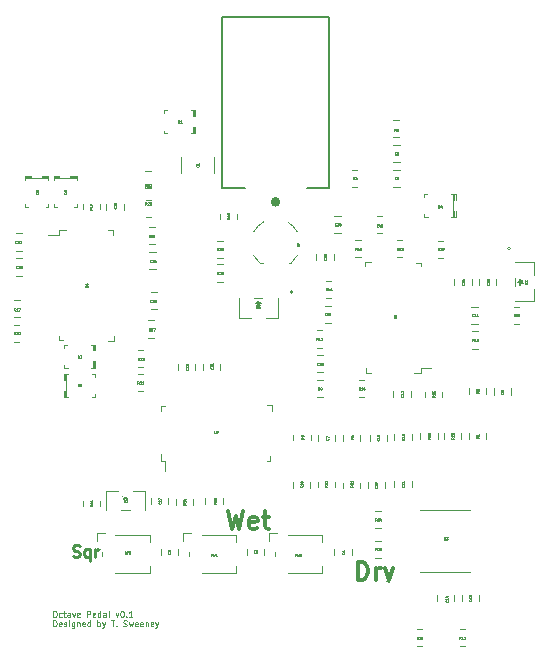
<source format=gto>
G04 #@! TF.GenerationSoftware,KiCad,Pcbnew,(5.1.8)-1*
G04 #@! TF.CreationDate,2022-11-27T15:04:08-05:00*
G04 #@! TF.ProjectId,oc2Clone,6f633243-6c6f-46e6-952e-6b696361645f,rev?*
G04 #@! TF.SameCoordinates,Original*
G04 #@! TF.FileFunction,Legend,Top*
G04 #@! TF.FilePolarity,Positive*
%FSLAX46Y46*%
G04 Gerber Fmt 4.6, Leading zero omitted, Abs format (unit mm)*
G04 Created by KiCad (PCBNEW (5.1.8)-1) date 2022-11-27 15:04:08*
%MOMM*%
%LPD*%
G01*
G04 APERTURE LIST*
%ADD10C,0.100000*%
%ADD11C,0.300000*%
%ADD12C,0.250000*%
%ADD13C,0.120000*%
%ADD14C,0.400000*%
%ADD15C,0.127000*%
%ADD16C,0.050000*%
%ADD17C,0.150000*%
%ADD18R,1.500000X1.600000*%
%ADD19R,1.200000X1.200000*%
%ADD20R,1.460500X0.558800*%
%ADD21R,1.422400X0.558800*%
%ADD22R,0.558800X1.422400*%
%ADD23R,2.000000X2.000000*%
%ADD24C,2.000000*%
%ADD25C,2.200000*%
%ADD26R,0.900000X0.950000*%
%ADD27C,5.000000*%
%ADD28R,0.950000X0.900000*%
%ADD29C,3.200000*%
%ADD30O,5.000000X2.500000*%
%ADD31O,4.500000X2.250000*%
G04 APERTURE END LIST*
D10*
X106183333Y-97426190D02*
X106183333Y-96926190D01*
X106302380Y-96926190D01*
X106373809Y-96950000D01*
X106421428Y-96997619D01*
X106445238Y-97045238D01*
X106469047Y-97140476D01*
X106469047Y-97211904D01*
X106445238Y-97307142D01*
X106421428Y-97354761D01*
X106373809Y-97402380D01*
X106302380Y-97426190D01*
X106183333Y-97426190D01*
X106873809Y-97402380D02*
X106826190Y-97426190D01*
X106730952Y-97426190D01*
X106683333Y-97402380D01*
X106659523Y-97354761D01*
X106659523Y-97164285D01*
X106683333Y-97116666D01*
X106730952Y-97092857D01*
X106826190Y-97092857D01*
X106873809Y-97116666D01*
X106897619Y-97164285D01*
X106897619Y-97211904D01*
X106659523Y-97259523D01*
X107088095Y-97402380D02*
X107135714Y-97426190D01*
X107230952Y-97426190D01*
X107278571Y-97402380D01*
X107302380Y-97354761D01*
X107302380Y-97330952D01*
X107278571Y-97283333D01*
X107230952Y-97259523D01*
X107159523Y-97259523D01*
X107111904Y-97235714D01*
X107088095Y-97188095D01*
X107088095Y-97164285D01*
X107111904Y-97116666D01*
X107159523Y-97092857D01*
X107230952Y-97092857D01*
X107278571Y-97116666D01*
X107516666Y-97426190D02*
X107516666Y-97092857D01*
X107516666Y-96926190D02*
X107492857Y-96950000D01*
X107516666Y-96973809D01*
X107540476Y-96950000D01*
X107516666Y-96926190D01*
X107516666Y-96973809D01*
X107969047Y-97092857D02*
X107969047Y-97497619D01*
X107945238Y-97545238D01*
X107921428Y-97569047D01*
X107873809Y-97592857D01*
X107802380Y-97592857D01*
X107754761Y-97569047D01*
X107969047Y-97402380D02*
X107921428Y-97426190D01*
X107826190Y-97426190D01*
X107778571Y-97402380D01*
X107754761Y-97378571D01*
X107730952Y-97330952D01*
X107730952Y-97188095D01*
X107754761Y-97140476D01*
X107778571Y-97116666D01*
X107826190Y-97092857D01*
X107921428Y-97092857D01*
X107969047Y-97116666D01*
X108207142Y-97092857D02*
X108207142Y-97426190D01*
X108207142Y-97140476D02*
X108230952Y-97116666D01*
X108278571Y-97092857D01*
X108350000Y-97092857D01*
X108397619Y-97116666D01*
X108421428Y-97164285D01*
X108421428Y-97426190D01*
X108850000Y-97402380D02*
X108802380Y-97426190D01*
X108707142Y-97426190D01*
X108659523Y-97402380D01*
X108635714Y-97354761D01*
X108635714Y-97164285D01*
X108659523Y-97116666D01*
X108707142Y-97092857D01*
X108802380Y-97092857D01*
X108850000Y-97116666D01*
X108873809Y-97164285D01*
X108873809Y-97211904D01*
X108635714Y-97259523D01*
X109302380Y-97426190D02*
X109302380Y-96926190D01*
X109302380Y-97402380D02*
X109254761Y-97426190D01*
X109159523Y-97426190D01*
X109111904Y-97402380D01*
X109088095Y-97378571D01*
X109064285Y-97330952D01*
X109064285Y-97188095D01*
X109088095Y-97140476D01*
X109111904Y-97116666D01*
X109159523Y-97092857D01*
X109254761Y-97092857D01*
X109302380Y-97116666D01*
X109921428Y-97426190D02*
X109921428Y-96926190D01*
X109921428Y-97116666D02*
X109969047Y-97092857D01*
X110064285Y-97092857D01*
X110111904Y-97116666D01*
X110135714Y-97140476D01*
X110159523Y-97188095D01*
X110159523Y-97330952D01*
X110135714Y-97378571D01*
X110111904Y-97402380D01*
X110064285Y-97426190D01*
X109969047Y-97426190D01*
X109921428Y-97402380D01*
X110326190Y-97092857D02*
X110445238Y-97426190D01*
X110564285Y-97092857D02*
X110445238Y-97426190D01*
X110397619Y-97545238D01*
X110373809Y-97569047D01*
X110326190Y-97592857D01*
X111064285Y-96926190D02*
X111350000Y-96926190D01*
X111207142Y-97426190D02*
X111207142Y-96926190D01*
X111516666Y-97378571D02*
X111540476Y-97402380D01*
X111516666Y-97426190D01*
X111492857Y-97402380D01*
X111516666Y-97378571D01*
X111516666Y-97426190D01*
X112111904Y-97402380D02*
X112183333Y-97426190D01*
X112302380Y-97426190D01*
X112350000Y-97402380D01*
X112373809Y-97378571D01*
X112397619Y-97330952D01*
X112397619Y-97283333D01*
X112373809Y-97235714D01*
X112350000Y-97211904D01*
X112302380Y-97188095D01*
X112207142Y-97164285D01*
X112159523Y-97140476D01*
X112135714Y-97116666D01*
X112111904Y-97069047D01*
X112111904Y-97021428D01*
X112135714Y-96973809D01*
X112159523Y-96950000D01*
X112207142Y-96926190D01*
X112326190Y-96926190D01*
X112397619Y-96950000D01*
X112564285Y-97092857D02*
X112659523Y-97426190D01*
X112754761Y-97188095D01*
X112850000Y-97426190D01*
X112945238Y-97092857D01*
X113326190Y-97402380D02*
X113278571Y-97426190D01*
X113183333Y-97426190D01*
X113135714Y-97402380D01*
X113111904Y-97354761D01*
X113111904Y-97164285D01*
X113135714Y-97116666D01*
X113183333Y-97092857D01*
X113278571Y-97092857D01*
X113326190Y-97116666D01*
X113350000Y-97164285D01*
X113350000Y-97211904D01*
X113111904Y-97259523D01*
X113754761Y-97402380D02*
X113707142Y-97426190D01*
X113611904Y-97426190D01*
X113564285Y-97402380D01*
X113540476Y-97354761D01*
X113540476Y-97164285D01*
X113564285Y-97116666D01*
X113611904Y-97092857D01*
X113707142Y-97092857D01*
X113754761Y-97116666D01*
X113778571Y-97164285D01*
X113778571Y-97211904D01*
X113540476Y-97259523D01*
X113992857Y-97092857D02*
X113992857Y-97426190D01*
X113992857Y-97140476D02*
X114016666Y-97116666D01*
X114064285Y-97092857D01*
X114135714Y-97092857D01*
X114183333Y-97116666D01*
X114207142Y-97164285D01*
X114207142Y-97426190D01*
X114635714Y-97402380D02*
X114588095Y-97426190D01*
X114492857Y-97426190D01*
X114445238Y-97402380D01*
X114421428Y-97354761D01*
X114421428Y-97164285D01*
X114445238Y-97116666D01*
X114492857Y-97092857D01*
X114588095Y-97092857D01*
X114635714Y-97116666D01*
X114659523Y-97164285D01*
X114659523Y-97211904D01*
X114421428Y-97259523D01*
X114826190Y-97092857D02*
X114945238Y-97426190D01*
X115064285Y-97092857D02*
X114945238Y-97426190D01*
X114897619Y-97545238D01*
X114873809Y-97569047D01*
X114826190Y-97592857D01*
X106250000Y-96126190D02*
X106345238Y-96126190D01*
X106392857Y-96150000D01*
X106440476Y-96197619D01*
X106464285Y-96292857D01*
X106464285Y-96459523D01*
X106440476Y-96554761D01*
X106392857Y-96602380D01*
X106345238Y-96626190D01*
X106250000Y-96626190D01*
X106202380Y-96602380D01*
X106154761Y-96554761D01*
X106130952Y-96459523D01*
X106130952Y-96292857D01*
X106154761Y-96197619D01*
X106202380Y-96150000D01*
X106250000Y-96126190D01*
X106892857Y-96602380D02*
X106845238Y-96626190D01*
X106750000Y-96626190D01*
X106702380Y-96602380D01*
X106678571Y-96578571D01*
X106654761Y-96530952D01*
X106654761Y-96388095D01*
X106678571Y-96340476D01*
X106702380Y-96316666D01*
X106750000Y-96292857D01*
X106845238Y-96292857D01*
X106892857Y-96316666D01*
X107035714Y-96292857D02*
X107226190Y-96292857D01*
X107107142Y-96126190D02*
X107107142Y-96554761D01*
X107130952Y-96602380D01*
X107178571Y-96626190D01*
X107226190Y-96626190D01*
X107607142Y-96626190D02*
X107607142Y-96364285D01*
X107583333Y-96316666D01*
X107535714Y-96292857D01*
X107440476Y-96292857D01*
X107392857Y-96316666D01*
X107607142Y-96602380D02*
X107559523Y-96626190D01*
X107440476Y-96626190D01*
X107392857Y-96602380D01*
X107369047Y-96554761D01*
X107369047Y-96507142D01*
X107392857Y-96459523D01*
X107440476Y-96435714D01*
X107559523Y-96435714D01*
X107607142Y-96411904D01*
X107797619Y-96292857D02*
X107916666Y-96626190D01*
X108035714Y-96292857D01*
X108416666Y-96602380D02*
X108369047Y-96626190D01*
X108273809Y-96626190D01*
X108226190Y-96602380D01*
X108202380Y-96554761D01*
X108202380Y-96364285D01*
X108226190Y-96316666D01*
X108273809Y-96292857D01*
X108369047Y-96292857D01*
X108416666Y-96316666D01*
X108440476Y-96364285D01*
X108440476Y-96411904D01*
X108202380Y-96459523D01*
X109035714Y-96626190D02*
X109035714Y-96126190D01*
X109226190Y-96126190D01*
X109273809Y-96150000D01*
X109297619Y-96173809D01*
X109321428Y-96221428D01*
X109321428Y-96292857D01*
X109297619Y-96340476D01*
X109273809Y-96364285D01*
X109226190Y-96388095D01*
X109035714Y-96388095D01*
X109726190Y-96602380D02*
X109678571Y-96626190D01*
X109583333Y-96626190D01*
X109535714Y-96602380D01*
X109511904Y-96554761D01*
X109511904Y-96364285D01*
X109535714Y-96316666D01*
X109583333Y-96292857D01*
X109678571Y-96292857D01*
X109726190Y-96316666D01*
X109750000Y-96364285D01*
X109750000Y-96411904D01*
X109511904Y-96459523D01*
X110178571Y-96626190D02*
X110178571Y-96126190D01*
X110178571Y-96602380D02*
X110130952Y-96626190D01*
X110035714Y-96626190D01*
X109988095Y-96602380D01*
X109964285Y-96578571D01*
X109940476Y-96530952D01*
X109940476Y-96388095D01*
X109964285Y-96340476D01*
X109988095Y-96316666D01*
X110035714Y-96292857D01*
X110130952Y-96292857D01*
X110178571Y-96316666D01*
X110630952Y-96626190D02*
X110630952Y-96364285D01*
X110607142Y-96316666D01*
X110559523Y-96292857D01*
X110464285Y-96292857D01*
X110416666Y-96316666D01*
X110630952Y-96602380D02*
X110583333Y-96626190D01*
X110464285Y-96626190D01*
X110416666Y-96602380D01*
X110392857Y-96554761D01*
X110392857Y-96507142D01*
X110416666Y-96459523D01*
X110464285Y-96435714D01*
X110583333Y-96435714D01*
X110630952Y-96411904D01*
X110940476Y-96626190D02*
X110892857Y-96602380D01*
X110869047Y-96554761D01*
X110869047Y-96126190D01*
X111464285Y-96292857D02*
X111583333Y-96626190D01*
X111702380Y-96292857D01*
X111988095Y-96126190D02*
X112035714Y-96126190D01*
X112083333Y-96150000D01*
X112107142Y-96173809D01*
X112130952Y-96221428D01*
X112154761Y-96316666D01*
X112154761Y-96435714D01*
X112130952Y-96530952D01*
X112107142Y-96578571D01*
X112083333Y-96602380D01*
X112035714Y-96626190D01*
X111988095Y-96626190D01*
X111940476Y-96602380D01*
X111916666Y-96578571D01*
X111892857Y-96530952D01*
X111869047Y-96435714D01*
X111869047Y-96316666D01*
X111892857Y-96221428D01*
X111916666Y-96173809D01*
X111940476Y-96150000D01*
X111988095Y-96126190D01*
X112369047Y-96578571D02*
X112392857Y-96602380D01*
X112369047Y-96626190D01*
X112345238Y-96602380D01*
X112369047Y-96578571D01*
X112369047Y-96626190D01*
X112869047Y-96626190D02*
X112583333Y-96626190D01*
X112726190Y-96626190D02*
X112726190Y-96126190D01*
X112678571Y-96197619D01*
X112630952Y-96245238D01*
X112583333Y-96269047D01*
D11*
X131971428Y-93478571D02*
X131971428Y-91978571D01*
X132328571Y-91978571D01*
X132542857Y-92050000D01*
X132685714Y-92192857D01*
X132757142Y-92335714D01*
X132828571Y-92621428D01*
X132828571Y-92835714D01*
X132757142Y-93121428D01*
X132685714Y-93264285D01*
X132542857Y-93407142D01*
X132328571Y-93478571D01*
X131971428Y-93478571D01*
X133471428Y-93478571D02*
X133471428Y-92478571D01*
X133471428Y-92764285D02*
X133542857Y-92621428D01*
X133614285Y-92550000D01*
X133757142Y-92478571D01*
X133900000Y-92478571D01*
X134257142Y-92478571D02*
X134614285Y-93478571D01*
X134971428Y-92478571D02*
X134614285Y-93478571D01*
X134471428Y-93835714D01*
X134400000Y-93907142D01*
X134257142Y-93978571D01*
X120985714Y-87678571D02*
X121342857Y-89178571D01*
X121628571Y-88107142D01*
X121914285Y-89178571D01*
X122271428Y-87678571D01*
X123414285Y-89107142D02*
X123271428Y-89178571D01*
X122985714Y-89178571D01*
X122842857Y-89107142D01*
X122771428Y-88964285D01*
X122771428Y-88392857D01*
X122842857Y-88250000D01*
X122985714Y-88178571D01*
X123271428Y-88178571D01*
X123414285Y-88250000D01*
X123485714Y-88392857D01*
X123485714Y-88535714D01*
X122771428Y-88678571D01*
X123914285Y-88178571D02*
X124485714Y-88178571D01*
X124128571Y-87678571D02*
X124128571Y-88964285D01*
X124200000Y-89107142D01*
X124342857Y-89178571D01*
X124485714Y-89178571D01*
D12*
X107852380Y-91504761D02*
X107995238Y-91552380D01*
X108233333Y-91552380D01*
X108328571Y-91504761D01*
X108376190Y-91457142D01*
X108423809Y-91361904D01*
X108423809Y-91266666D01*
X108376190Y-91171428D01*
X108328571Y-91123809D01*
X108233333Y-91076190D01*
X108042857Y-91028571D01*
X107947619Y-90980952D01*
X107900000Y-90933333D01*
X107852380Y-90838095D01*
X107852380Y-90742857D01*
X107900000Y-90647619D01*
X107947619Y-90600000D01*
X108042857Y-90552380D01*
X108280952Y-90552380D01*
X108423809Y-90600000D01*
X109280952Y-90885714D02*
X109280952Y-91885714D01*
X109280952Y-91504761D02*
X109185714Y-91552380D01*
X108995238Y-91552380D01*
X108900000Y-91504761D01*
X108852380Y-91457142D01*
X108804761Y-91361904D01*
X108804761Y-91076190D01*
X108852380Y-90980952D01*
X108900000Y-90933333D01*
X108995238Y-90885714D01*
X109185714Y-90885714D01*
X109280952Y-90933333D01*
X109757142Y-91552380D02*
X109757142Y-90885714D01*
X109757142Y-91076190D02*
X109804761Y-90980952D01*
X109852380Y-90933333D01*
X109947619Y-90885714D01*
X110042857Y-90885714D01*
D13*
X124450000Y-89500000D02*
X124450000Y-90200000D01*
X125150000Y-89500000D02*
X124450000Y-89500000D01*
X128950000Y-92900000D02*
X128950000Y-92300000D01*
X126050000Y-92900000D02*
X128950000Y-92900000D01*
X128950000Y-89700000D02*
X128950000Y-90300000D01*
X126050000Y-89700000D02*
X128950000Y-89700000D01*
X124950000Y-91100000D02*
X124950000Y-91500000D01*
X109850000Y-89500000D02*
X109850000Y-90200000D01*
X110550000Y-89500000D02*
X109850000Y-89500000D01*
X114350000Y-92900000D02*
X114350000Y-92300000D01*
X111450000Y-92900000D02*
X114350000Y-92900000D01*
X114350000Y-89700000D02*
X114350000Y-90300000D01*
X111450000Y-89700000D02*
X114350000Y-89700000D01*
X110350000Y-91100000D02*
X110350000Y-91500000D01*
X117150000Y-89500000D02*
X117150000Y-90200000D01*
X117850000Y-89500000D02*
X117150000Y-89500000D01*
X121650000Y-92900000D02*
X121650000Y-92300000D01*
X118750000Y-92900000D02*
X121650000Y-92900000D01*
X121650000Y-89700000D02*
X121650000Y-90300000D01*
X118750000Y-89700000D02*
X121650000Y-89700000D01*
X117650000Y-91100000D02*
X117650000Y-91500000D01*
X117040000Y-57663748D02*
X117040000Y-59086252D01*
X119760000Y-57663748D02*
X119760000Y-59086252D01*
X141445050Y-87536100D02*
X137203250Y-87536100D01*
X137203250Y-92793900D02*
X141445050Y-92793900D01*
X145269700Y-67912140D02*
X145269700Y-68592860D01*
X145269700Y-69903500D02*
X146920700Y-69903500D01*
X146920700Y-69903500D02*
X146920700Y-68864640D01*
X146920700Y-66601500D02*
X145269700Y-66601500D01*
X146920700Y-67640360D02*
X146920700Y-66601500D01*
X144901400Y-65458500D02*
G75*
G03*
X144901400Y-65458500I-127000J0D01*
G01*
X123892860Y-69639700D02*
X123212140Y-69639700D01*
X121901500Y-69639700D02*
X121901500Y-71290700D01*
X121901500Y-71290700D02*
X122940360Y-71290700D01*
X125203500Y-71290700D02*
X125203500Y-69639700D01*
X124164640Y-71290700D02*
X125203500Y-71290700D01*
X126473500Y-69144400D02*
G75*
G03*
X126473500Y-69144400I-127000J0D01*
G01*
X111959640Y-87590700D02*
X112640360Y-87590700D01*
X113951000Y-87590700D02*
X113951000Y-85939700D01*
X113951000Y-85939700D02*
X112912140Y-85939700D01*
X110649000Y-85939700D02*
X110649000Y-87590700D01*
X111687860Y-85939700D02*
X110649000Y-85939700D01*
X109633000Y-88086000D02*
G75*
G03*
X109633000Y-88086000I-127000J0D01*
G01*
D10*
X115670000Y-83400000D02*
X115670000Y-84300000D01*
X115270000Y-83400000D02*
X115670000Y-83400000D01*
X115270000Y-82800000D02*
X115270000Y-83400000D01*
X115270000Y-78800000D02*
X115270000Y-79200000D01*
X115670000Y-78800000D02*
X115270000Y-78800000D01*
X124670000Y-78700000D02*
X124670000Y-79200000D01*
X124270000Y-78700000D02*
X124670000Y-78700000D01*
X124570000Y-83400000D02*
X124570000Y-83000000D01*
X124270000Y-83400000D02*
X124570000Y-83400000D01*
X137300000Y-75560000D02*
X138200000Y-75560000D01*
X137300000Y-75960000D02*
X137300000Y-75560000D01*
X136700000Y-75960000D02*
X137300000Y-75960000D01*
X132700000Y-75960000D02*
X133100000Y-75960000D01*
X132700000Y-75560000D02*
X132700000Y-75960000D01*
X132600000Y-66560000D02*
X133100000Y-66560000D01*
X132600000Y-66960000D02*
X132600000Y-66560000D01*
X137300000Y-66660000D02*
X136900000Y-66660000D01*
X137300000Y-66960000D02*
X137300000Y-66660000D01*
X126350000Y-66630000D02*
X126100000Y-66630000D01*
X123650000Y-66630000D02*
X123900000Y-66630000D01*
X126841615Y-66025467D02*
G75*
G02*
X126350000Y-66630000I-1841615J995467D01*
G01*
X123643853Y-66637285D02*
G75*
G02*
X123150000Y-66030000I1356147J1607285D01*
G01*
X126000000Y-63180000D02*
G75*
G02*
X126850000Y-64030000I-1000000J-1850000D01*
G01*
X123150000Y-64030000D02*
G75*
G02*
X124000000Y-63180000I1850000J-1000000D01*
G01*
D13*
X118205000Y-75178748D02*
X118205000Y-75701252D01*
X116735000Y-75178748D02*
X116735000Y-75701252D01*
X120305000Y-75178748D02*
X120305000Y-75701252D01*
X118835000Y-75178748D02*
X118835000Y-75701252D01*
X137414564Y-97665000D02*
X136960436Y-97665000D01*
X137414564Y-99135000D02*
X136960436Y-99135000D01*
X124035000Y-91411252D02*
X124035000Y-90888748D01*
X122565000Y-91411252D02*
X122565000Y-90888748D01*
X131435000Y-91411252D02*
X131435000Y-90888748D01*
X129965000Y-91411252D02*
X129965000Y-90888748D01*
X128488748Y-75935000D02*
X129011252Y-75935000D01*
X128488748Y-74465000D02*
X129011252Y-74465000D01*
X116735000Y-91411252D02*
X116735000Y-90888748D01*
X115265000Y-91411252D02*
X115265000Y-90888748D01*
X143465000Y-77288748D02*
X143465000Y-77811252D01*
X144935000Y-77288748D02*
X144935000Y-77811252D01*
X135511252Y-58765000D02*
X134988748Y-58765000D01*
X135511252Y-60235000D02*
X134988748Y-60235000D01*
X128565000Y-81238748D02*
X128565000Y-81761252D01*
X130035000Y-81238748D02*
X130035000Y-81761252D01*
X135511252Y-56665000D02*
X134988748Y-56665000D01*
X135511252Y-58135000D02*
X134988748Y-58135000D01*
X128488748Y-78035000D02*
X129011252Y-78035000D01*
X128488748Y-76565000D02*
X129011252Y-76565000D01*
X142235000Y-95311252D02*
X142235000Y-94788748D01*
X140765000Y-95311252D02*
X140765000Y-94788748D01*
X140135000Y-95311252D02*
X140135000Y-94788748D01*
X138665000Y-95311252D02*
X138665000Y-94788748D01*
X110685000Y-61648748D02*
X110685000Y-62171252D01*
X112155000Y-61648748D02*
X112155000Y-62171252D01*
X102838748Y-71275000D02*
X103361252Y-71275000D01*
X102838748Y-69805000D02*
X103361252Y-69805000D01*
X134435000Y-81711252D02*
X134435000Y-81188748D01*
X132965000Y-81711252D02*
X132965000Y-81188748D01*
X132815000Y-85188748D02*
X132815000Y-85711252D01*
X134285000Y-85188748D02*
X134285000Y-85711252D01*
X141588748Y-71835000D02*
X142111252Y-71835000D01*
X141588748Y-70365000D02*
X142111252Y-70365000D01*
X103038748Y-67735000D02*
X103561252Y-67735000D01*
X103038748Y-66265000D02*
X103561252Y-66265000D01*
X102988748Y-65635000D02*
X103511252Y-65635000D01*
X102988748Y-64165000D02*
X103511252Y-64165000D01*
X127935000Y-85711252D02*
X127935000Y-85188748D01*
X126465000Y-85711252D02*
X126465000Y-85188748D01*
X136535000Y-85661252D02*
X136535000Y-85138748D01*
X135065000Y-85661252D02*
X135065000Y-85138748D01*
X136435000Y-78011252D02*
X136435000Y-77488748D01*
X134965000Y-78011252D02*
X134965000Y-77488748D01*
X127985000Y-81664564D02*
X127985000Y-81210436D01*
X126515000Y-81664564D02*
X126515000Y-81210436D01*
X128485436Y-73835000D02*
X128939564Y-73835000D01*
X128485436Y-72365000D02*
X128939564Y-72365000D01*
X129988748Y-64135000D02*
X130511252Y-64135000D01*
X129988748Y-62665000D02*
X130511252Y-62665000D01*
D10*
X109390000Y-73585000D02*
X109740000Y-73585000D01*
X109390000Y-75535000D02*
X109740000Y-75535000D01*
X109740000Y-75535000D02*
X109740000Y-73585000D01*
X107090000Y-73835000D02*
X107090000Y-73585000D01*
X107090000Y-73585000D02*
X107340000Y-73585000D01*
X107390000Y-75535000D02*
X107090000Y-75535000D01*
X107090000Y-75535000D02*
X107090000Y-75310000D01*
X109640000Y-75535000D02*
X109640000Y-73585000D01*
X109540000Y-75535000D02*
X109540000Y-73585000D01*
D13*
X129188748Y-71735000D02*
X129711252Y-71735000D01*
X129188748Y-70265000D02*
X129711252Y-70265000D01*
X142114564Y-72465000D02*
X141660436Y-72465000D01*
X142114564Y-73935000D02*
X141660436Y-73935000D01*
X142215000Y-68013748D02*
X142215000Y-68536252D01*
X143685000Y-68013748D02*
X143685000Y-68536252D01*
D10*
X117850000Y-53725000D02*
X118200000Y-53725000D01*
X117850000Y-55675000D02*
X118200000Y-55675000D01*
X118200000Y-55675000D02*
X118200000Y-53725000D01*
X115550000Y-53975000D02*
X115550000Y-53725000D01*
X115550000Y-53725000D02*
X115800000Y-53725000D01*
X115850000Y-55675000D02*
X115550000Y-55675000D01*
X115550000Y-55675000D02*
X115550000Y-55450000D01*
X118100000Y-55675000D02*
X118100000Y-53725000D01*
X118000000Y-55675000D02*
X118000000Y-53725000D01*
D13*
X114951252Y-69125000D02*
X114428748Y-69125000D01*
X114951252Y-70595000D02*
X114428748Y-70595000D01*
D10*
X103825000Y-59650000D02*
X103825000Y-59300000D01*
X105775000Y-59650000D02*
X105775000Y-59300000D01*
X105775000Y-59300000D02*
X103825000Y-59300000D01*
X104075000Y-61950000D02*
X103825000Y-61950000D01*
X103825000Y-61950000D02*
X103825000Y-61700000D01*
X105775000Y-61650000D02*
X105775000Y-61950000D01*
X105775000Y-61950000D02*
X105550000Y-61950000D01*
X105775000Y-59400000D02*
X103825000Y-59400000D01*
X105775000Y-59500000D02*
X103825000Y-59500000D01*
X139900000Y-60825000D02*
X140250000Y-60825000D01*
X139900000Y-62775000D02*
X140250000Y-62775000D01*
X140250000Y-62775000D02*
X140250000Y-60825000D01*
X137600000Y-61075000D02*
X137600000Y-60825000D01*
X137600000Y-60825000D02*
X137850000Y-60825000D01*
X137900000Y-62775000D02*
X137600000Y-62775000D01*
X137600000Y-62775000D02*
X137600000Y-62550000D01*
X140150000Y-62775000D02*
X140150000Y-60825000D01*
X140050000Y-62775000D02*
X140050000Y-60825000D01*
D13*
X114465000Y-86588748D02*
X114465000Y-87111252D01*
X115935000Y-86588748D02*
X115935000Y-87111252D01*
D14*
X125200000Y-61500000D02*
G75*
G03*
X125200000Y-61500000I-200000J0D01*
G01*
D15*
X122450000Y-60300000D02*
X120500000Y-60300000D01*
X120500000Y-60300000D02*
X120500000Y-45800000D01*
X129500000Y-60300000D02*
X127650000Y-60300000D01*
X129500000Y-45800000D02*
X129500000Y-60300000D01*
X120500000Y-45800000D02*
X129500000Y-45800000D01*
D13*
X135439564Y-54565000D02*
X134985436Y-54565000D01*
X135439564Y-56035000D02*
X134985436Y-56035000D01*
X130715000Y-81260436D02*
X130715000Y-81714564D01*
X132185000Y-81260436D02*
X132185000Y-81714564D01*
X141365000Y-81085436D02*
X141365000Y-81539564D01*
X142835000Y-81085436D02*
X142835000Y-81539564D01*
X131927064Y-58765000D02*
X131472936Y-58765000D01*
X131927064Y-60235000D02*
X131472936Y-60235000D01*
X140140000Y-68013748D02*
X140140000Y-68536252D01*
X141610000Y-68013748D02*
X141610000Y-68536252D01*
X141365000Y-77260436D02*
X141365000Y-77714564D01*
X142835000Y-77260436D02*
X142835000Y-77714564D01*
X114851252Y-65725000D02*
X114328748Y-65725000D01*
X114851252Y-67195000D02*
X114328748Y-67195000D01*
X128465000Y-65888748D02*
X128465000Y-66411252D01*
X129935000Y-65888748D02*
X129935000Y-66411252D01*
D10*
X107440000Y-78035000D02*
X107090000Y-78035000D01*
X107440000Y-76085000D02*
X107090000Y-76085000D01*
X107090000Y-76085000D02*
X107090000Y-78035000D01*
X109740000Y-77785000D02*
X109740000Y-78035000D01*
X109740000Y-78035000D02*
X109490000Y-78035000D01*
X109440000Y-76085000D02*
X109740000Y-76085000D01*
X109740000Y-76085000D02*
X109740000Y-76310000D01*
X107190000Y-76085000D02*
X107190000Y-78035000D01*
X107290000Y-76085000D02*
X107290000Y-78035000D01*
X106225000Y-59650000D02*
X106225000Y-59300000D01*
X108175000Y-59650000D02*
X108175000Y-59300000D01*
X108175000Y-59300000D02*
X106225000Y-59300000D01*
X106475000Y-61950000D02*
X106225000Y-61950000D01*
X106225000Y-61950000D02*
X106225000Y-61700000D01*
X108175000Y-61650000D02*
X108175000Y-61950000D01*
X108175000Y-61950000D02*
X107950000Y-61950000D01*
X108175000Y-59400000D02*
X106225000Y-59400000D01*
X108175000Y-59500000D02*
X106225000Y-59500000D01*
D13*
X145639564Y-70355000D02*
X145185436Y-70355000D01*
X145639564Y-71825000D02*
X145185436Y-71825000D01*
X140585436Y-99135000D02*
X141039564Y-99135000D01*
X140585436Y-97665000D02*
X141039564Y-97665000D01*
X132514564Y-76565000D02*
X132060436Y-76565000D01*
X132514564Y-78035000D02*
X132060436Y-78035000D01*
X137665000Y-77560436D02*
X137665000Y-78014564D01*
X139135000Y-77560436D02*
X139135000Y-78014564D01*
X120072936Y-68235000D02*
X120527064Y-68235000D01*
X120072936Y-66765000D02*
X120527064Y-66765000D01*
X139214564Y-64765000D02*
X138760436Y-64765000D01*
X139214564Y-66235000D02*
X138760436Y-66235000D01*
X114325436Y-65095000D02*
X114779564Y-65095000D01*
X114325436Y-63625000D02*
X114779564Y-63625000D01*
X140735000Y-81539564D02*
X140735000Y-81085436D01*
X139265000Y-81539564D02*
X139265000Y-81085436D01*
X113779564Y-74025000D02*
X113325436Y-74025000D01*
X113779564Y-75495000D02*
X113325436Y-75495000D01*
X113325436Y-77495000D02*
X113779564Y-77495000D01*
X113325436Y-76025000D02*
X113779564Y-76025000D01*
X135065000Y-81160436D02*
X135065000Y-81614564D01*
X136535000Y-81160436D02*
X136535000Y-81614564D01*
X129260436Y-69635000D02*
X129714564Y-69635000D01*
X129260436Y-68165000D02*
X129714564Y-68165000D01*
X114439564Y-58865000D02*
X113985436Y-58865000D01*
X114439564Y-60335000D02*
X113985436Y-60335000D01*
X119065000Y-86585436D02*
X119065000Y-87039564D01*
X120535000Y-86585436D02*
X120535000Y-87039564D01*
D10*
X106640000Y-64260000D02*
X105740000Y-64260000D01*
X106640000Y-63860000D02*
X106640000Y-64260000D01*
X107240000Y-63860000D02*
X106640000Y-63860000D01*
X111240000Y-63860000D02*
X110840000Y-63860000D01*
X111240000Y-64260000D02*
X111240000Y-63860000D01*
X111340000Y-73260000D02*
X110840000Y-73260000D01*
X111340000Y-72860000D02*
X111340000Y-73260000D01*
X106640000Y-73160000D02*
X107040000Y-73160000D01*
X106640000Y-72860000D02*
X106640000Y-73160000D01*
D13*
X130715000Y-85260436D02*
X130715000Y-85714564D01*
X132185000Y-85260436D02*
X132185000Y-85714564D01*
X120060436Y-66235000D02*
X120514564Y-66235000D01*
X120060436Y-64765000D02*
X120514564Y-64765000D01*
X135714564Y-64715000D02*
X135260436Y-64715000D01*
X135714564Y-66185000D02*
X135260436Y-66185000D01*
X102860436Y-73395000D02*
X103314564Y-73395000D01*
X102860436Y-71925000D02*
X103314564Y-71925000D01*
X114000436Y-62795000D02*
X114454564Y-62795000D01*
X114000436Y-61325000D02*
X114454564Y-61325000D01*
X116565000Y-86660436D02*
X116565000Y-87114564D01*
X118035000Y-86660436D02*
X118035000Y-87114564D01*
X114225436Y-72995000D02*
X114679564Y-72995000D01*
X114225436Y-71525000D02*
X114679564Y-71525000D01*
X133460436Y-91635000D02*
X133914564Y-91635000D01*
X133460436Y-90165000D02*
X133914564Y-90165000D01*
X134014564Y-62665000D02*
X133560436Y-62665000D01*
X134014564Y-64135000D02*
X133560436Y-64135000D01*
X110135000Y-62127064D02*
X110135000Y-61672936D01*
X108665000Y-62127064D02*
X108665000Y-61672936D01*
X130035000Y-85639564D02*
X130035000Y-85185436D01*
X128565000Y-85639564D02*
X128565000Y-85185436D01*
X138735000Y-81539564D02*
X138735000Y-81085436D01*
X137265000Y-81539564D02*
X137265000Y-81085436D01*
X110135000Y-87239564D02*
X110135000Y-86785436D01*
X108665000Y-87239564D02*
X108665000Y-86785436D01*
X132214564Y-64715000D02*
X131760436Y-64715000D01*
X132214564Y-66185000D02*
X131760436Y-66185000D01*
X133460436Y-89135000D02*
X133914564Y-89135000D01*
X133460436Y-87665000D02*
X133914564Y-87665000D01*
X120265000Y-62485436D02*
X120265000Y-62939564D01*
X121735000Y-62485436D02*
X121735000Y-62939564D01*
D16*
X126780952Y-91490476D02*
X126714285Y-91395238D01*
X126666666Y-91490476D02*
X126666666Y-91290476D01*
X126742857Y-91290476D01*
X126761904Y-91300000D01*
X126771428Y-91309523D01*
X126780952Y-91328571D01*
X126780952Y-91357142D01*
X126771428Y-91376190D01*
X126761904Y-91385714D01*
X126742857Y-91395238D01*
X126666666Y-91395238D01*
X126838095Y-91290476D02*
X126904761Y-91490476D01*
X126971428Y-91290476D01*
X127019047Y-91290476D02*
X127142857Y-91290476D01*
X127076190Y-91366666D01*
X127104761Y-91366666D01*
X127123809Y-91376190D01*
X127133333Y-91385714D01*
X127142857Y-91404761D01*
X127142857Y-91452380D01*
X127133333Y-91471428D01*
X127123809Y-91480952D01*
X127104761Y-91490476D01*
X127047619Y-91490476D01*
X127028571Y-91480952D01*
X127019047Y-91471428D01*
X112330952Y-91290476D02*
X112264285Y-91195238D01*
X112216666Y-91290476D02*
X112216666Y-91090476D01*
X112292857Y-91090476D01*
X112311904Y-91100000D01*
X112321428Y-91109523D01*
X112330952Y-91128571D01*
X112330952Y-91157142D01*
X112321428Y-91176190D01*
X112311904Y-91185714D01*
X112292857Y-91195238D01*
X112216666Y-91195238D01*
X112388095Y-91090476D02*
X112454761Y-91290476D01*
X112521428Y-91090476D01*
X112578571Y-91109523D02*
X112588095Y-91100000D01*
X112607142Y-91090476D01*
X112654761Y-91090476D01*
X112673809Y-91100000D01*
X112683333Y-91109523D01*
X112692857Y-91128571D01*
X112692857Y-91147619D01*
X112683333Y-91176190D01*
X112569047Y-91290476D01*
X112692857Y-91290476D01*
X119680952Y-91490476D02*
X119614285Y-91395238D01*
X119566666Y-91490476D02*
X119566666Y-91290476D01*
X119642857Y-91290476D01*
X119661904Y-91300000D01*
X119671428Y-91309523D01*
X119680952Y-91328571D01*
X119680952Y-91357142D01*
X119671428Y-91376190D01*
X119661904Y-91385714D01*
X119642857Y-91395238D01*
X119566666Y-91395238D01*
X119738095Y-91290476D02*
X119804761Y-91490476D01*
X119871428Y-91290476D01*
X120042857Y-91490476D02*
X119928571Y-91490476D01*
X119985714Y-91490476D02*
X119985714Y-91290476D01*
X119966666Y-91319047D01*
X119947619Y-91338095D01*
X119928571Y-91347619D01*
X118471428Y-58408333D02*
X118480952Y-58417857D01*
X118490476Y-58446428D01*
X118490476Y-58465476D01*
X118480952Y-58494047D01*
X118461904Y-58513095D01*
X118442857Y-58522619D01*
X118404761Y-58532142D01*
X118376190Y-58532142D01*
X118338095Y-58522619D01*
X118319047Y-58513095D01*
X118300000Y-58494047D01*
X118290476Y-58465476D01*
X118290476Y-58446428D01*
X118300000Y-58417857D01*
X118309523Y-58408333D01*
X118490476Y-58217857D02*
X118490476Y-58332142D01*
X118490476Y-58275000D02*
X118290476Y-58275000D01*
X118319047Y-58294047D01*
X118338095Y-58313095D01*
X118347619Y-58332142D01*
X139247619Y-89890476D02*
X139247619Y-90052380D01*
X139257142Y-90071428D01*
X139266666Y-90080952D01*
X139285714Y-90090476D01*
X139323809Y-90090476D01*
X139342857Y-90080952D01*
X139352380Y-90071428D01*
X139361904Y-90052380D01*
X139361904Y-89890476D01*
X139438095Y-89890476D02*
X139561904Y-89890476D01*
X139495238Y-89966666D01*
X139523809Y-89966666D01*
X139542857Y-89976190D01*
X139552380Y-89985714D01*
X139561904Y-90004761D01*
X139561904Y-90052380D01*
X139552380Y-90071428D01*
X139542857Y-90080952D01*
X139523809Y-90090476D01*
X139466666Y-90090476D01*
X139447619Y-90080952D01*
X139438095Y-90071428D01*
X146090476Y-68452380D02*
X146252380Y-68452380D01*
X146271428Y-68442857D01*
X146280952Y-68433333D01*
X146290476Y-68414285D01*
X146290476Y-68376190D01*
X146280952Y-68357142D01*
X146271428Y-68347619D01*
X146252380Y-68338095D01*
X146090476Y-68338095D01*
X146109523Y-68252380D02*
X146100000Y-68242857D01*
X146090476Y-68223809D01*
X146090476Y-68176190D01*
X146100000Y-68157142D01*
X146109523Y-68147619D01*
X146128571Y-68138095D01*
X146147619Y-68138095D01*
X146176190Y-68147619D01*
X146290476Y-68261904D01*
X146290476Y-68138095D01*
D17*
X145547580Y-68252500D02*
X145785676Y-68252500D01*
X145690438Y-68490595D02*
X145785676Y-68252500D01*
X145690438Y-68014404D01*
X145976152Y-68395357D02*
X145785676Y-68252500D01*
X145976152Y-68109642D01*
D16*
X123347619Y-70290476D02*
X123347619Y-70452380D01*
X123357142Y-70471428D01*
X123366666Y-70480952D01*
X123385714Y-70490476D01*
X123423809Y-70490476D01*
X123442857Y-70480952D01*
X123452380Y-70471428D01*
X123461904Y-70452380D01*
X123461904Y-70290476D01*
X123642857Y-70290476D02*
X123604761Y-70290476D01*
X123585714Y-70300000D01*
X123576190Y-70309523D01*
X123557142Y-70338095D01*
X123547619Y-70376190D01*
X123547619Y-70452380D01*
X123557142Y-70471428D01*
X123566666Y-70480952D01*
X123585714Y-70490476D01*
X123623809Y-70490476D01*
X123642857Y-70480952D01*
X123652380Y-70471428D01*
X123661904Y-70452380D01*
X123661904Y-70404761D01*
X123652380Y-70385714D01*
X123642857Y-70376190D01*
X123623809Y-70366666D01*
X123585714Y-70366666D01*
X123566666Y-70376190D01*
X123557142Y-70385714D01*
X123547619Y-70404761D01*
D17*
X123552500Y-69917580D02*
X123552500Y-70155676D01*
X123314404Y-70060438D02*
X123552500Y-70155676D01*
X123790595Y-70060438D01*
X123409642Y-70346152D02*
X123552500Y-70155676D01*
X123695357Y-70346152D01*
D16*
X112280952Y-86909523D02*
X112261904Y-86900000D01*
X112242857Y-86880952D01*
X112214285Y-86852380D01*
X112195238Y-86842857D01*
X112176190Y-86842857D01*
X112185714Y-86890476D02*
X112166666Y-86880952D01*
X112147619Y-86861904D01*
X112138095Y-86823809D01*
X112138095Y-86757142D01*
X112147619Y-86719047D01*
X112166666Y-86700000D01*
X112185714Y-86690476D01*
X112223809Y-86690476D01*
X112242857Y-86700000D01*
X112261904Y-86719047D01*
X112271428Y-86757142D01*
X112271428Y-86823809D01*
X112261904Y-86861904D01*
X112242857Y-86880952D01*
X112223809Y-86890476D01*
X112185714Y-86890476D01*
X112461904Y-86890476D02*
X112347619Y-86890476D01*
X112404761Y-86890476D02*
X112404761Y-86690476D01*
X112385714Y-86719047D01*
X112366666Y-86738095D01*
X112347619Y-86747619D01*
D17*
X112300000Y-86217580D02*
X112300000Y-86455676D01*
X112061904Y-86360438D02*
X112300000Y-86455676D01*
X112538095Y-86360438D01*
X112157142Y-86646152D02*
X112300000Y-86455676D01*
X112442857Y-86646152D01*
D16*
X119817619Y-80890476D02*
X119817619Y-81052380D01*
X119827142Y-81071428D01*
X119836666Y-81080952D01*
X119855714Y-81090476D01*
X119893809Y-81090476D01*
X119912857Y-81080952D01*
X119922380Y-81071428D01*
X119931904Y-81052380D01*
X119931904Y-80890476D01*
X120008095Y-80890476D02*
X120141428Y-80890476D01*
X120055714Y-81090476D01*
X134990476Y-71352380D02*
X135152380Y-71352380D01*
X135171428Y-71342857D01*
X135180952Y-71333333D01*
X135190476Y-71314285D01*
X135190476Y-71276190D01*
X135180952Y-71257142D01*
X135171428Y-71247619D01*
X135152380Y-71238095D01*
X134990476Y-71238095D01*
X134990476Y-71047619D02*
X134990476Y-71142857D01*
X135085714Y-71152380D01*
X135076190Y-71142857D01*
X135066666Y-71123809D01*
X135066666Y-71076190D01*
X135076190Y-71057142D01*
X135085714Y-71047619D01*
X135104761Y-71038095D01*
X135152380Y-71038095D01*
X135171428Y-71047619D01*
X135180952Y-71057142D01*
X135190476Y-71076190D01*
X135190476Y-71123809D01*
X135180952Y-71142857D01*
X135171428Y-71152380D01*
X126990476Y-65247619D02*
X126790476Y-65247619D01*
X126790476Y-65200000D01*
X126800000Y-65171428D01*
X126819047Y-65152380D01*
X126838095Y-65142857D01*
X126876190Y-65133333D01*
X126904761Y-65133333D01*
X126942857Y-65142857D01*
X126961904Y-65152380D01*
X126980952Y-65171428D01*
X126990476Y-65200000D01*
X126990476Y-65247619D01*
X126790476Y-65066666D02*
X126790476Y-64933333D01*
X126990476Y-65019047D01*
X117571428Y-75628571D02*
X117580952Y-75638095D01*
X117590476Y-75666666D01*
X117590476Y-75685714D01*
X117580952Y-75714285D01*
X117561904Y-75733333D01*
X117542857Y-75742857D01*
X117504761Y-75752380D01*
X117476190Y-75752380D01*
X117438095Y-75742857D01*
X117419047Y-75733333D01*
X117400000Y-75714285D01*
X117390476Y-75685714D01*
X117390476Y-75666666D01*
X117400000Y-75638095D01*
X117409523Y-75628571D01*
X117390476Y-75561904D02*
X117390476Y-75438095D01*
X117466666Y-75504761D01*
X117466666Y-75476190D01*
X117476190Y-75457142D01*
X117485714Y-75447619D01*
X117504761Y-75438095D01*
X117552380Y-75438095D01*
X117571428Y-75447619D01*
X117580952Y-75457142D01*
X117590476Y-75476190D01*
X117590476Y-75533333D01*
X117580952Y-75552380D01*
X117571428Y-75561904D01*
X117409523Y-75361904D02*
X117400000Y-75352380D01*
X117390476Y-75333333D01*
X117390476Y-75285714D01*
X117400000Y-75266666D01*
X117409523Y-75257142D01*
X117428571Y-75247619D01*
X117447619Y-75247619D01*
X117476190Y-75257142D01*
X117590476Y-75371428D01*
X117590476Y-75247619D01*
X119671428Y-75528571D02*
X119680952Y-75538095D01*
X119690476Y-75566666D01*
X119690476Y-75585714D01*
X119680952Y-75614285D01*
X119661904Y-75633333D01*
X119642857Y-75642857D01*
X119604761Y-75652380D01*
X119576190Y-75652380D01*
X119538095Y-75642857D01*
X119519047Y-75633333D01*
X119500000Y-75614285D01*
X119490476Y-75585714D01*
X119490476Y-75566666D01*
X119500000Y-75538095D01*
X119509523Y-75528571D01*
X119490476Y-75461904D02*
X119490476Y-75338095D01*
X119566666Y-75404761D01*
X119566666Y-75376190D01*
X119576190Y-75357142D01*
X119585714Y-75347619D01*
X119604761Y-75338095D01*
X119652380Y-75338095D01*
X119671428Y-75347619D01*
X119680952Y-75357142D01*
X119690476Y-75376190D01*
X119690476Y-75433333D01*
X119680952Y-75452380D01*
X119671428Y-75461904D01*
X119690476Y-75147619D02*
X119690476Y-75261904D01*
X119690476Y-75204761D02*
X119490476Y-75204761D01*
X119519047Y-75223809D01*
X119538095Y-75242857D01*
X119547619Y-75261904D01*
X137058928Y-98490476D02*
X136992261Y-98395238D01*
X136944642Y-98490476D02*
X136944642Y-98290476D01*
X137020833Y-98290476D01*
X137039880Y-98300000D01*
X137049404Y-98309523D01*
X137058928Y-98328571D01*
X137058928Y-98357142D01*
X137049404Y-98376190D01*
X137039880Y-98385714D01*
X137020833Y-98395238D01*
X136944642Y-98395238D01*
X137249404Y-98490476D02*
X137135119Y-98490476D01*
X137192261Y-98490476D02*
X137192261Y-98290476D01*
X137173214Y-98319047D01*
X137154166Y-98338095D01*
X137135119Y-98347619D01*
X137420833Y-98290476D02*
X137382738Y-98290476D01*
X137363690Y-98300000D01*
X137354166Y-98309523D01*
X137335119Y-98338095D01*
X137325595Y-98376190D01*
X137325595Y-98452380D01*
X137335119Y-98471428D01*
X137344642Y-98480952D01*
X137363690Y-98490476D01*
X137401785Y-98490476D01*
X137420833Y-98480952D01*
X137430357Y-98471428D01*
X137439880Y-98452380D01*
X137439880Y-98404761D01*
X137430357Y-98385714D01*
X137420833Y-98376190D01*
X137401785Y-98366666D01*
X137363690Y-98366666D01*
X137344642Y-98376190D01*
X137335119Y-98385714D01*
X137325595Y-98404761D01*
X123371428Y-91133333D02*
X123380952Y-91142857D01*
X123390476Y-91171428D01*
X123390476Y-91190476D01*
X123380952Y-91219047D01*
X123361904Y-91238095D01*
X123342857Y-91247619D01*
X123304761Y-91257142D01*
X123276190Y-91257142D01*
X123238095Y-91247619D01*
X123219047Y-91238095D01*
X123200000Y-91219047D01*
X123190476Y-91190476D01*
X123190476Y-91171428D01*
X123200000Y-91142857D01*
X123209523Y-91133333D01*
X123209523Y-91057142D02*
X123200000Y-91047619D01*
X123190476Y-91028571D01*
X123190476Y-90980952D01*
X123200000Y-90961904D01*
X123209523Y-90952380D01*
X123228571Y-90942857D01*
X123247619Y-90942857D01*
X123276190Y-90952380D01*
X123390476Y-91066666D01*
X123390476Y-90942857D01*
X130821428Y-91183333D02*
X130830952Y-91192857D01*
X130840476Y-91221428D01*
X130840476Y-91240476D01*
X130830952Y-91269047D01*
X130811904Y-91288095D01*
X130792857Y-91297619D01*
X130754761Y-91307142D01*
X130726190Y-91307142D01*
X130688095Y-91297619D01*
X130669047Y-91288095D01*
X130650000Y-91269047D01*
X130640476Y-91240476D01*
X130640476Y-91221428D01*
X130650000Y-91192857D01*
X130659523Y-91183333D01*
X130707142Y-91011904D02*
X130840476Y-91011904D01*
X130630952Y-91059523D02*
X130773809Y-91107142D01*
X130773809Y-90983333D01*
X128621428Y-75271428D02*
X128611904Y-75280952D01*
X128583333Y-75290476D01*
X128564285Y-75290476D01*
X128535714Y-75280952D01*
X128516666Y-75261904D01*
X128507142Y-75242857D01*
X128497619Y-75204761D01*
X128497619Y-75176190D01*
X128507142Y-75138095D01*
X128516666Y-75119047D01*
X128535714Y-75100000D01*
X128564285Y-75090476D01*
X128583333Y-75090476D01*
X128611904Y-75100000D01*
X128621428Y-75109523D01*
X128811904Y-75290476D02*
X128697619Y-75290476D01*
X128754761Y-75290476D02*
X128754761Y-75090476D01*
X128735714Y-75119047D01*
X128716666Y-75138095D01*
X128697619Y-75147619D01*
X128935714Y-75090476D02*
X128954761Y-75090476D01*
X128973809Y-75100000D01*
X128983333Y-75109523D01*
X128992857Y-75128571D01*
X129002380Y-75166666D01*
X129002380Y-75214285D01*
X128992857Y-75252380D01*
X128983333Y-75271428D01*
X128973809Y-75280952D01*
X128954761Y-75290476D01*
X128935714Y-75290476D01*
X128916666Y-75280952D01*
X128907142Y-75271428D01*
X128897619Y-75252380D01*
X128888095Y-75214285D01*
X128888095Y-75166666D01*
X128897619Y-75128571D01*
X128907142Y-75109523D01*
X128916666Y-75100000D01*
X128935714Y-75090476D01*
X116071428Y-91183333D02*
X116080952Y-91192857D01*
X116090476Y-91221428D01*
X116090476Y-91240476D01*
X116080952Y-91269047D01*
X116061904Y-91288095D01*
X116042857Y-91297619D01*
X116004761Y-91307142D01*
X115976190Y-91307142D01*
X115938095Y-91297619D01*
X115919047Y-91288095D01*
X115900000Y-91269047D01*
X115890476Y-91240476D01*
X115890476Y-91221428D01*
X115900000Y-91192857D01*
X115909523Y-91183333D01*
X115890476Y-91116666D02*
X115890476Y-90992857D01*
X115966666Y-91059523D01*
X115966666Y-91030952D01*
X115976190Y-91011904D01*
X115985714Y-91002380D01*
X116004761Y-90992857D01*
X116052380Y-90992857D01*
X116071428Y-91002380D01*
X116080952Y-91011904D01*
X116090476Y-91030952D01*
X116090476Y-91088095D01*
X116080952Y-91107142D01*
X116071428Y-91116666D01*
X144271428Y-77633333D02*
X144280952Y-77642857D01*
X144290476Y-77671428D01*
X144290476Y-77690476D01*
X144280952Y-77719047D01*
X144261904Y-77738095D01*
X144242857Y-77747619D01*
X144204761Y-77757142D01*
X144176190Y-77757142D01*
X144138095Y-77747619D01*
X144119047Y-77738095D01*
X144100000Y-77719047D01*
X144090476Y-77690476D01*
X144090476Y-77671428D01*
X144100000Y-77642857D01*
X144109523Y-77633333D01*
X144090476Y-77452380D02*
X144090476Y-77547619D01*
X144185714Y-77557142D01*
X144176190Y-77547619D01*
X144166666Y-77528571D01*
X144166666Y-77480952D01*
X144176190Y-77461904D01*
X144185714Y-77452380D01*
X144204761Y-77442857D01*
X144252380Y-77442857D01*
X144271428Y-77452380D01*
X144280952Y-77461904D01*
X144290476Y-77480952D01*
X144290476Y-77528571D01*
X144280952Y-77547619D01*
X144271428Y-77557142D01*
X135216666Y-59571428D02*
X135207142Y-59580952D01*
X135178571Y-59590476D01*
X135159523Y-59590476D01*
X135130952Y-59580952D01*
X135111904Y-59561904D01*
X135102380Y-59542857D01*
X135092857Y-59504761D01*
X135092857Y-59476190D01*
X135102380Y-59438095D01*
X135111904Y-59419047D01*
X135130952Y-59400000D01*
X135159523Y-59390476D01*
X135178571Y-59390476D01*
X135207142Y-59400000D01*
X135216666Y-59409523D01*
X135388095Y-59390476D02*
X135350000Y-59390476D01*
X135330952Y-59400000D01*
X135321428Y-59409523D01*
X135302380Y-59438095D01*
X135292857Y-59476190D01*
X135292857Y-59552380D01*
X135302380Y-59571428D01*
X135311904Y-59580952D01*
X135330952Y-59590476D01*
X135369047Y-59590476D01*
X135388095Y-59580952D01*
X135397619Y-59571428D01*
X135407142Y-59552380D01*
X135407142Y-59504761D01*
X135397619Y-59485714D01*
X135388095Y-59476190D01*
X135369047Y-59466666D01*
X135330952Y-59466666D01*
X135311904Y-59476190D01*
X135302380Y-59485714D01*
X135292857Y-59504761D01*
X129471428Y-81533333D02*
X129480952Y-81542857D01*
X129490476Y-81571428D01*
X129490476Y-81590476D01*
X129480952Y-81619047D01*
X129461904Y-81638095D01*
X129442857Y-81647619D01*
X129404761Y-81657142D01*
X129376190Y-81657142D01*
X129338095Y-81647619D01*
X129319047Y-81638095D01*
X129300000Y-81619047D01*
X129290476Y-81590476D01*
X129290476Y-81571428D01*
X129300000Y-81542857D01*
X129309523Y-81533333D01*
X129290476Y-81466666D02*
X129290476Y-81333333D01*
X129490476Y-81419047D01*
X135216666Y-57471428D02*
X135207142Y-57480952D01*
X135178571Y-57490476D01*
X135159523Y-57490476D01*
X135130952Y-57480952D01*
X135111904Y-57461904D01*
X135102380Y-57442857D01*
X135092857Y-57404761D01*
X135092857Y-57376190D01*
X135102380Y-57338095D01*
X135111904Y-57319047D01*
X135130952Y-57300000D01*
X135159523Y-57290476D01*
X135178571Y-57290476D01*
X135207142Y-57300000D01*
X135216666Y-57309523D01*
X135330952Y-57376190D02*
X135311904Y-57366666D01*
X135302380Y-57357142D01*
X135292857Y-57338095D01*
X135292857Y-57328571D01*
X135302380Y-57309523D01*
X135311904Y-57300000D01*
X135330952Y-57290476D01*
X135369047Y-57290476D01*
X135388095Y-57300000D01*
X135397619Y-57309523D01*
X135407142Y-57328571D01*
X135407142Y-57338095D01*
X135397619Y-57357142D01*
X135388095Y-57366666D01*
X135369047Y-57376190D01*
X135330952Y-57376190D01*
X135311904Y-57385714D01*
X135302380Y-57395238D01*
X135292857Y-57414285D01*
X135292857Y-57452380D01*
X135302380Y-57471428D01*
X135311904Y-57480952D01*
X135330952Y-57490476D01*
X135369047Y-57490476D01*
X135388095Y-57480952D01*
X135397619Y-57471428D01*
X135407142Y-57452380D01*
X135407142Y-57414285D01*
X135397619Y-57395238D01*
X135388095Y-57385714D01*
X135369047Y-57376190D01*
X128716666Y-77371428D02*
X128707142Y-77380952D01*
X128678571Y-77390476D01*
X128659523Y-77390476D01*
X128630952Y-77380952D01*
X128611904Y-77361904D01*
X128602380Y-77342857D01*
X128592857Y-77304761D01*
X128592857Y-77276190D01*
X128602380Y-77238095D01*
X128611904Y-77219047D01*
X128630952Y-77200000D01*
X128659523Y-77190476D01*
X128678571Y-77190476D01*
X128707142Y-77200000D01*
X128716666Y-77209523D01*
X128811904Y-77390476D02*
X128850000Y-77390476D01*
X128869047Y-77380952D01*
X128878571Y-77371428D01*
X128897619Y-77342857D01*
X128907142Y-77304761D01*
X128907142Y-77228571D01*
X128897619Y-77209523D01*
X128888095Y-77200000D01*
X128869047Y-77190476D01*
X128830952Y-77190476D01*
X128811904Y-77200000D01*
X128802380Y-77209523D01*
X128792857Y-77228571D01*
X128792857Y-77276190D01*
X128802380Y-77295238D01*
X128811904Y-77304761D01*
X128830952Y-77314285D01*
X128869047Y-77314285D01*
X128888095Y-77304761D01*
X128897619Y-77295238D01*
X128907142Y-77276190D01*
X141571428Y-95178571D02*
X141580952Y-95188095D01*
X141590476Y-95216666D01*
X141590476Y-95235714D01*
X141580952Y-95264285D01*
X141561904Y-95283333D01*
X141542857Y-95292857D01*
X141504761Y-95302380D01*
X141476190Y-95302380D01*
X141438095Y-95292857D01*
X141419047Y-95283333D01*
X141400000Y-95264285D01*
X141390476Y-95235714D01*
X141390476Y-95216666D01*
X141400000Y-95188095D01*
X141409523Y-95178571D01*
X141590476Y-94988095D02*
X141590476Y-95102380D01*
X141590476Y-95045238D02*
X141390476Y-95045238D01*
X141419047Y-95064285D01*
X141438095Y-95083333D01*
X141447619Y-95102380D01*
X141390476Y-94921428D02*
X141390476Y-94797619D01*
X141466666Y-94864285D01*
X141466666Y-94835714D01*
X141476190Y-94816666D01*
X141485714Y-94807142D01*
X141504761Y-94797619D01*
X141552380Y-94797619D01*
X141571428Y-94807142D01*
X141580952Y-94816666D01*
X141590476Y-94835714D01*
X141590476Y-94892857D01*
X141580952Y-94911904D01*
X141571428Y-94921428D01*
X139571428Y-95228571D02*
X139580952Y-95238095D01*
X139590476Y-95266666D01*
X139590476Y-95285714D01*
X139580952Y-95314285D01*
X139561904Y-95333333D01*
X139542857Y-95342857D01*
X139504761Y-95352380D01*
X139476190Y-95352380D01*
X139438095Y-95342857D01*
X139419047Y-95333333D01*
X139400000Y-95314285D01*
X139390476Y-95285714D01*
X139390476Y-95266666D01*
X139400000Y-95238095D01*
X139409523Y-95228571D01*
X139590476Y-95038095D02*
X139590476Y-95152380D01*
X139590476Y-95095238D02*
X139390476Y-95095238D01*
X139419047Y-95114285D01*
X139438095Y-95133333D01*
X139447619Y-95152380D01*
X139457142Y-94866666D02*
X139590476Y-94866666D01*
X139380952Y-94914285D02*
X139523809Y-94961904D01*
X139523809Y-94838095D01*
X111471428Y-61928571D02*
X111480952Y-61938095D01*
X111490476Y-61966666D01*
X111490476Y-61985714D01*
X111480952Y-62014285D01*
X111461904Y-62033333D01*
X111442857Y-62042857D01*
X111404761Y-62052380D01*
X111376190Y-62052380D01*
X111338095Y-62042857D01*
X111319047Y-62033333D01*
X111300000Y-62014285D01*
X111290476Y-61985714D01*
X111290476Y-61966666D01*
X111300000Y-61938095D01*
X111309523Y-61928571D01*
X111490476Y-61738095D02*
X111490476Y-61852380D01*
X111490476Y-61795238D02*
X111290476Y-61795238D01*
X111319047Y-61814285D01*
X111338095Y-61833333D01*
X111347619Y-61852380D01*
X111290476Y-61557142D02*
X111290476Y-61652380D01*
X111385714Y-61661904D01*
X111376190Y-61652380D01*
X111366666Y-61633333D01*
X111366666Y-61585714D01*
X111376190Y-61566666D01*
X111385714Y-61557142D01*
X111404761Y-61547619D01*
X111452380Y-61547619D01*
X111471428Y-61557142D01*
X111480952Y-61566666D01*
X111490476Y-61585714D01*
X111490476Y-61633333D01*
X111480952Y-61652380D01*
X111471428Y-61661904D01*
X102971428Y-70671428D02*
X102961904Y-70680952D01*
X102933333Y-70690476D01*
X102914285Y-70690476D01*
X102885714Y-70680952D01*
X102866666Y-70661904D01*
X102857142Y-70642857D01*
X102847619Y-70604761D01*
X102847619Y-70576190D01*
X102857142Y-70538095D01*
X102866666Y-70519047D01*
X102885714Y-70500000D01*
X102914285Y-70490476D01*
X102933333Y-70490476D01*
X102961904Y-70500000D01*
X102971428Y-70509523D01*
X103161904Y-70690476D02*
X103047619Y-70690476D01*
X103104761Y-70690476D02*
X103104761Y-70490476D01*
X103085714Y-70519047D01*
X103066666Y-70538095D01*
X103047619Y-70547619D01*
X103228571Y-70490476D02*
X103361904Y-70490476D01*
X103276190Y-70690476D01*
X133771428Y-81578571D02*
X133780952Y-81588095D01*
X133790476Y-81616666D01*
X133790476Y-81635714D01*
X133780952Y-81664285D01*
X133761904Y-81683333D01*
X133742857Y-81692857D01*
X133704761Y-81702380D01*
X133676190Y-81702380D01*
X133638095Y-81692857D01*
X133619047Y-81683333D01*
X133600000Y-81664285D01*
X133590476Y-81635714D01*
X133590476Y-81616666D01*
X133600000Y-81588095D01*
X133609523Y-81578571D01*
X133790476Y-81388095D02*
X133790476Y-81502380D01*
X133790476Y-81445238D02*
X133590476Y-81445238D01*
X133619047Y-81464285D01*
X133638095Y-81483333D01*
X133647619Y-81502380D01*
X133676190Y-81273809D02*
X133666666Y-81292857D01*
X133657142Y-81302380D01*
X133638095Y-81311904D01*
X133628571Y-81311904D01*
X133609523Y-81302380D01*
X133600000Y-81292857D01*
X133590476Y-81273809D01*
X133590476Y-81235714D01*
X133600000Y-81216666D01*
X133609523Y-81207142D01*
X133628571Y-81197619D01*
X133638095Y-81197619D01*
X133657142Y-81207142D01*
X133666666Y-81216666D01*
X133676190Y-81235714D01*
X133676190Y-81273809D01*
X133685714Y-81292857D01*
X133695238Y-81302380D01*
X133714285Y-81311904D01*
X133752380Y-81311904D01*
X133771428Y-81302380D01*
X133780952Y-81292857D01*
X133790476Y-81273809D01*
X133790476Y-81235714D01*
X133780952Y-81216666D01*
X133771428Y-81207142D01*
X133752380Y-81197619D01*
X133714285Y-81197619D01*
X133695238Y-81207142D01*
X133685714Y-81216666D01*
X133676190Y-81235714D01*
X133571428Y-85628571D02*
X133580952Y-85638095D01*
X133590476Y-85666666D01*
X133590476Y-85685714D01*
X133580952Y-85714285D01*
X133561904Y-85733333D01*
X133542857Y-85742857D01*
X133504761Y-85752380D01*
X133476190Y-85752380D01*
X133438095Y-85742857D01*
X133419047Y-85733333D01*
X133400000Y-85714285D01*
X133390476Y-85685714D01*
X133390476Y-85666666D01*
X133400000Y-85638095D01*
X133409523Y-85628571D01*
X133590476Y-85438095D02*
X133590476Y-85552380D01*
X133590476Y-85495238D02*
X133390476Y-85495238D01*
X133419047Y-85514285D01*
X133438095Y-85533333D01*
X133447619Y-85552380D01*
X133590476Y-85342857D02*
X133590476Y-85304761D01*
X133580952Y-85285714D01*
X133571428Y-85276190D01*
X133542857Y-85257142D01*
X133504761Y-85247619D01*
X133428571Y-85247619D01*
X133409523Y-85257142D01*
X133400000Y-85266666D01*
X133390476Y-85285714D01*
X133390476Y-85323809D01*
X133400000Y-85342857D01*
X133409523Y-85352380D01*
X133428571Y-85361904D01*
X133476190Y-85361904D01*
X133495238Y-85352380D01*
X133504761Y-85342857D01*
X133514285Y-85323809D01*
X133514285Y-85285714D01*
X133504761Y-85266666D01*
X133495238Y-85257142D01*
X133476190Y-85247619D01*
X141771428Y-71171428D02*
X141761904Y-71180952D01*
X141733333Y-71190476D01*
X141714285Y-71190476D01*
X141685714Y-71180952D01*
X141666666Y-71161904D01*
X141657142Y-71142857D01*
X141647619Y-71104761D01*
X141647619Y-71076190D01*
X141657142Y-71038095D01*
X141666666Y-71019047D01*
X141685714Y-71000000D01*
X141714285Y-70990476D01*
X141733333Y-70990476D01*
X141761904Y-71000000D01*
X141771428Y-71009523D01*
X141961904Y-71190476D02*
X141847619Y-71190476D01*
X141904761Y-71190476D02*
X141904761Y-70990476D01*
X141885714Y-71019047D01*
X141866666Y-71038095D01*
X141847619Y-71047619D01*
X142152380Y-71190476D02*
X142038095Y-71190476D01*
X142095238Y-71190476D02*
X142095238Y-70990476D01*
X142076190Y-71019047D01*
X142057142Y-71038095D01*
X142038095Y-71047619D01*
X103171428Y-67071428D02*
X103161904Y-67080952D01*
X103133333Y-67090476D01*
X103114285Y-67090476D01*
X103085714Y-67080952D01*
X103066666Y-67061904D01*
X103057142Y-67042857D01*
X103047619Y-67004761D01*
X103047619Y-66976190D01*
X103057142Y-66938095D01*
X103066666Y-66919047D01*
X103085714Y-66900000D01*
X103114285Y-66890476D01*
X103133333Y-66890476D01*
X103161904Y-66900000D01*
X103171428Y-66909523D01*
X103247619Y-66909523D02*
X103257142Y-66900000D01*
X103276190Y-66890476D01*
X103323809Y-66890476D01*
X103342857Y-66900000D01*
X103352380Y-66909523D01*
X103361904Y-66928571D01*
X103361904Y-66947619D01*
X103352380Y-66976190D01*
X103238095Y-67090476D01*
X103361904Y-67090476D01*
X103485714Y-66890476D02*
X103504761Y-66890476D01*
X103523809Y-66900000D01*
X103533333Y-66909523D01*
X103542857Y-66928571D01*
X103552380Y-66966666D01*
X103552380Y-67014285D01*
X103542857Y-67052380D01*
X103533333Y-67071428D01*
X103523809Y-67080952D01*
X103504761Y-67090476D01*
X103485714Y-67090476D01*
X103466666Y-67080952D01*
X103457142Y-67071428D01*
X103447619Y-67052380D01*
X103438095Y-67014285D01*
X103438095Y-66966666D01*
X103447619Y-66928571D01*
X103457142Y-66909523D01*
X103466666Y-66900000D01*
X103485714Y-66890476D01*
X103071428Y-64971428D02*
X103061904Y-64980952D01*
X103033333Y-64990476D01*
X103014285Y-64990476D01*
X102985714Y-64980952D01*
X102966666Y-64961904D01*
X102957142Y-64942857D01*
X102947619Y-64904761D01*
X102947619Y-64876190D01*
X102957142Y-64838095D01*
X102966666Y-64819047D01*
X102985714Y-64800000D01*
X103014285Y-64790476D01*
X103033333Y-64790476D01*
X103061904Y-64800000D01*
X103071428Y-64809523D01*
X103147619Y-64809523D02*
X103157142Y-64800000D01*
X103176190Y-64790476D01*
X103223809Y-64790476D01*
X103242857Y-64800000D01*
X103252380Y-64809523D01*
X103261904Y-64828571D01*
X103261904Y-64847619D01*
X103252380Y-64876190D01*
X103138095Y-64990476D01*
X103261904Y-64990476D01*
X103338095Y-64809523D02*
X103347619Y-64800000D01*
X103366666Y-64790476D01*
X103414285Y-64790476D01*
X103433333Y-64800000D01*
X103442857Y-64809523D01*
X103452380Y-64828571D01*
X103452380Y-64847619D01*
X103442857Y-64876190D01*
X103328571Y-64990476D01*
X103452380Y-64990476D01*
X127271428Y-85528571D02*
X127280952Y-85538095D01*
X127290476Y-85566666D01*
X127290476Y-85585714D01*
X127280952Y-85614285D01*
X127261904Y-85633333D01*
X127242857Y-85642857D01*
X127204761Y-85652380D01*
X127176190Y-85652380D01*
X127138095Y-85642857D01*
X127119047Y-85633333D01*
X127100000Y-85614285D01*
X127090476Y-85585714D01*
X127090476Y-85566666D01*
X127100000Y-85538095D01*
X127109523Y-85528571D01*
X127290476Y-85338095D02*
X127290476Y-85452380D01*
X127290476Y-85395238D02*
X127090476Y-85395238D01*
X127119047Y-85414285D01*
X127138095Y-85433333D01*
X127147619Y-85452380D01*
X127090476Y-85166666D02*
X127090476Y-85204761D01*
X127100000Y-85223809D01*
X127109523Y-85233333D01*
X127138095Y-85252380D01*
X127176190Y-85261904D01*
X127252380Y-85261904D01*
X127271428Y-85252380D01*
X127280952Y-85242857D01*
X127290476Y-85223809D01*
X127290476Y-85185714D01*
X127280952Y-85166666D01*
X127271428Y-85157142D01*
X127252380Y-85147619D01*
X127204761Y-85147619D01*
X127185714Y-85157142D01*
X127176190Y-85166666D01*
X127166666Y-85185714D01*
X127166666Y-85223809D01*
X127176190Y-85242857D01*
X127185714Y-85252380D01*
X127204761Y-85261904D01*
X135871428Y-85528571D02*
X135880952Y-85538095D01*
X135890476Y-85566666D01*
X135890476Y-85585714D01*
X135880952Y-85614285D01*
X135861904Y-85633333D01*
X135842857Y-85642857D01*
X135804761Y-85652380D01*
X135776190Y-85652380D01*
X135738095Y-85642857D01*
X135719047Y-85633333D01*
X135700000Y-85614285D01*
X135690476Y-85585714D01*
X135690476Y-85566666D01*
X135700000Y-85538095D01*
X135709523Y-85528571D01*
X135709523Y-85452380D02*
X135700000Y-85442857D01*
X135690476Y-85423809D01*
X135690476Y-85376190D01*
X135700000Y-85357142D01*
X135709523Y-85347619D01*
X135728571Y-85338095D01*
X135747619Y-85338095D01*
X135776190Y-85347619D01*
X135890476Y-85461904D01*
X135890476Y-85338095D01*
X135890476Y-85147619D02*
X135890476Y-85261904D01*
X135890476Y-85204761D02*
X135690476Y-85204761D01*
X135719047Y-85223809D01*
X135738095Y-85242857D01*
X135747619Y-85261904D01*
X135771428Y-77878571D02*
X135780952Y-77888095D01*
X135790476Y-77916666D01*
X135790476Y-77935714D01*
X135780952Y-77964285D01*
X135761904Y-77983333D01*
X135742857Y-77992857D01*
X135704761Y-78002380D01*
X135676190Y-78002380D01*
X135638095Y-77992857D01*
X135619047Y-77983333D01*
X135600000Y-77964285D01*
X135590476Y-77935714D01*
X135590476Y-77916666D01*
X135600000Y-77888095D01*
X135609523Y-77878571D01*
X135790476Y-77688095D02*
X135790476Y-77802380D01*
X135790476Y-77745238D02*
X135590476Y-77745238D01*
X135619047Y-77764285D01*
X135638095Y-77783333D01*
X135647619Y-77802380D01*
X135609523Y-77611904D02*
X135600000Y-77602380D01*
X135590476Y-77583333D01*
X135590476Y-77535714D01*
X135600000Y-77516666D01*
X135609523Y-77507142D01*
X135628571Y-77497619D01*
X135647619Y-77497619D01*
X135676190Y-77507142D01*
X135790476Y-77621428D01*
X135790476Y-77497619D01*
X127390476Y-81433333D02*
X127295238Y-81500000D01*
X127390476Y-81547619D02*
X127190476Y-81547619D01*
X127190476Y-81471428D01*
X127200000Y-81452380D01*
X127209523Y-81442857D01*
X127228571Y-81433333D01*
X127257142Y-81433333D01*
X127276190Y-81442857D01*
X127285714Y-81452380D01*
X127295238Y-81471428D01*
X127295238Y-81547619D01*
X127390476Y-81338095D02*
X127390476Y-81300000D01*
X127380952Y-81280952D01*
X127371428Y-81271428D01*
X127342857Y-81252380D01*
X127304761Y-81242857D01*
X127228571Y-81242857D01*
X127209523Y-81252380D01*
X127200000Y-81261904D01*
X127190476Y-81280952D01*
X127190476Y-81319047D01*
X127200000Y-81338095D01*
X127209523Y-81347619D01*
X127228571Y-81357142D01*
X127276190Y-81357142D01*
X127295238Y-81347619D01*
X127304761Y-81338095D01*
X127314285Y-81319047D01*
X127314285Y-81280952D01*
X127304761Y-81261904D01*
X127295238Y-81252380D01*
X127276190Y-81242857D01*
X128571428Y-73190476D02*
X128504761Y-73095238D01*
X128457142Y-73190476D02*
X128457142Y-72990476D01*
X128533333Y-72990476D01*
X128552380Y-73000000D01*
X128561904Y-73009523D01*
X128571428Y-73028571D01*
X128571428Y-73057142D01*
X128561904Y-73076190D01*
X128552380Y-73085714D01*
X128533333Y-73095238D01*
X128457142Y-73095238D01*
X128761904Y-73190476D02*
X128647619Y-73190476D01*
X128704761Y-73190476D02*
X128704761Y-72990476D01*
X128685714Y-73019047D01*
X128666666Y-73038095D01*
X128647619Y-73047619D01*
X128952380Y-73190476D02*
X128838095Y-73190476D01*
X128895238Y-73190476D02*
X128895238Y-72990476D01*
X128876190Y-73019047D01*
X128857142Y-73038095D01*
X128838095Y-73047619D01*
X130121428Y-63471428D02*
X130111904Y-63480952D01*
X130083333Y-63490476D01*
X130064285Y-63490476D01*
X130035714Y-63480952D01*
X130016666Y-63461904D01*
X130007142Y-63442857D01*
X129997619Y-63404761D01*
X129997619Y-63376190D01*
X130007142Y-63338095D01*
X130016666Y-63319047D01*
X130035714Y-63300000D01*
X130064285Y-63290476D01*
X130083333Y-63290476D01*
X130111904Y-63300000D01*
X130121428Y-63309523D01*
X130197619Y-63309523D02*
X130207142Y-63300000D01*
X130226190Y-63290476D01*
X130273809Y-63290476D01*
X130292857Y-63300000D01*
X130302380Y-63309523D01*
X130311904Y-63328571D01*
X130311904Y-63347619D01*
X130302380Y-63376190D01*
X130188095Y-63490476D01*
X130311904Y-63490476D01*
X130426190Y-63376190D02*
X130407142Y-63366666D01*
X130397619Y-63357142D01*
X130388095Y-63338095D01*
X130388095Y-63328571D01*
X130397619Y-63309523D01*
X130407142Y-63300000D01*
X130426190Y-63290476D01*
X130464285Y-63290476D01*
X130483333Y-63300000D01*
X130492857Y-63309523D01*
X130502380Y-63328571D01*
X130502380Y-63338095D01*
X130492857Y-63357142D01*
X130483333Y-63366666D01*
X130464285Y-63376190D01*
X130426190Y-63376190D01*
X130407142Y-63385714D01*
X130397619Y-63395238D01*
X130388095Y-63414285D01*
X130388095Y-63452380D01*
X130397619Y-63471428D01*
X130407142Y-63480952D01*
X130426190Y-63490476D01*
X130464285Y-63490476D01*
X130483333Y-63480952D01*
X130492857Y-63471428D01*
X130502380Y-63452380D01*
X130502380Y-63414285D01*
X130492857Y-63395238D01*
X130483333Y-63385714D01*
X130464285Y-63376190D01*
X108252380Y-74690476D02*
X108252380Y-74490476D01*
X108300000Y-74490476D01*
X108328571Y-74500000D01*
X108347619Y-74519047D01*
X108357142Y-74538095D01*
X108366666Y-74576190D01*
X108366666Y-74604761D01*
X108357142Y-74642857D01*
X108347619Y-74661904D01*
X108328571Y-74680952D01*
X108300000Y-74690476D01*
X108252380Y-74690476D01*
X108433333Y-74490476D02*
X108557142Y-74490476D01*
X108490476Y-74566666D01*
X108519047Y-74566666D01*
X108538095Y-74576190D01*
X108547619Y-74585714D01*
X108557142Y-74604761D01*
X108557142Y-74652380D01*
X108547619Y-74671428D01*
X108538095Y-74680952D01*
X108519047Y-74690476D01*
X108461904Y-74690476D01*
X108442857Y-74680952D01*
X108433333Y-74671428D01*
X129271428Y-71071428D02*
X129261904Y-71080952D01*
X129233333Y-71090476D01*
X129214285Y-71090476D01*
X129185714Y-71080952D01*
X129166666Y-71061904D01*
X129157142Y-71042857D01*
X129147619Y-71004761D01*
X129147619Y-70976190D01*
X129157142Y-70938095D01*
X129166666Y-70919047D01*
X129185714Y-70900000D01*
X129214285Y-70890476D01*
X129233333Y-70890476D01*
X129261904Y-70900000D01*
X129271428Y-70909523D01*
X129338095Y-70890476D02*
X129461904Y-70890476D01*
X129395238Y-70966666D01*
X129423809Y-70966666D01*
X129442857Y-70976190D01*
X129452380Y-70985714D01*
X129461904Y-71004761D01*
X129461904Y-71052380D01*
X129452380Y-71071428D01*
X129442857Y-71080952D01*
X129423809Y-71090476D01*
X129366666Y-71090476D01*
X129347619Y-71080952D01*
X129338095Y-71071428D01*
X129585714Y-70890476D02*
X129604761Y-70890476D01*
X129623809Y-70900000D01*
X129633333Y-70909523D01*
X129642857Y-70928571D01*
X129652380Y-70966666D01*
X129652380Y-71014285D01*
X129642857Y-71052380D01*
X129633333Y-71071428D01*
X129623809Y-71080952D01*
X129604761Y-71090476D01*
X129585714Y-71090476D01*
X129566666Y-71080952D01*
X129557142Y-71071428D01*
X129547619Y-71052380D01*
X129538095Y-71014285D01*
X129538095Y-70966666D01*
X129547619Y-70928571D01*
X129557142Y-70909523D01*
X129566666Y-70900000D01*
X129585714Y-70890476D01*
X141771428Y-73290476D02*
X141704761Y-73195238D01*
X141657142Y-73290476D02*
X141657142Y-73090476D01*
X141733333Y-73090476D01*
X141752380Y-73100000D01*
X141761904Y-73109523D01*
X141771428Y-73128571D01*
X141771428Y-73157142D01*
X141761904Y-73176190D01*
X141752380Y-73185714D01*
X141733333Y-73195238D01*
X141657142Y-73195238D01*
X141961904Y-73290476D02*
X141847619Y-73290476D01*
X141904761Y-73290476D02*
X141904761Y-73090476D01*
X141885714Y-73119047D01*
X141866666Y-73138095D01*
X141847619Y-73147619D01*
X142028571Y-73090476D02*
X142152380Y-73090476D01*
X142085714Y-73166666D01*
X142114285Y-73166666D01*
X142133333Y-73176190D01*
X142142857Y-73185714D01*
X142152380Y-73204761D01*
X142152380Y-73252380D01*
X142142857Y-73271428D01*
X142133333Y-73280952D01*
X142114285Y-73290476D01*
X142057142Y-73290476D01*
X142038095Y-73280952D01*
X142028571Y-73271428D01*
X143071428Y-68403571D02*
X143080952Y-68413095D01*
X143090476Y-68441666D01*
X143090476Y-68460714D01*
X143080952Y-68489285D01*
X143061904Y-68508333D01*
X143042857Y-68517857D01*
X143004761Y-68527380D01*
X142976190Y-68527380D01*
X142938095Y-68517857D01*
X142919047Y-68508333D01*
X142900000Y-68489285D01*
X142890476Y-68460714D01*
X142890476Y-68441666D01*
X142900000Y-68413095D01*
X142909523Y-68403571D01*
X142909523Y-68327380D02*
X142900000Y-68317857D01*
X142890476Y-68298809D01*
X142890476Y-68251190D01*
X142900000Y-68232142D01*
X142909523Y-68222619D01*
X142928571Y-68213095D01*
X142947619Y-68213095D01*
X142976190Y-68222619D01*
X143090476Y-68336904D01*
X143090476Y-68213095D01*
X142890476Y-68146428D02*
X142890476Y-68022619D01*
X142966666Y-68089285D01*
X142966666Y-68060714D01*
X142976190Y-68041666D01*
X142985714Y-68032142D01*
X143004761Y-68022619D01*
X143052380Y-68022619D01*
X143071428Y-68032142D01*
X143080952Y-68041666D01*
X143090476Y-68060714D01*
X143090476Y-68117857D01*
X143080952Y-68136904D01*
X143071428Y-68146428D01*
X116737380Y-54790476D02*
X116737380Y-54590476D01*
X116785000Y-54590476D01*
X116813571Y-54600000D01*
X116832619Y-54619047D01*
X116842142Y-54638095D01*
X116851666Y-54676190D01*
X116851666Y-54704761D01*
X116842142Y-54742857D01*
X116832619Y-54761904D01*
X116813571Y-54780952D01*
X116785000Y-54790476D01*
X116737380Y-54790476D01*
X117042142Y-54790476D02*
X116927857Y-54790476D01*
X116985000Y-54790476D02*
X116985000Y-54590476D01*
X116965952Y-54619047D01*
X116946904Y-54638095D01*
X116927857Y-54647619D01*
X114471428Y-69971428D02*
X114461904Y-69980952D01*
X114433333Y-69990476D01*
X114414285Y-69990476D01*
X114385714Y-69980952D01*
X114366666Y-69961904D01*
X114357142Y-69942857D01*
X114347619Y-69904761D01*
X114347619Y-69876190D01*
X114357142Y-69838095D01*
X114366666Y-69819047D01*
X114385714Y-69800000D01*
X114414285Y-69790476D01*
X114433333Y-69790476D01*
X114461904Y-69800000D01*
X114471428Y-69809523D01*
X114547619Y-69809523D02*
X114557142Y-69800000D01*
X114576190Y-69790476D01*
X114623809Y-69790476D01*
X114642857Y-69800000D01*
X114652380Y-69809523D01*
X114661904Y-69828571D01*
X114661904Y-69847619D01*
X114652380Y-69876190D01*
X114538095Y-69990476D01*
X114661904Y-69990476D01*
X114842857Y-69790476D02*
X114747619Y-69790476D01*
X114738095Y-69885714D01*
X114747619Y-69876190D01*
X114766666Y-69866666D01*
X114814285Y-69866666D01*
X114833333Y-69876190D01*
X114842857Y-69885714D01*
X114852380Y-69904761D01*
X114852380Y-69952380D01*
X114842857Y-69971428D01*
X114833333Y-69980952D01*
X114814285Y-69990476D01*
X114766666Y-69990476D01*
X114747619Y-69980952D01*
X114738095Y-69971428D01*
X104890476Y-60797619D02*
X104690476Y-60797619D01*
X104690476Y-60750000D01*
X104700000Y-60721428D01*
X104719047Y-60702380D01*
X104738095Y-60692857D01*
X104776190Y-60683333D01*
X104804761Y-60683333D01*
X104842857Y-60692857D01*
X104861904Y-60702380D01*
X104880952Y-60721428D01*
X104890476Y-60750000D01*
X104890476Y-60797619D01*
X104709523Y-60607142D02*
X104700000Y-60597619D01*
X104690476Y-60578571D01*
X104690476Y-60530952D01*
X104700000Y-60511904D01*
X104709523Y-60502380D01*
X104728571Y-60492857D01*
X104747619Y-60492857D01*
X104776190Y-60502380D01*
X104890476Y-60616666D01*
X104890476Y-60492857D01*
X138787380Y-61990476D02*
X138787380Y-61790476D01*
X138835000Y-61790476D01*
X138863571Y-61800000D01*
X138882619Y-61819047D01*
X138892142Y-61838095D01*
X138901666Y-61876190D01*
X138901666Y-61904761D01*
X138892142Y-61942857D01*
X138882619Y-61961904D01*
X138863571Y-61980952D01*
X138835000Y-61990476D01*
X138787380Y-61990476D01*
X139073095Y-61857142D02*
X139073095Y-61990476D01*
X139025476Y-61780952D02*
X138977857Y-61923809D01*
X139101666Y-61923809D01*
X115271428Y-86928571D02*
X115280952Y-86938095D01*
X115290476Y-86966666D01*
X115290476Y-86985714D01*
X115280952Y-87014285D01*
X115261904Y-87033333D01*
X115242857Y-87042857D01*
X115204761Y-87052380D01*
X115176190Y-87052380D01*
X115138095Y-87042857D01*
X115119047Y-87033333D01*
X115100000Y-87014285D01*
X115090476Y-86985714D01*
X115090476Y-86966666D01*
X115100000Y-86938095D01*
X115109523Y-86928571D01*
X115109523Y-86852380D02*
X115100000Y-86842857D01*
X115090476Y-86823809D01*
X115090476Y-86776190D01*
X115100000Y-86757142D01*
X115109523Y-86747619D01*
X115128571Y-86738095D01*
X115147619Y-86738095D01*
X115176190Y-86747619D01*
X115290476Y-86861904D01*
X115290476Y-86738095D01*
X115090476Y-86671428D02*
X115090476Y-86538095D01*
X115290476Y-86623809D01*
X124890476Y-59566666D02*
X125033333Y-59566666D01*
X125061904Y-59576190D01*
X125080952Y-59595238D01*
X125090476Y-59623809D01*
X125090476Y-59642857D01*
X125090476Y-59366666D02*
X125090476Y-59480952D01*
X125090476Y-59423809D02*
X124890476Y-59423809D01*
X124919047Y-59442857D01*
X124938095Y-59461904D01*
X124947619Y-59480952D01*
X135179166Y-55490476D02*
X135112500Y-55395238D01*
X135064880Y-55490476D02*
X135064880Y-55290476D01*
X135141071Y-55290476D01*
X135160119Y-55300000D01*
X135169642Y-55309523D01*
X135179166Y-55328571D01*
X135179166Y-55357142D01*
X135169642Y-55376190D01*
X135160119Y-55385714D01*
X135141071Y-55395238D01*
X135064880Y-55395238D01*
X135245833Y-55290476D02*
X135369642Y-55290476D01*
X135302976Y-55366666D01*
X135331547Y-55366666D01*
X135350595Y-55376190D01*
X135360119Y-55385714D01*
X135369642Y-55404761D01*
X135369642Y-55452380D01*
X135360119Y-55471428D01*
X135350595Y-55480952D01*
X135331547Y-55490476D01*
X135274404Y-55490476D01*
X135255357Y-55480952D01*
X135245833Y-55471428D01*
X131590476Y-81433333D02*
X131495238Y-81500000D01*
X131590476Y-81547619D02*
X131390476Y-81547619D01*
X131390476Y-81471428D01*
X131400000Y-81452380D01*
X131409523Y-81442857D01*
X131428571Y-81433333D01*
X131457142Y-81433333D01*
X131476190Y-81442857D01*
X131485714Y-81452380D01*
X131495238Y-81471428D01*
X131495238Y-81547619D01*
X131457142Y-81261904D02*
X131590476Y-81261904D01*
X131380952Y-81309523D02*
X131523809Y-81357142D01*
X131523809Y-81233333D01*
X142190476Y-81333333D02*
X142095238Y-81400000D01*
X142190476Y-81447619D02*
X141990476Y-81447619D01*
X141990476Y-81371428D01*
X142000000Y-81352380D01*
X142009523Y-81342857D01*
X142028571Y-81333333D01*
X142057142Y-81333333D01*
X142076190Y-81342857D01*
X142085714Y-81352380D01*
X142095238Y-81371428D01*
X142095238Y-81447619D01*
X142190476Y-81142857D02*
X142190476Y-81257142D01*
X142190476Y-81200000D02*
X141990476Y-81200000D01*
X142019047Y-81219047D01*
X142038095Y-81238095D01*
X142047619Y-81257142D01*
X131666666Y-59590476D02*
X131600000Y-59495238D01*
X131552380Y-59590476D02*
X131552380Y-59390476D01*
X131628571Y-59390476D01*
X131647619Y-59400000D01*
X131657142Y-59409523D01*
X131666666Y-59428571D01*
X131666666Y-59457142D01*
X131657142Y-59476190D01*
X131647619Y-59485714D01*
X131628571Y-59495238D01*
X131552380Y-59495238D01*
X131742857Y-59409523D02*
X131752380Y-59400000D01*
X131771428Y-59390476D01*
X131819047Y-59390476D01*
X131838095Y-59400000D01*
X131847619Y-59409523D01*
X131857142Y-59428571D01*
X131857142Y-59447619D01*
X131847619Y-59476190D01*
X131733333Y-59590476D01*
X131857142Y-59590476D01*
X140971428Y-68403571D02*
X140980952Y-68413095D01*
X140990476Y-68441666D01*
X140990476Y-68460714D01*
X140980952Y-68489285D01*
X140961904Y-68508333D01*
X140942857Y-68517857D01*
X140904761Y-68527380D01*
X140876190Y-68527380D01*
X140838095Y-68517857D01*
X140819047Y-68508333D01*
X140800000Y-68489285D01*
X140790476Y-68460714D01*
X140790476Y-68441666D01*
X140800000Y-68413095D01*
X140809523Y-68403571D01*
X140809523Y-68327380D02*
X140800000Y-68317857D01*
X140790476Y-68298809D01*
X140790476Y-68251190D01*
X140800000Y-68232142D01*
X140809523Y-68222619D01*
X140828571Y-68213095D01*
X140847619Y-68213095D01*
X140876190Y-68222619D01*
X140990476Y-68336904D01*
X140990476Y-68213095D01*
X140857142Y-68041666D02*
X140990476Y-68041666D01*
X140780952Y-68089285D02*
X140923809Y-68136904D01*
X140923809Y-68013095D01*
X142190476Y-77520833D02*
X142095238Y-77587500D01*
X142190476Y-77635119D02*
X141990476Y-77635119D01*
X141990476Y-77558928D01*
X142000000Y-77539880D01*
X142009523Y-77530357D01*
X142028571Y-77520833D01*
X142057142Y-77520833D01*
X142076190Y-77530357D01*
X142085714Y-77539880D01*
X142095238Y-77558928D01*
X142095238Y-77635119D01*
X141990476Y-77339880D02*
X141990476Y-77435119D01*
X142085714Y-77444642D01*
X142076190Y-77435119D01*
X142066666Y-77416071D01*
X142066666Y-77368452D01*
X142076190Y-77349404D01*
X142085714Y-77339880D01*
X142104761Y-77330357D01*
X142152380Y-77330357D01*
X142171428Y-77339880D01*
X142180952Y-77349404D01*
X142190476Y-77368452D01*
X142190476Y-77416071D01*
X142180952Y-77435119D01*
X142171428Y-77444642D01*
X114471428Y-66571428D02*
X114461904Y-66580952D01*
X114433333Y-66590476D01*
X114414285Y-66590476D01*
X114385714Y-66580952D01*
X114366666Y-66561904D01*
X114357142Y-66542857D01*
X114347619Y-66504761D01*
X114347619Y-66476190D01*
X114357142Y-66438095D01*
X114366666Y-66419047D01*
X114385714Y-66400000D01*
X114414285Y-66390476D01*
X114433333Y-66390476D01*
X114461904Y-66400000D01*
X114471428Y-66409523D01*
X114547619Y-66409523D02*
X114557142Y-66400000D01*
X114576190Y-66390476D01*
X114623809Y-66390476D01*
X114642857Y-66400000D01*
X114652380Y-66409523D01*
X114661904Y-66428571D01*
X114661904Y-66447619D01*
X114652380Y-66476190D01*
X114538095Y-66590476D01*
X114661904Y-66590476D01*
X114833333Y-66390476D02*
X114795238Y-66390476D01*
X114776190Y-66400000D01*
X114766666Y-66409523D01*
X114747619Y-66438095D01*
X114738095Y-66476190D01*
X114738095Y-66552380D01*
X114747619Y-66571428D01*
X114757142Y-66580952D01*
X114776190Y-66590476D01*
X114814285Y-66590476D01*
X114833333Y-66580952D01*
X114842857Y-66571428D01*
X114852380Y-66552380D01*
X114852380Y-66504761D01*
X114842857Y-66485714D01*
X114833333Y-66476190D01*
X114814285Y-66466666D01*
X114776190Y-66466666D01*
X114757142Y-66476190D01*
X114747619Y-66485714D01*
X114738095Y-66504761D01*
X129271428Y-66278571D02*
X129280952Y-66288095D01*
X129290476Y-66316666D01*
X129290476Y-66335714D01*
X129280952Y-66364285D01*
X129261904Y-66383333D01*
X129242857Y-66392857D01*
X129204761Y-66402380D01*
X129176190Y-66402380D01*
X129138095Y-66392857D01*
X129119047Y-66383333D01*
X129100000Y-66364285D01*
X129090476Y-66335714D01*
X129090476Y-66316666D01*
X129100000Y-66288095D01*
X129109523Y-66278571D01*
X129109523Y-66202380D02*
X129100000Y-66192857D01*
X129090476Y-66173809D01*
X129090476Y-66126190D01*
X129100000Y-66107142D01*
X129109523Y-66097619D01*
X129128571Y-66088095D01*
X129147619Y-66088095D01*
X129176190Y-66097619D01*
X129290476Y-66211904D01*
X129290476Y-66088095D01*
X129290476Y-65992857D02*
X129290476Y-65954761D01*
X129280952Y-65935714D01*
X129271428Y-65926190D01*
X129242857Y-65907142D01*
X129204761Y-65897619D01*
X129128571Y-65897619D01*
X129109523Y-65907142D01*
X129100000Y-65916666D01*
X129090476Y-65935714D01*
X129090476Y-65973809D01*
X129100000Y-65992857D01*
X129109523Y-66002380D01*
X129128571Y-66011904D01*
X129176190Y-66011904D01*
X129195238Y-66002380D01*
X129204761Y-65992857D01*
X129214285Y-65973809D01*
X129214285Y-65935714D01*
X129204761Y-65916666D01*
X129195238Y-65907142D01*
X129176190Y-65897619D01*
X108257380Y-77090476D02*
X108257380Y-76890476D01*
X108305000Y-76890476D01*
X108333571Y-76900000D01*
X108352619Y-76919047D01*
X108362142Y-76938095D01*
X108371666Y-76976190D01*
X108371666Y-77004761D01*
X108362142Y-77042857D01*
X108352619Y-77061904D01*
X108333571Y-77080952D01*
X108305000Y-77090476D01*
X108257380Y-77090476D01*
X108543095Y-76890476D02*
X108505000Y-76890476D01*
X108485952Y-76900000D01*
X108476428Y-76909523D01*
X108457380Y-76938095D01*
X108447857Y-76976190D01*
X108447857Y-77052380D01*
X108457380Y-77071428D01*
X108466904Y-77080952D01*
X108485952Y-77090476D01*
X108524047Y-77090476D01*
X108543095Y-77080952D01*
X108552619Y-77071428D01*
X108562142Y-77052380D01*
X108562142Y-77004761D01*
X108552619Y-76985714D01*
X108543095Y-76976190D01*
X108524047Y-76966666D01*
X108485952Y-76966666D01*
X108466904Y-76976190D01*
X108457380Y-76985714D01*
X108447857Y-77004761D01*
X107290476Y-60797619D02*
X107090476Y-60797619D01*
X107090476Y-60750000D01*
X107100000Y-60721428D01*
X107119047Y-60702380D01*
X107138095Y-60692857D01*
X107176190Y-60683333D01*
X107204761Y-60683333D01*
X107242857Y-60692857D01*
X107261904Y-60702380D01*
X107280952Y-60721428D01*
X107290476Y-60750000D01*
X107290476Y-60797619D01*
X107090476Y-60502380D02*
X107090476Y-60597619D01*
X107185714Y-60607142D01*
X107176190Y-60597619D01*
X107166666Y-60578571D01*
X107166666Y-60530952D01*
X107176190Y-60511904D01*
X107185714Y-60502380D01*
X107204761Y-60492857D01*
X107252380Y-60492857D01*
X107271428Y-60502380D01*
X107280952Y-60511904D01*
X107290476Y-60530952D01*
X107290476Y-60578571D01*
X107280952Y-60597619D01*
X107271428Y-60607142D01*
X145271428Y-71190476D02*
X145204761Y-71095238D01*
X145157142Y-71190476D02*
X145157142Y-70990476D01*
X145233333Y-70990476D01*
X145252380Y-71000000D01*
X145261904Y-71009523D01*
X145271428Y-71028571D01*
X145271428Y-71057142D01*
X145261904Y-71076190D01*
X145252380Y-71085714D01*
X145233333Y-71095238D01*
X145157142Y-71095238D01*
X145461904Y-71190476D02*
X145347619Y-71190476D01*
X145404761Y-71190476D02*
X145404761Y-70990476D01*
X145385714Y-71019047D01*
X145366666Y-71038095D01*
X145347619Y-71047619D01*
X145585714Y-70990476D02*
X145604761Y-70990476D01*
X145623809Y-71000000D01*
X145633333Y-71009523D01*
X145642857Y-71028571D01*
X145652380Y-71066666D01*
X145652380Y-71114285D01*
X145642857Y-71152380D01*
X145633333Y-71171428D01*
X145623809Y-71180952D01*
X145604761Y-71190476D01*
X145585714Y-71190476D01*
X145566666Y-71180952D01*
X145557142Y-71171428D01*
X145547619Y-71152380D01*
X145538095Y-71114285D01*
X145538095Y-71066666D01*
X145547619Y-71028571D01*
X145557142Y-71009523D01*
X145566666Y-71000000D01*
X145585714Y-70990476D01*
X140671428Y-98490476D02*
X140604761Y-98395238D01*
X140557142Y-98490476D02*
X140557142Y-98290476D01*
X140633333Y-98290476D01*
X140652380Y-98300000D01*
X140661904Y-98309523D01*
X140671428Y-98328571D01*
X140671428Y-98357142D01*
X140661904Y-98376190D01*
X140652380Y-98385714D01*
X140633333Y-98395238D01*
X140557142Y-98395238D01*
X140861904Y-98490476D02*
X140747619Y-98490476D01*
X140804761Y-98490476D02*
X140804761Y-98290476D01*
X140785714Y-98319047D01*
X140766666Y-98338095D01*
X140747619Y-98347619D01*
X140938095Y-98309523D02*
X140947619Y-98300000D01*
X140966666Y-98290476D01*
X141014285Y-98290476D01*
X141033333Y-98300000D01*
X141042857Y-98309523D01*
X141052380Y-98328571D01*
X141052380Y-98347619D01*
X141042857Y-98376190D01*
X140928571Y-98490476D01*
X141052380Y-98490476D01*
X132171428Y-77390476D02*
X132104761Y-77295238D01*
X132057142Y-77390476D02*
X132057142Y-77190476D01*
X132133333Y-77190476D01*
X132152380Y-77200000D01*
X132161904Y-77209523D01*
X132171428Y-77228571D01*
X132171428Y-77257142D01*
X132161904Y-77276190D01*
X132152380Y-77285714D01*
X132133333Y-77295238D01*
X132057142Y-77295238D01*
X132361904Y-77390476D02*
X132247619Y-77390476D01*
X132304761Y-77390476D02*
X132304761Y-77190476D01*
X132285714Y-77219047D01*
X132266666Y-77238095D01*
X132247619Y-77247619D01*
X132533333Y-77257142D02*
X132533333Y-77390476D01*
X132485714Y-77180952D02*
X132438095Y-77323809D01*
X132561904Y-77323809D01*
X138490476Y-77916071D02*
X138395238Y-77982738D01*
X138490476Y-78030357D02*
X138290476Y-78030357D01*
X138290476Y-77954166D01*
X138300000Y-77935119D01*
X138309523Y-77925595D01*
X138328571Y-77916071D01*
X138357142Y-77916071D01*
X138376190Y-77925595D01*
X138385714Y-77935119D01*
X138395238Y-77954166D01*
X138395238Y-78030357D01*
X138490476Y-77725595D02*
X138490476Y-77839880D01*
X138490476Y-77782738D02*
X138290476Y-77782738D01*
X138319047Y-77801785D01*
X138338095Y-77820833D01*
X138347619Y-77839880D01*
X138290476Y-77544642D02*
X138290476Y-77639880D01*
X138385714Y-77649404D01*
X138376190Y-77639880D01*
X138366666Y-77620833D01*
X138366666Y-77573214D01*
X138376190Y-77554166D01*
X138385714Y-77544642D01*
X138404761Y-77535119D01*
X138452380Y-77535119D01*
X138471428Y-77544642D01*
X138480952Y-77554166D01*
X138490476Y-77573214D01*
X138490476Y-77620833D01*
X138480952Y-77639880D01*
X138471428Y-77649404D01*
X120171428Y-67590476D02*
X120104761Y-67495238D01*
X120057142Y-67590476D02*
X120057142Y-67390476D01*
X120133333Y-67390476D01*
X120152380Y-67400000D01*
X120161904Y-67409523D01*
X120171428Y-67428571D01*
X120171428Y-67457142D01*
X120161904Y-67476190D01*
X120152380Y-67485714D01*
X120133333Y-67495238D01*
X120057142Y-67495238D01*
X120238095Y-67390476D02*
X120361904Y-67390476D01*
X120295238Y-67466666D01*
X120323809Y-67466666D01*
X120342857Y-67476190D01*
X120352380Y-67485714D01*
X120361904Y-67504761D01*
X120361904Y-67552380D01*
X120352380Y-67571428D01*
X120342857Y-67580952D01*
X120323809Y-67590476D01*
X120266666Y-67590476D01*
X120247619Y-67580952D01*
X120238095Y-67571428D01*
X120542857Y-67390476D02*
X120447619Y-67390476D01*
X120438095Y-67485714D01*
X120447619Y-67476190D01*
X120466666Y-67466666D01*
X120514285Y-67466666D01*
X120533333Y-67476190D01*
X120542857Y-67485714D01*
X120552380Y-67504761D01*
X120552380Y-67552380D01*
X120542857Y-67571428D01*
X120533333Y-67580952D01*
X120514285Y-67590476D01*
X120466666Y-67590476D01*
X120447619Y-67580952D01*
X120438095Y-67571428D01*
X138871428Y-65590476D02*
X138804761Y-65495238D01*
X138757142Y-65590476D02*
X138757142Y-65390476D01*
X138833333Y-65390476D01*
X138852380Y-65400000D01*
X138861904Y-65409523D01*
X138871428Y-65428571D01*
X138871428Y-65457142D01*
X138861904Y-65476190D01*
X138852380Y-65485714D01*
X138833333Y-65495238D01*
X138757142Y-65495238D01*
X138947619Y-65409523D02*
X138957142Y-65400000D01*
X138976190Y-65390476D01*
X139023809Y-65390476D01*
X139042857Y-65400000D01*
X139052380Y-65409523D01*
X139061904Y-65428571D01*
X139061904Y-65447619D01*
X139052380Y-65476190D01*
X138938095Y-65590476D01*
X139061904Y-65590476D01*
X139128571Y-65390476D02*
X139261904Y-65390476D01*
X139176190Y-65590476D01*
X114371428Y-64490476D02*
X114304761Y-64395238D01*
X114257142Y-64490476D02*
X114257142Y-64290476D01*
X114333333Y-64290476D01*
X114352380Y-64300000D01*
X114361904Y-64309523D01*
X114371428Y-64328571D01*
X114371428Y-64357142D01*
X114361904Y-64376190D01*
X114352380Y-64385714D01*
X114333333Y-64395238D01*
X114257142Y-64395238D01*
X114438095Y-64290476D02*
X114561904Y-64290476D01*
X114495238Y-64366666D01*
X114523809Y-64366666D01*
X114542857Y-64376190D01*
X114552380Y-64385714D01*
X114561904Y-64404761D01*
X114561904Y-64452380D01*
X114552380Y-64471428D01*
X114542857Y-64480952D01*
X114523809Y-64490476D01*
X114466666Y-64490476D01*
X114447619Y-64480952D01*
X114438095Y-64471428D01*
X114733333Y-64290476D02*
X114695238Y-64290476D01*
X114676190Y-64300000D01*
X114666666Y-64309523D01*
X114647619Y-64338095D01*
X114638095Y-64376190D01*
X114638095Y-64452380D01*
X114647619Y-64471428D01*
X114657142Y-64480952D01*
X114676190Y-64490476D01*
X114714285Y-64490476D01*
X114733333Y-64480952D01*
X114742857Y-64471428D01*
X114752380Y-64452380D01*
X114752380Y-64404761D01*
X114742857Y-64385714D01*
X114733333Y-64376190D01*
X114714285Y-64366666D01*
X114676190Y-64366666D01*
X114657142Y-64376190D01*
X114647619Y-64385714D01*
X114638095Y-64404761D01*
X140090476Y-81428571D02*
X139995238Y-81495238D01*
X140090476Y-81542857D02*
X139890476Y-81542857D01*
X139890476Y-81466666D01*
X139900000Y-81447619D01*
X139909523Y-81438095D01*
X139928571Y-81428571D01*
X139957142Y-81428571D01*
X139976190Y-81438095D01*
X139985714Y-81447619D01*
X139995238Y-81466666D01*
X139995238Y-81542857D01*
X139909523Y-81352380D02*
X139900000Y-81342857D01*
X139890476Y-81323809D01*
X139890476Y-81276190D01*
X139900000Y-81257142D01*
X139909523Y-81247619D01*
X139928571Y-81238095D01*
X139947619Y-81238095D01*
X139976190Y-81247619D01*
X140090476Y-81361904D01*
X140090476Y-81238095D01*
X140090476Y-81142857D02*
X140090476Y-81104761D01*
X140080952Y-81085714D01*
X140071428Y-81076190D01*
X140042857Y-81057142D01*
X140004761Y-81047619D01*
X139928571Y-81047619D01*
X139909523Y-81057142D01*
X139900000Y-81066666D01*
X139890476Y-81085714D01*
X139890476Y-81123809D01*
X139900000Y-81142857D01*
X139909523Y-81152380D01*
X139928571Y-81161904D01*
X139976190Y-81161904D01*
X139995238Y-81152380D01*
X140004761Y-81142857D01*
X140014285Y-81123809D01*
X140014285Y-81085714D01*
X140004761Y-81066666D01*
X139995238Y-81057142D01*
X139976190Y-81047619D01*
X113471428Y-74890476D02*
X113404761Y-74795238D01*
X113357142Y-74890476D02*
X113357142Y-74690476D01*
X113433333Y-74690476D01*
X113452380Y-74700000D01*
X113461904Y-74709523D01*
X113471428Y-74728571D01*
X113471428Y-74757142D01*
X113461904Y-74776190D01*
X113452380Y-74785714D01*
X113433333Y-74795238D01*
X113357142Y-74795238D01*
X113547619Y-74709523D02*
X113557142Y-74700000D01*
X113576190Y-74690476D01*
X113623809Y-74690476D01*
X113642857Y-74700000D01*
X113652380Y-74709523D01*
X113661904Y-74728571D01*
X113661904Y-74747619D01*
X113652380Y-74776190D01*
X113538095Y-74890476D01*
X113661904Y-74890476D01*
X113833333Y-74690476D02*
X113795238Y-74690476D01*
X113776190Y-74700000D01*
X113766666Y-74709523D01*
X113747619Y-74738095D01*
X113738095Y-74776190D01*
X113738095Y-74852380D01*
X113747619Y-74871428D01*
X113757142Y-74880952D01*
X113776190Y-74890476D01*
X113814285Y-74890476D01*
X113833333Y-74880952D01*
X113842857Y-74871428D01*
X113852380Y-74852380D01*
X113852380Y-74804761D01*
X113842857Y-74785714D01*
X113833333Y-74776190D01*
X113814285Y-74766666D01*
X113776190Y-74766666D01*
X113757142Y-74776190D01*
X113747619Y-74785714D01*
X113738095Y-74804761D01*
X113423928Y-76890476D02*
X113357261Y-76795238D01*
X113309642Y-76890476D02*
X113309642Y-76690476D01*
X113385833Y-76690476D01*
X113404880Y-76700000D01*
X113414404Y-76709523D01*
X113423928Y-76728571D01*
X113423928Y-76757142D01*
X113414404Y-76776190D01*
X113404880Y-76785714D01*
X113385833Y-76795238D01*
X113309642Y-76795238D01*
X113490595Y-76690476D02*
X113614404Y-76690476D01*
X113547738Y-76766666D01*
X113576309Y-76766666D01*
X113595357Y-76776190D01*
X113604880Y-76785714D01*
X113614404Y-76804761D01*
X113614404Y-76852380D01*
X113604880Y-76871428D01*
X113595357Y-76880952D01*
X113576309Y-76890476D01*
X113519166Y-76890476D01*
X113500119Y-76880952D01*
X113490595Y-76871428D01*
X113804880Y-76890476D02*
X113690595Y-76890476D01*
X113747738Y-76890476D02*
X113747738Y-76690476D01*
X113728690Y-76719047D01*
X113709642Y-76738095D01*
X113690595Y-76747619D01*
X135890476Y-81528571D02*
X135795238Y-81595238D01*
X135890476Y-81642857D02*
X135690476Y-81642857D01*
X135690476Y-81566666D01*
X135700000Y-81547619D01*
X135709523Y-81538095D01*
X135728571Y-81528571D01*
X135757142Y-81528571D01*
X135776190Y-81538095D01*
X135785714Y-81547619D01*
X135795238Y-81566666D01*
X135795238Y-81642857D01*
X135890476Y-81338095D02*
X135890476Y-81452380D01*
X135890476Y-81395238D02*
X135690476Y-81395238D01*
X135719047Y-81414285D01*
X135738095Y-81433333D01*
X135747619Y-81452380D01*
X135890476Y-81242857D02*
X135890476Y-81204761D01*
X135880952Y-81185714D01*
X135871428Y-81176190D01*
X135842857Y-81157142D01*
X135804761Y-81147619D01*
X135728571Y-81147619D01*
X135709523Y-81157142D01*
X135700000Y-81166666D01*
X135690476Y-81185714D01*
X135690476Y-81223809D01*
X135700000Y-81242857D01*
X135709523Y-81252380D01*
X135728571Y-81261904D01*
X135776190Y-81261904D01*
X135795238Y-81252380D01*
X135804761Y-81242857D01*
X135814285Y-81223809D01*
X135814285Y-81185714D01*
X135804761Y-81166666D01*
X135795238Y-81157142D01*
X135776190Y-81147619D01*
X129358928Y-68990476D02*
X129292261Y-68895238D01*
X129244642Y-68990476D02*
X129244642Y-68790476D01*
X129320833Y-68790476D01*
X129339880Y-68800000D01*
X129349404Y-68809523D01*
X129358928Y-68828571D01*
X129358928Y-68857142D01*
X129349404Y-68876190D01*
X129339880Y-68885714D01*
X129320833Y-68895238D01*
X129244642Y-68895238D01*
X129530357Y-68857142D02*
X129530357Y-68990476D01*
X129482738Y-68780952D02*
X129435119Y-68923809D01*
X129558928Y-68923809D01*
X129720833Y-68857142D02*
X129720833Y-68990476D01*
X129673214Y-68780952D02*
X129625595Y-68923809D01*
X129749404Y-68923809D01*
X114083928Y-61730476D02*
X114017261Y-61635238D01*
X113969642Y-61730476D02*
X113969642Y-61530476D01*
X114045833Y-61530476D01*
X114064880Y-61540000D01*
X114074404Y-61549523D01*
X114083928Y-61568571D01*
X114083928Y-61597142D01*
X114074404Y-61616190D01*
X114064880Y-61625714D01*
X114045833Y-61635238D01*
X113969642Y-61635238D01*
X114160119Y-61549523D02*
X114169642Y-61540000D01*
X114188690Y-61530476D01*
X114236309Y-61530476D01*
X114255357Y-61540000D01*
X114264880Y-61549523D01*
X114274404Y-61568571D01*
X114274404Y-61587619D01*
X114264880Y-61616190D01*
X114150595Y-61730476D01*
X114274404Y-61730476D01*
X114455357Y-61530476D02*
X114360119Y-61530476D01*
X114350595Y-61625714D01*
X114360119Y-61616190D01*
X114379166Y-61606666D01*
X114426785Y-61606666D01*
X114445833Y-61616190D01*
X114455357Y-61625714D01*
X114464880Y-61644761D01*
X114464880Y-61692380D01*
X114455357Y-61711428D01*
X114445833Y-61720952D01*
X114426785Y-61730476D01*
X114379166Y-61730476D01*
X114360119Y-61720952D01*
X114350595Y-61711428D01*
X119990476Y-86928571D02*
X119895238Y-86995238D01*
X119990476Y-87042857D02*
X119790476Y-87042857D01*
X119790476Y-86966666D01*
X119800000Y-86947619D01*
X119809523Y-86938095D01*
X119828571Y-86928571D01*
X119857142Y-86928571D01*
X119876190Y-86938095D01*
X119885714Y-86947619D01*
X119895238Y-86966666D01*
X119895238Y-87042857D01*
X119790476Y-86861904D02*
X119790476Y-86738095D01*
X119866666Y-86804761D01*
X119866666Y-86776190D01*
X119876190Y-86757142D01*
X119885714Y-86747619D01*
X119904761Y-86738095D01*
X119952380Y-86738095D01*
X119971428Y-86747619D01*
X119980952Y-86757142D01*
X119990476Y-86776190D01*
X119990476Y-86833333D01*
X119980952Y-86852380D01*
X119971428Y-86861904D01*
X119990476Y-86642857D02*
X119990476Y-86604761D01*
X119980952Y-86585714D01*
X119971428Y-86576190D01*
X119942857Y-86557142D01*
X119904761Y-86547619D01*
X119828571Y-86547619D01*
X119809523Y-86557142D01*
X119800000Y-86566666D01*
X119790476Y-86585714D01*
X119790476Y-86623809D01*
X119800000Y-86642857D01*
X119809523Y-86652380D01*
X119828571Y-86661904D01*
X119876190Y-86661904D01*
X119895238Y-86652380D01*
X119904761Y-86642857D01*
X119914285Y-86623809D01*
X119914285Y-86585714D01*
X119904761Y-86566666D01*
X119895238Y-86557142D01*
X119876190Y-86547619D01*
X108890476Y-68712380D02*
X109052380Y-68712380D01*
X109071428Y-68702857D01*
X109080952Y-68693333D01*
X109090476Y-68674285D01*
X109090476Y-68636190D01*
X109080952Y-68617142D01*
X109071428Y-68607619D01*
X109052380Y-68598095D01*
X108890476Y-68598095D01*
X108957142Y-68417142D02*
X109090476Y-68417142D01*
X108880952Y-68464761D02*
X109023809Y-68512380D01*
X109023809Y-68388571D01*
X131540476Y-85478571D02*
X131445238Y-85545238D01*
X131540476Y-85592857D02*
X131340476Y-85592857D01*
X131340476Y-85516666D01*
X131350000Y-85497619D01*
X131359523Y-85488095D01*
X131378571Y-85478571D01*
X131407142Y-85478571D01*
X131426190Y-85488095D01*
X131435714Y-85497619D01*
X131445238Y-85516666D01*
X131445238Y-85592857D01*
X131359523Y-85402380D02*
X131350000Y-85392857D01*
X131340476Y-85373809D01*
X131340476Y-85326190D01*
X131350000Y-85307142D01*
X131359523Y-85297619D01*
X131378571Y-85288095D01*
X131397619Y-85288095D01*
X131426190Y-85297619D01*
X131540476Y-85411904D01*
X131540476Y-85288095D01*
X131540476Y-85097619D02*
X131540476Y-85211904D01*
X131540476Y-85154761D02*
X131340476Y-85154761D01*
X131369047Y-85173809D01*
X131388095Y-85192857D01*
X131397619Y-85211904D01*
X120171428Y-65590476D02*
X120104761Y-65495238D01*
X120057142Y-65590476D02*
X120057142Y-65390476D01*
X120133333Y-65390476D01*
X120152380Y-65400000D01*
X120161904Y-65409523D01*
X120171428Y-65428571D01*
X120171428Y-65457142D01*
X120161904Y-65476190D01*
X120152380Y-65485714D01*
X120133333Y-65495238D01*
X120057142Y-65495238D01*
X120238095Y-65390476D02*
X120361904Y-65390476D01*
X120295238Y-65466666D01*
X120323809Y-65466666D01*
X120342857Y-65476190D01*
X120352380Y-65485714D01*
X120361904Y-65504761D01*
X120361904Y-65552380D01*
X120352380Y-65571428D01*
X120342857Y-65580952D01*
X120323809Y-65590476D01*
X120266666Y-65590476D01*
X120247619Y-65580952D01*
X120238095Y-65571428D01*
X120476190Y-65476190D02*
X120457142Y-65466666D01*
X120447619Y-65457142D01*
X120438095Y-65438095D01*
X120438095Y-65428571D01*
X120447619Y-65409523D01*
X120457142Y-65400000D01*
X120476190Y-65390476D01*
X120514285Y-65390476D01*
X120533333Y-65400000D01*
X120542857Y-65409523D01*
X120552380Y-65428571D01*
X120552380Y-65438095D01*
X120542857Y-65457142D01*
X120533333Y-65466666D01*
X120514285Y-65476190D01*
X120476190Y-65476190D01*
X120457142Y-65485714D01*
X120447619Y-65495238D01*
X120438095Y-65514285D01*
X120438095Y-65552380D01*
X120447619Y-65571428D01*
X120457142Y-65580952D01*
X120476190Y-65590476D01*
X120514285Y-65590476D01*
X120533333Y-65580952D01*
X120542857Y-65571428D01*
X120552380Y-65552380D01*
X120552380Y-65514285D01*
X120542857Y-65495238D01*
X120533333Y-65485714D01*
X120514285Y-65476190D01*
X135371428Y-65590476D02*
X135304761Y-65495238D01*
X135257142Y-65590476D02*
X135257142Y-65390476D01*
X135333333Y-65390476D01*
X135352380Y-65400000D01*
X135361904Y-65409523D01*
X135371428Y-65428571D01*
X135371428Y-65457142D01*
X135361904Y-65476190D01*
X135352380Y-65485714D01*
X135333333Y-65495238D01*
X135257142Y-65495238D01*
X135438095Y-65390476D02*
X135561904Y-65390476D01*
X135495238Y-65466666D01*
X135523809Y-65466666D01*
X135542857Y-65476190D01*
X135552380Y-65485714D01*
X135561904Y-65504761D01*
X135561904Y-65552380D01*
X135552380Y-65571428D01*
X135542857Y-65580952D01*
X135523809Y-65590476D01*
X135466666Y-65590476D01*
X135447619Y-65580952D01*
X135438095Y-65571428D01*
X135628571Y-65390476D02*
X135752380Y-65390476D01*
X135685714Y-65466666D01*
X135714285Y-65466666D01*
X135733333Y-65476190D01*
X135742857Y-65485714D01*
X135752380Y-65504761D01*
X135752380Y-65552380D01*
X135742857Y-65571428D01*
X135733333Y-65580952D01*
X135714285Y-65590476D01*
X135657142Y-65590476D01*
X135638095Y-65580952D01*
X135628571Y-65571428D01*
X102958928Y-72690476D02*
X102892261Y-72595238D01*
X102844642Y-72690476D02*
X102844642Y-72490476D01*
X102920833Y-72490476D01*
X102939880Y-72500000D01*
X102949404Y-72509523D01*
X102958928Y-72528571D01*
X102958928Y-72557142D01*
X102949404Y-72576190D01*
X102939880Y-72585714D01*
X102920833Y-72595238D01*
X102844642Y-72595238D01*
X103035119Y-72509523D02*
X103044642Y-72500000D01*
X103063690Y-72490476D01*
X103111309Y-72490476D01*
X103130357Y-72500000D01*
X103139880Y-72509523D01*
X103149404Y-72528571D01*
X103149404Y-72547619D01*
X103139880Y-72576190D01*
X103025595Y-72690476D01*
X103149404Y-72690476D01*
X103273214Y-72490476D02*
X103292261Y-72490476D01*
X103311309Y-72500000D01*
X103320833Y-72509523D01*
X103330357Y-72528571D01*
X103339880Y-72566666D01*
X103339880Y-72614285D01*
X103330357Y-72652380D01*
X103320833Y-72671428D01*
X103311309Y-72680952D01*
X103292261Y-72690476D01*
X103273214Y-72690476D01*
X103254166Y-72680952D01*
X103244642Y-72671428D01*
X103235119Y-72652380D01*
X103225595Y-72614285D01*
X103225595Y-72566666D01*
X103235119Y-72528571D01*
X103244642Y-72509523D01*
X103254166Y-72500000D01*
X103273214Y-72490476D01*
X114098928Y-60190476D02*
X114032261Y-60095238D01*
X113984642Y-60190476D02*
X113984642Y-59990476D01*
X114060833Y-59990476D01*
X114079880Y-60000000D01*
X114089404Y-60009523D01*
X114098928Y-60028571D01*
X114098928Y-60057142D01*
X114089404Y-60076190D01*
X114079880Y-60085714D01*
X114060833Y-60095238D01*
X113984642Y-60095238D01*
X114165595Y-59990476D02*
X114289404Y-59990476D01*
X114222738Y-60066666D01*
X114251309Y-60066666D01*
X114270357Y-60076190D01*
X114279880Y-60085714D01*
X114289404Y-60104761D01*
X114289404Y-60152380D01*
X114279880Y-60171428D01*
X114270357Y-60180952D01*
X114251309Y-60190476D01*
X114194166Y-60190476D01*
X114175119Y-60180952D01*
X114165595Y-60171428D01*
X114365595Y-60009523D02*
X114375119Y-60000000D01*
X114394166Y-59990476D01*
X114441785Y-59990476D01*
X114460833Y-60000000D01*
X114470357Y-60009523D01*
X114479880Y-60028571D01*
X114479880Y-60047619D01*
X114470357Y-60076190D01*
X114356071Y-60190476D01*
X114479880Y-60190476D01*
X117390476Y-87016071D02*
X117295238Y-87082738D01*
X117390476Y-87130357D02*
X117190476Y-87130357D01*
X117190476Y-87054166D01*
X117200000Y-87035119D01*
X117209523Y-87025595D01*
X117228571Y-87016071D01*
X117257142Y-87016071D01*
X117276190Y-87025595D01*
X117285714Y-87035119D01*
X117295238Y-87054166D01*
X117295238Y-87130357D01*
X117190476Y-86949404D02*
X117190476Y-86825595D01*
X117266666Y-86892261D01*
X117266666Y-86863690D01*
X117276190Y-86844642D01*
X117285714Y-86835119D01*
X117304761Y-86825595D01*
X117352380Y-86825595D01*
X117371428Y-86835119D01*
X117380952Y-86844642D01*
X117390476Y-86863690D01*
X117390476Y-86920833D01*
X117380952Y-86939880D01*
X117371428Y-86949404D01*
X117257142Y-86654166D02*
X117390476Y-86654166D01*
X117180952Y-86701785D02*
X117323809Y-86749404D01*
X117323809Y-86625595D01*
X114371428Y-72390476D02*
X114304761Y-72295238D01*
X114257142Y-72390476D02*
X114257142Y-72190476D01*
X114333333Y-72190476D01*
X114352380Y-72200000D01*
X114361904Y-72209523D01*
X114371428Y-72228571D01*
X114371428Y-72257142D01*
X114361904Y-72276190D01*
X114352380Y-72285714D01*
X114333333Y-72295238D01*
X114257142Y-72295238D01*
X114438095Y-72190476D02*
X114561904Y-72190476D01*
X114495238Y-72266666D01*
X114523809Y-72266666D01*
X114542857Y-72276190D01*
X114552380Y-72285714D01*
X114561904Y-72304761D01*
X114561904Y-72352380D01*
X114552380Y-72371428D01*
X114542857Y-72380952D01*
X114523809Y-72390476D01*
X114466666Y-72390476D01*
X114447619Y-72380952D01*
X114438095Y-72371428D01*
X114628571Y-72190476D02*
X114761904Y-72190476D01*
X114676190Y-72390476D01*
X133571428Y-90990476D02*
X133504761Y-90895238D01*
X133457142Y-90990476D02*
X133457142Y-90790476D01*
X133533333Y-90790476D01*
X133552380Y-90800000D01*
X133561904Y-90809523D01*
X133571428Y-90828571D01*
X133571428Y-90857142D01*
X133561904Y-90876190D01*
X133552380Y-90885714D01*
X133533333Y-90895238D01*
X133457142Y-90895238D01*
X133647619Y-90809523D02*
X133657142Y-90800000D01*
X133676190Y-90790476D01*
X133723809Y-90790476D01*
X133742857Y-90800000D01*
X133752380Y-90809523D01*
X133761904Y-90828571D01*
X133761904Y-90847619D01*
X133752380Y-90876190D01*
X133638095Y-90990476D01*
X133761904Y-90990476D01*
X133828571Y-90790476D02*
X133952380Y-90790476D01*
X133885714Y-90866666D01*
X133914285Y-90866666D01*
X133933333Y-90876190D01*
X133942857Y-90885714D01*
X133952380Y-90904761D01*
X133952380Y-90952380D01*
X133942857Y-90971428D01*
X133933333Y-90980952D01*
X133914285Y-90990476D01*
X133857142Y-90990476D01*
X133838095Y-90980952D01*
X133828571Y-90971428D01*
X133671428Y-63590476D02*
X133604761Y-63495238D01*
X133557142Y-63590476D02*
X133557142Y-63390476D01*
X133633333Y-63390476D01*
X133652380Y-63400000D01*
X133661904Y-63409523D01*
X133671428Y-63428571D01*
X133671428Y-63457142D01*
X133661904Y-63476190D01*
X133652380Y-63485714D01*
X133633333Y-63495238D01*
X133557142Y-63495238D01*
X133842857Y-63457142D02*
X133842857Y-63590476D01*
X133795238Y-63380952D02*
X133747619Y-63523809D01*
X133871428Y-63523809D01*
X133985714Y-63390476D02*
X134004761Y-63390476D01*
X134023809Y-63400000D01*
X134033333Y-63409523D01*
X134042857Y-63428571D01*
X134052380Y-63466666D01*
X134052380Y-63514285D01*
X134042857Y-63552380D01*
X134033333Y-63571428D01*
X134023809Y-63580952D01*
X134004761Y-63590476D01*
X133985714Y-63590476D01*
X133966666Y-63580952D01*
X133957142Y-63571428D01*
X133947619Y-63552380D01*
X133938095Y-63514285D01*
X133938095Y-63466666D01*
X133947619Y-63428571D01*
X133957142Y-63409523D01*
X133966666Y-63400000D01*
X133985714Y-63390476D01*
X109500476Y-62041071D02*
X109405238Y-62107738D01*
X109500476Y-62155357D02*
X109300476Y-62155357D01*
X109300476Y-62079166D01*
X109310000Y-62060119D01*
X109319523Y-62050595D01*
X109338571Y-62041071D01*
X109367142Y-62041071D01*
X109386190Y-62050595D01*
X109395714Y-62060119D01*
X109405238Y-62079166D01*
X109405238Y-62155357D01*
X109500476Y-61850595D02*
X109500476Y-61964880D01*
X109500476Y-61907738D02*
X109300476Y-61907738D01*
X109329047Y-61926785D01*
X109348095Y-61945833D01*
X109357619Y-61964880D01*
X109300476Y-61783928D02*
X109300476Y-61650595D01*
X109500476Y-61736309D01*
X129390476Y-85528571D02*
X129295238Y-85595238D01*
X129390476Y-85642857D02*
X129190476Y-85642857D01*
X129190476Y-85566666D01*
X129200000Y-85547619D01*
X129209523Y-85538095D01*
X129228571Y-85528571D01*
X129257142Y-85528571D01*
X129276190Y-85538095D01*
X129285714Y-85547619D01*
X129295238Y-85566666D01*
X129295238Y-85642857D01*
X129190476Y-85461904D02*
X129190476Y-85338095D01*
X129266666Y-85404761D01*
X129266666Y-85376190D01*
X129276190Y-85357142D01*
X129285714Y-85347619D01*
X129304761Y-85338095D01*
X129352380Y-85338095D01*
X129371428Y-85347619D01*
X129380952Y-85357142D01*
X129390476Y-85376190D01*
X129390476Y-85433333D01*
X129380952Y-85452380D01*
X129371428Y-85461904D01*
X129190476Y-85214285D02*
X129190476Y-85195238D01*
X129200000Y-85176190D01*
X129209523Y-85166666D01*
X129228571Y-85157142D01*
X129266666Y-85147619D01*
X129314285Y-85147619D01*
X129352380Y-85157142D01*
X129371428Y-85166666D01*
X129380952Y-85176190D01*
X129390476Y-85195238D01*
X129390476Y-85214285D01*
X129380952Y-85233333D01*
X129371428Y-85242857D01*
X129352380Y-85252380D01*
X129314285Y-85261904D01*
X129266666Y-85261904D01*
X129228571Y-85252380D01*
X129209523Y-85242857D01*
X129200000Y-85233333D01*
X129190476Y-85214285D01*
X138090476Y-81428571D02*
X137995238Y-81495238D01*
X138090476Y-81542857D02*
X137890476Y-81542857D01*
X137890476Y-81466666D01*
X137900000Y-81447619D01*
X137909523Y-81438095D01*
X137928571Y-81428571D01*
X137957142Y-81428571D01*
X137976190Y-81438095D01*
X137985714Y-81447619D01*
X137995238Y-81466666D01*
X137995238Y-81542857D01*
X137909523Y-81352380D02*
X137900000Y-81342857D01*
X137890476Y-81323809D01*
X137890476Y-81276190D01*
X137900000Y-81257142D01*
X137909523Y-81247619D01*
X137928571Y-81238095D01*
X137947619Y-81238095D01*
X137976190Y-81247619D01*
X138090476Y-81361904D01*
X138090476Y-81238095D01*
X137976190Y-81123809D02*
X137966666Y-81142857D01*
X137957142Y-81152380D01*
X137938095Y-81161904D01*
X137928571Y-81161904D01*
X137909523Y-81152380D01*
X137900000Y-81142857D01*
X137890476Y-81123809D01*
X137890476Y-81085714D01*
X137900000Y-81066666D01*
X137909523Y-81057142D01*
X137928571Y-81047619D01*
X137938095Y-81047619D01*
X137957142Y-81057142D01*
X137966666Y-81066666D01*
X137976190Y-81085714D01*
X137976190Y-81123809D01*
X137985714Y-81142857D01*
X137995238Y-81152380D01*
X138014285Y-81161904D01*
X138052380Y-81161904D01*
X138071428Y-81152380D01*
X138080952Y-81142857D01*
X138090476Y-81123809D01*
X138090476Y-81085714D01*
X138080952Y-81066666D01*
X138071428Y-81057142D01*
X138052380Y-81047619D01*
X138014285Y-81047619D01*
X137995238Y-81057142D01*
X137985714Y-81066666D01*
X137976190Y-81085714D01*
X109490476Y-87128571D02*
X109395238Y-87195238D01*
X109490476Y-87242857D02*
X109290476Y-87242857D01*
X109290476Y-87166666D01*
X109300000Y-87147619D01*
X109309523Y-87138095D01*
X109328571Y-87128571D01*
X109357142Y-87128571D01*
X109376190Y-87138095D01*
X109385714Y-87147619D01*
X109395238Y-87166666D01*
X109395238Y-87242857D01*
X109357142Y-86957142D02*
X109490476Y-86957142D01*
X109280952Y-87004761D02*
X109423809Y-87052380D01*
X109423809Y-86928571D01*
X109490476Y-86747619D02*
X109490476Y-86861904D01*
X109490476Y-86804761D02*
X109290476Y-86804761D01*
X109319047Y-86823809D01*
X109338095Y-86842857D01*
X109347619Y-86861904D01*
X131858928Y-65590476D02*
X131792261Y-65495238D01*
X131744642Y-65590476D02*
X131744642Y-65390476D01*
X131820833Y-65390476D01*
X131839880Y-65400000D01*
X131849404Y-65409523D01*
X131858928Y-65428571D01*
X131858928Y-65457142D01*
X131849404Y-65476190D01*
X131839880Y-65485714D01*
X131820833Y-65495238D01*
X131744642Y-65495238D01*
X132030357Y-65457142D02*
X132030357Y-65590476D01*
X131982738Y-65380952D02*
X131935119Y-65523809D01*
X132058928Y-65523809D01*
X132116071Y-65390476D02*
X132239880Y-65390476D01*
X132173214Y-65466666D01*
X132201785Y-65466666D01*
X132220833Y-65476190D01*
X132230357Y-65485714D01*
X132239880Y-65504761D01*
X132239880Y-65552380D01*
X132230357Y-65571428D01*
X132220833Y-65580952D01*
X132201785Y-65590476D01*
X132144642Y-65590476D01*
X132125595Y-65580952D01*
X132116071Y-65571428D01*
X133571428Y-88490476D02*
X133504761Y-88395238D01*
X133457142Y-88490476D02*
X133457142Y-88290476D01*
X133533333Y-88290476D01*
X133552380Y-88300000D01*
X133561904Y-88309523D01*
X133571428Y-88328571D01*
X133571428Y-88357142D01*
X133561904Y-88376190D01*
X133552380Y-88385714D01*
X133533333Y-88395238D01*
X133457142Y-88395238D01*
X133647619Y-88309523D02*
X133657142Y-88300000D01*
X133676190Y-88290476D01*
X133723809Y-88290476D01*
X133742857Y-88300000D01*
X133752380Y-88309523D01*
X133761904Y-88328571D01*
X133761904Y-88347619D01*
X133752380Y-88376190D01*
X133638095Y-88490476D01*
X133761904Y-88490476D01*
X133933333Y-88357142D02*
X133933333Y-88490476D01*
X133885714Y-88280952D02*
X133838095Y-88423809D01*
X133961904Y-88423809D01*
X121090476Y-62828571D02*
X120995238Y-62895238D01*
X121090476Y-62942857D02*
X120890476Y-62942857D01*
X120890476Y-62866666D01*
X120900000Y-62847619D01*
X120909523Y-62838095D01*
X120928571Y-62828571D01*
X120957142Y-62828571D01*
X120976190Y-62838095D01*
X120985714Y-62847619D01*
X120995238Y-62866666D01*
X120995238Y-62942857D01*
X120957142Y-62657142D02*
X121090476Y-62657142D01*
X120880952Y-62704761D02*
X121023809Y-62752380D01*
X121023809Y-62628571D01*
X120890476Y-62466666D02*
X120890476Y-62504761D01*
X120900000Y-62523809D01*
X120909523Y-62533333D01*
X120938095Y-62552380D01*
X120976190Y-62561904D01*
X121052380Y-62561904D01*
X121071428Y-62552380D01*
X121080952Y-62542857D01*
X121090476Y-62523809D01*
X121090476Y-62485714D01*
X121080952Y-62466666D01*
X121071428Y-62457142D01*
X121052380Y-62447619D01*
X121004761Y-62447619D01*
X120985714Y-62457142D01*
X120976190Y-62466666D01*
X120966666Y-62485714D01*
X120966666Y-62523809D01*
X120976190Y-62542857D01*
X120985714Y-62552380D01*
X121004761Y-62561904D01*
%LPC*%
D18*
X128500000Y-91300000D03*
D19*
X125250000Y-92300000D03*
X125250000Y-90300000D03*
D18*
X113900000Y-91300000D03*
D19*
X110650000Y-92300000D03*
X110650000Y-90300000D03*
D18*
X121200000Y-91300000D03*
D19*
X117950000Y-92300000D03*
X117950000Y-90300000D03*
G36*
G01*
X117299999Y-59275000D02*
X119500001Y-59275000D01*
G75*
G02*
X119750000Y-59524999I0J-249999D01*
G01*
X119750000Y-60175001D01*
G75*
G02*
X119500001Y-60425000I-249999J0D01*
G01*
X117299999Y-60425000D01*
G75*
G02*
X117050000Y-60175001I0J249999D01*
G01*
X117050000Y-59524999D01*
G75*
G02*
X117299999Y-59275000I249999J0D01*
G01*
G37*
G36*
G01*
X117299999Y-56325000D02*
X119500001Y-56325000D01*
G75*
G02*
X119750000Y-56574999I0J-249999D01*
G01*
X119750000Y-57225001D01*
G75*
G02*
X119500001Y-57475000I-249999J0D01*
G01*
X117299999Y-57475000D01*
G75*
G02*
X117050000Y-57225001I0J249999D01*
G01*
X117050000Y-56574999D01*
G75*
G02*
X117299999Y-56325000I249999J0D01*
G01*
G37*
D20*
X136600000Y-92070000D03*
X136600000Y-90800000D03*
X136600000Y-89530000D03*
X136600000Y-88260000D03*
X142048300Y-88260000D03*
X142048300Y-89530000D03*
X142048300Y-90800000D03*
X142048300Y-92070000D03*
D21*
X145130000Y-67300000D03*
X145130000Y-69205000D03*
X147060400Y-68252500D03*
D22*
X124505000Y-69500000D03*
X122600000Y-69500000D03*
X123552500Y-71430400D03*
X111347500Y-87730400D03*
X113252500Y-87730400D03*
X112300000Y-85800000D03*
G36*
G01*
X115815000Y-84550000D02*
X115815000Y-83050000D01*
G75*
G02*
X115885000Y-82980000I70000J0D01*
G01*
X116435000Y-82980000D01*
G75*
G02*
X116505000Y-83050000I0J-70000D01*
G01*
X116505000Y-84550000D01*
G75*
G02*
X116435000Y-84620000I-70000J0D01*
G01*
X115885000Y-84620000D01*
G75*
G02*
X115815000Y-84550000I0J70000D01*
G01*
G37*
G36*
G01*
X117085000Y-84550000D02*
X117085000Y-83050000D01*
G75*
G02*
X117155000Y-82980000I70000J0D01*
G01*
X117705000Y-82980000D01*
G75*
G02*
X117775000Y-83050000I0J-70000D01*
G01*
X117775000Y-84550000D01*
G75*
G02*
X117705000Y-84620000I-70000J0D01*
G01*
X117155000Y-84620000D01*
G75*
G02*
X117085000Y-84550000I0J70000D01*
G01*
G37*
G36*
G01*
X118355000Y-84550000D02*
X118355000Y-83050000D01*
G75*
G02*
X118425000Y-82980000I70000J0D01*
G01*
X118975000Y-82980000D01*
G75*
G02*
X119045000Y-83050000I0J-70000D01*
G01*
X119045000Y-84550000D01*
G75*
G02*
X118975000Y-84620000I-70000J0D01*
G01*
X118425000Y-84620000D01*
G75*
G02*
X118355000Y-84550000I0J70000D01*
G01*
G37*
G36*
G01*
X119625000Y-84550000D02*
X119625000Y-83050000D01*
G75*
G02*
X119695000Y-82980000I70000J0D01*
G01*
X120245000Y-82980000D01*
G75*
G02*
X120315000Y-83050000I0J-70000D01*
G01*
X120315000Y-84550000D01*
G75*
G02*
X120245000Y-84620000I-70000J0D01*
G01*
X119695000Y-84620000D01*
G75*
G02*
X119625000Y-84550000I0J70000D01*
G01*
G37*
G36*
G01*
X120895000Y-84550000D02*
X120895000Y-83050000D01*
G75*
G02*
X120965000Y-82980000I70000J0D01*
G01*
X121515000Y-82980000D01*
G75*
G02*
X121585000Y-83050000I0J-70000D01*
G01*
X121585000Y-84550000D01*
G75*
G02*
X121515000Y-84620000I-70000J0D01*
G01*
X120965000Y-84620000D01*
G75*
G02*
X120895000Y-84550000I0J70000D01*
G01*
G37*
G36*
G01*
X122165000Y-84550000D02*
X122165000Y-83050000D01*
G75*
G02*
X122235000Y-82980000I70000J0D01*
G01*
X122785000Y-82980000D01*
G75*
G02*
X122855000Y-83050000I0J-70000D01*
G01*
X122855000Y-84550000D01*
G75*
G02*
X122785000Y-84620000I-70000J0D01*
G01*
X122235000Y-84620000D01*
G75*
G02*
X122165000Y-84550000I0J70000D01*
G01*
G37*
G36*
G01*
X123435000Y-84550000D02*
X123435000Y-83050000D01*
G75*
G02*
X123505000Y-82980000I70000J0D01*
G01*
X124055000Y-82980000D01*
G75*
G02*
X124125000Y-83050000I0J-70000D01*
G01*
X124125000Y-84550000D01*
G75*
G02*
X124055000Y-84620000I-70000J0D01*
G01*
X123505000Y-84620000D01*
G75*
G02*
X123435000Y-84550000I0J70000D01*
G01*
G37*
G36*
G01*
X123435000Y-79150000D02*
X123435000Y-77650000D01*
G75*
G02*
X123505000Y-77580000I70000J0D01*
G01*
X124055000Y-77580000D01*
G75*
G02*
X124125000Y-77650000I0J-70000D01*
G01*
X124125000Y-79150000D01*
G75*
G02*
X124055000Y-79220000I-70000J0D01*
G01*
X123505000Y-79220000D01*
G75*
G02*
X123435000Y-79150000I0J70000D01*
G01*
G37*
G36*
G01*
X122165000Y-79150000D02*
X122165000Y-77650000D01*
G75*
G02*
X122235000Y-77580000I70000J0D01*
G01*
X122785000Y-77580000D01*
G75*
G02*
X122855000Y-77650000I0J-70000D01*
G01*
X122855000Y-79150000D01*
G75*
G02*
X122785000Y-79220000I-70000J0D01*
G01*
X122235000Y-79220000D01*
G75*
G02*
X122165000Y-79150000I0J70000D01*
G01*
G37*
G36*
G01*
X120895000Y-79150000D02*
X120895000Y-77650000D01*
G75*
G02*
X120965000Y-77580000I70000J0D01*
G01*
X121515000Y-77580000D01*
G75*
G02*
X121585000Y-77650000I0J-70000D01*
G01*
X121585000Y-79150000D01*
G75*
G02*
X121515000Y-79220000I-70000J0D01*
G01*
X120965000Y-79220000D01*
G75*
G02*
X120895000Y-79150000I0J70000D01*
G01*
G37*
G36*
G01*
X119625000Y-79150000D02*
X119625000Y-77650000D01*
G75*
G02*
X119695000Y-77580000I70000J0D01*
G01*
X120245000Y-77580000D01*
G75*
G02*
X120315000Y-77650000I0J-70000D01*
G01*
X120315000Y-79150000D01*
G75*
G02*
X120245000Y-79220000I-70000J0D01*
G01*
X119695000Y-79220000D01*
G75*
G02*
X119625000Y-79150000I0J70000D01*
G01*
G37*
G36*
G01*
X118355000Y-79150000D02*
X118355000Y-77650000D01*
G75*
G02*
X118425000Y-77580000I70000J0D01*
G01*
X118975000Y-77580000D01*
G75*
G02*
X119045000Y-77650000I0J-70000D01*
G01*
X119045000Y-79150000D01*
G75*
G02*
X118975000Y-79220000I-70000J0D01*
G01*
X118425000Y-79220000D01*
G75*
G02*
X118355000Y-79150000I0J70000D01*
G01*
G37*
G36*
G01*
X117085000Y-79150000D02*
X117085000Y-77650000D01*
G75*
G02*
X117155000Y-77580000I70000J0D01*
G01*
X117705000Y-77580000D01*
G75*
G02*
X117775000Y-77650000I0J-70000D01*
G01*
X117775000Y-79150000D01*
G75*
G02*
X117705000Y-79220000I-70000J0D01*
G01*
X117155000Y-79220000D01*
G75*
G02*
X117085000Y-79150000I0J70000D01*
G01*
G37*
G36*
G01*
X115815000Y-79150000D02*
X115815000Y-77650000D01*
G75*
G02*
X115885000Y-77580000I70000J0D01*
G01*
X116435000Y-77580000D01*
G75*
G02*
X116505000Y-77650000I0J-70000D01*
G01*
X116505000Y-79150000D01*
G75*
G02*
X116435000Y-79220000I-70000J0D01*
G01*
X115885000Y-79220000D01*
G75*
G02*
X115815000Y-79150000I0J70000D01*
G01*
G37*
G36*
G01*
X138450000Y-75415000D02*
X136950000Y-75415000D01*
G75*
G02*
X136880000Y-75345000I0J70000D01*
G01*
X136880000Y-74795000D01*
G75*
G02*
X136950000Y-74725000I70000J0D01*
G01*
X138450000Y-74725000D01*
G75*
G02*
X138520000Y-74795000I0J-70000D01*
G01*
X138520000Y-75345000D01*
G75*
G02*
X138450000Y-75415000I-70000J0D01*
G01*
G37*
G36*
G01*
X138450000Y-74145000D02*
X136950000Y-74145000D01*
G75*
G02*
X136880000Y-74075000I0J70000D01*
G01*
X136880000Y-73525000D01*
G75*
G02*
X136950000Y-73455000I70000J0D01*
G01*
X138450000Y-73455000D01*
G75*
G02*
X138520000Y-73525000I0J-70000D01*
G01*
X138520000Y-74075000D01*
G75*
G02*
X138450000Y-74145000I-70000J0D01*
G01*
G37*
G36*
G01*
X138450000Y-72875000D02*
X136950000Y-72875000D01*
G75*
G02*
X136880000Y-72805000I0J70000D01*
G01*
X136880000Y-72255000D01*
G75*
G02*
X136950000Y-72185000I70000J0D01*
G01*
X138450000Y-72185000D01*
G75*
G02*
X138520000Y-72255000I0J-70000D01*
G01*
X138520000Y-72805000D01*
G75*
G02*
X138450000Y-72875000I-70000J0D01*
G01*
G37*
G36*
G01*
X138450000Y-71605000D02*
X136950000Y-71605000D01*
G75*
G02*
X136880000Y-71535000I0J70000D01*
G01*
X136880000Y-70985000D01*
G75*
G02*
X136950000Y-70915000I70000J0D01*
G01*
X138450000Y-70915000D01*
G75*
G02*
X138520000Y-70985000I0J-70000D01*
G01*
X138520000Y-71535000D01*
G75*
G02*
X138450000Y-71605000I-70000J0D01*
G01*
G37*
G36*
G01*
X138450000Y-70335000D02*
X136950000Y-70335000D01*
G75*
G02*
X136880000Y-70265000I0J70000D01*
G01*
X136880000Y-69715000D01*
G75*
G02*
X136950000Y-69645000I70000J0D01*
G01*
X138450000Y-69645000D01*
G75*
G02*
X138520000Y-69715000I0J-70000D01*
G01*
X138520000Y-70265000D01*
G75*
G02*
X138450000Y-70335000I-70000J0D01*
G01*
G37*
G36*
G01*
X138450000Y-69065000D02*
X136950000Y-69065000D01*
G75*
G02*
X136880000Y-68995000I0J70000D01*
G01*
X136880000Y-68445000D01*
G75*
G02*
X136950000Y-68375000I70000J0D01*
G01*
X138450000Y-68375000D01*
G75*
G02*
X138520000Y-68445000I0J-70000D01*
G01*
X138520000Y-68995000D01*
G75*
G02*
X138450000Y-69065000I-70000J0D01*
G01*
G37*
G36*
G01*
X138450000Y-67795000D02*
X136950000Y-67795000D01*
G75*
G02*
X136880000Y-67725000I0J70000D01*
G01*
X136880000Y-67175000D01*
G75*
G02*
X136950000Y-67105000I70000J0D01*
G01*
X138450000Y-67105000D01*
G75*
G02*
X138520000Y-67175000I0J-70000D01*
G01*
X138520000Y-67725000D01*
G75*
G02*
X138450000Y-67795000I-70000J0D01*
G01*
G37*
G36*
G01*
X133050000Y-67795000D02*
X131550000Y-67795000D01*
G75*
G02*
X131480000Y-67725000I0J70000D01*
G01*
X131480000Y-67175000D01*
G75*
G02*
X131550000Y-67105000I70000J0D01*
G01*
X133050000Y-67105000D01*
G75*
G02*
X133120000Y-67175000I0J-70000D01*
G01*
X133120000Y-67725000D01*
G75*
G02*
X133050000Y-67795000I-70000J0D01*
G01*
G37*
G36*
G01*
X133050000Y-69065000D02*
X131550000Y-69065000D01*
G75*
G02*
X131480000Y-68995000I0J70000D01*
G01*
X131480000Y-68445000D01*
G75*
G02*
X131550000Y-68375000I70000J0D01*
G01*
X133050000Y-68375000D01*
G75*
G02*
X133120000Y-68445000I0J-70000D01*
G01*
X133120000Y-68995000D01*
G75*
G02*
X133050000Y-69065000I-70000J0D01*
G01*
G37*
G36*
G01*
X133050000Y-70335000D02*
X131550000Y-70335000D01*
G75*
G02*
X131480000Y-70265000I0J70000D01*
G01*
X131480000Y-69715000D01*
G75*
G02*
X131550000Y-69645000I70000J0D01*
G01*
X133050000Y-69645000D01*
G75*
G02*
X133120000Y-69715000I0J-70000D01*
G01*
X133120000Y-70265000D01*
G75*
G02*
X133050000Y-70335000I-70000J0D01*
G01*
G37*
G36*
G01*
X133050000Y-71605000D02*
X131550000Y-71605000D01*
G75*
G02*
X131480000Y-71535000I0J70000D01*
G01*
X131480000Y-70985000D01*
G75*
G02*
X131550000Y-70915000I70000J0D01*
G01*
X133050000Y-70915000D01*
G75*
G02*
X133120000Y-70985000I0J-70000D01*
G01*
X133120000Y-71535000D01*
G75*
G02*
X133050000Y-71605000I-70000J0D01*
G01*
G37*
G36*
G01*
X133050000Y-72875000D02*
X131550000Y-72875000D01*
G75*
G02*
X131480000Y-72805000I0J70000D01*
G01*
X131480000Y-72255000D01*
G75*
G02*
X131550000Y-72185000I70000J0D01*
G01*
X133050000Y-72185000D01*
G75*
G02*
X133120000Y-72255000I0J-70000D01*
G01*
X133120000Y-72805000D01*
G75*
G02*
X133050000Y-72875000I-70000J0D01*
G01*
G37*
G36*
G01*
X133050000Y-74145000D02*
X131550000Y-74145000D01*
G75*
G02*
X131480000Y-74075000I0J70000D01*
G01*
X131480000Y-73525000D01*
G75*
G02*
X131550000Y-73455000I70000J0D01*
G01*
X133050000Y-73455000D01*
G75*
G02*
X133120000Y-73525000I0J-70000D01*
G01*
X133120000Y-74075000D01*
G75*
G02*
X133050000Y-74145000I-70000J0D01*
G01*
G37*
G36*
G01*
X133050000Y-75415000D02*
X131550000Y-75415000D01*
G75*
G02*
X131480000Y-75345000I0J70000D01*
G01*
X131480000Y-74795000D01*
G75*
G02*
X131550000Y-74725000I70000J0D01*
G01*
X133050000Y-74725000D01*
G75*
G02*
X133120000Y-74795000I0J-70000D01*
G01*
X133120000Y-75345000D01*
G75*
G02*
X133050000Y-75415000I-70000J0D01*
G01*
G37*
D23*
X125000000Y-63760000D03*
D24*
X125000000Y-66300000D03*
D25*
X128000000Y-94600000D03*
X125000000Y-94600000D03*
X122000000Y-94600000D03*
X119100000Y-94600000D03*
X116100000Y-94600000D03*
X113100000Y-94600000D03*
X137000000Y-94700000D03*
X134000000Y-94700000D03*
X131000000Y-94700000D03*
X128000000Y-97400000D03*
X125000000Y-97400000D03*
X122000000Y-97400000D03*
G36*
G01*
X116995000Y-75890000D02*
X117945000Y-75890000D01*
G75*
G02*
X118195000Y-76140000I0J-250000D01*
G01*
X118195000Y-76640000D01*
G75*
G02*
X117945000Y-76890000I-250000J0D01*
G01*
X116995000Y-76890000D01*
G75*
G02*
X116745000Y-76640000I0J250000D01*
G01*
X116745000Y-76140000D01*
G75*
G02*
X116995000Y-75890000I250000J0D01*
G01*
G37*
G36*
G01*
X116995000Y-73990000D02*
X117945000Y-73990000D01*
G75*
G02*
X118195000Y-74240000I0J-250000D01*
G01*
X118195000Y-74740000D01*
G75*
G02*
X117945000Y-74990000I-250000J0D01*
G01*
X116995000Y-74990000D01*
G75*
G02*
X116745000Y-74740000I0J250000D01*
G01*
X116745000Y-74240000D01*
G75*
G02*
X116995000Y-73990000I250000J0D01*
G01*
G37*
G36*
G01*
X119095000Y-75890000D02*
X120045000Y-75890000D01*
G75*
G02*
X120295000Y-76140000I0J-250000D01*
G01*
X120295000Y-76640000D01*
G75*
G02*
X120045000Y-76890000I-250000J0D01*
G01*
X119095000Y-76890000D01*
G75*
G02*
X118845000Y-76640000I0J250000D01*
G01*
X118845000Y-76140000D01*
G75*
G02*
X119095000Y-75890000I250000J0D01*
G01*
G37*
G36*
G01*
X119095000Y-73990000D02*
X120045000Y-73990000D01*
G75*
G02*
X120295000Y-74240000I0J-250000D01*
G01*
X120295000Y-74740000D01*
G75*
G02*
X120045000Y-74990000I-250000J0D01*
G01*
X119095000Y-74990000D01*
G75*
G02*
X118845000Y-74740000I0J250000D01*
G01*
X118845000Y-74240000D01*
G75*
G02*
X119095000Y-73990000I250000J0D01*
G01*
G37*
G36*
G01*
X136787500Y-97949998D02*
X136787500Y-98850002D01*
G75*
G02*
X136537502Y-99100000I-249998J0D01*
G01*
X136012498Y-99100000D01*
G75*
G02*
X135762500Y-98850002I0J249998D01*
G01*
X135762500Y-97949998D01*
G75*
G02*
X136012498Y-97700000I249998J0D01*
G01*
X136537502Y-97700000D01*
G75*
G02*
X136787500Y-97949998I0J-249998D01*
G01*
G37*
G36*
G01*
X138612500Y-97949998D02*
X138612500Y-98850002D01*
G75*
G02*
X138362502Y-99100000I-249998J0D01*
G01*
X137837498Y-99100000D01*
G75*
G02*
X137587500Y-98850002I0J249998D01*
G01*
X137587500Y-97949998D01*
G75*
G02*
X137837498Y-97700000I249998J0D01*
G01*
X138362502Y-97700000D01*
G75*
G02*
X138612500Y-97949998I0J-249998D01*
G01*
G37*
G36*
G01*
X123775000Y-90700000D02*
X122825000Y-90700000D01*
G75*
G02*
X122575000Y-90450000I0J250000D01*
G01*
X122575000Y-89950000D01*
G75*
G02*
X122825000Y-89700000I250000J0D01*
G01*
X123775000Y-89700000D01*
G75*
G02*
X124025000Y-89950000I0J-250000D01*
G01*
X124025000Y-90450000D01*
G75*
G02*
X123775000Y-90700000I-250000J0D01*
G01*
G37*
G36*
G01*
X123775000Y-92600000D02*
X122825000Y-92600000D01*
G75*
G02*
X122575000Y-92350000I0J250000D01*
G01*
X122575000Y-91850000D01*
G75*
G02*
X122825000Y-91600000I250000J0D01*
G01*
X123775000Y-91600000D01*
G75*
G02*
X124025000Y-91850000I0J-250000D01*
G01*
X124025000Y-92350000D01*
G75*
G02*
X123775000Y-92600000I-250000J0D01*
G01*
G37*
G36*
G01*
X131175000Y-90700000D02*
X130225000Y-90700000D01*
G75*
G02*
X129975000Y-90450000I0J250000D01*
G01*
X129975000Y-89950000D01*
G75*
G02*
X130225000Y-89700000I250000J0D01*
G01*
X131175000Y-89700000D01*
G75*
G02*
X131425000Y-89950000I0J-250000D01*
G01*
X131425000Y-90450000D01*
G75*
G02*
X131175000Y-90700000I-250000J0D01*
G01*
G37*
G36*
G01*
X131175000Y-92600000D02*
X130225000Y-92600000D01*
G75*
G02*
X129975000Y-92350000I0J250000D01*
G01*
X129975000Y-91850000D01*
G75*
G02*
X130225000Y-91600000I250000J0D01*
G01*
X131175000Y-91600000D01*
G75*
G02*
X131425000Y-91850000I0J-250000D01*
G01*
X131425000Y-92350000D01*
G75*
G02*
X131175000Y-92600000I-250000J0D01*
G01*
G37*
G36*
G01*
X129200000Y-75675000D02*
X129200000Y-74725000D01*
G75*
G02*
X129450000Y-74475000I250000J0D01*
G01*
X129950000Y-74475000D01*
G75*
G02*
X130200000Y-74725000I0J-250000D01*
G01*
X130200000Y-75675000D01*
G75*
G02*
X129950000Y-75925000I-250000J0D01*
G01*
X129450000Y-75925000D01*
G75*
G02*
X129200000Y-75675000I0J250000D01*
G01*
G37*
G36*
G01*
X127300000Y-75675000D02*
X127300000Y-74725000D01*
G75*
G02*
X127550000Y-74475000I250000J0D01*
G01*
X128050000Y-74475000D01*
G75*
G02*
X128300000Y-74725000I0J-250000D01*
G01*
X128300000Y-75675000D01*
G75*
G02*
X128050000Y-75925000I-250000J0D01*
G01*
X127550000Y-75925000D01*
G75*
G02*
X127300000Y-75675000I0J250000D01*
G01*
G37*
G36*
G01*
X116475000Y-90700000D02*
X115525000Y-90700000D01*
G75*
G02*
X115275000Y-90450000I0J250000D01*
G01*
X115275000Y-89950000D01*
G75*
G02*
X115525000Y-89700000I250000J0D01*
G01*
X116475000Y-89700000D01*
G75*
G02*
X116725000Y-89950000I0J-250000D01*
G01*
X116725000Y-90450000D01*
G75*
G02*
X116475000Y-90700000I-250000J0D01*
G01*
G37*
G36*
G01*
X116475000Y-92600000D02*
X115525000Y-92600000D01*
G75*
G02*
X115275000Y-92350000I0J250000D01*
G01*
X115275000Y-91850000D01*
G75*
G02*
X115525000Y-91600000I250000J0D01*
G01*
X116475000Y-91600000D01*
G75*
G02*
X116725000Y-91850000I0J-250000D01*
G01*
X116725000Y-92350000D01*
G75*
G02*
X116475000Y-92600000I-250000J0D01*
G01*
G37*
G36*
G01*
X143725000Y-78000000D02*
X144675000Y-78000000D01*
G75*
G02*
X144925000Y-78250000I0J-250000D01*
G01*
X144925000Y-78750000D01*
G75*
G02*
X144675000Y-79000000I-250000J0D01*
G01*
X143725000Y-79000000D01*
G75*
G02*
X143475000Y-78750000I0J250000D01*
G01*
X143475000Y-78250000D01*
G75*
G02*
X143725000Y-78000000I250000J0D01*
G01*
G37*
G36*
G01*
X143725000Y-76100000D02*
X144675000Y-76100000D01*
G75*
G02*
X144925000Y-76350000I0J-250000D01*
G01*
X144925000Y-76850000D01*
G75*
G02*
X144675000Y-77100000I-250000J0D01*
G01*
X143725000Y-77100000D01*
G75*
G02*
X143475000Y-76850000I0J250000D01*
G01*
X143475000Y-76350000D01*
G75*
G02*
X143725000Y-76100000I250000J0D01*
G01*
G37*
G36*
G01*
X134800000Y-59025000D02*
X134800000Y-59975000D01*
G75*
G02*
X134550000Y-60225000I-250000J0D01*
G01*
X134050000Y-60225000D01*
G75*
G02*
X133800000Y-59975000I0J250000D01*
G01*
X133800000Y-59025000D01*
G75*
G02*
X134050000Y-58775000I250000J0D01*
G01*
X134550000Y-58775000D01*
G75*
G02*
X134800000Y-59025000I0J-250000D01*
G01*
G37*
G36*
G01*
X136700000Y-59025000D02*
X136700000Y-59975000D01*
G75*
G02*
X136450000Y-60225000I-250000J0D01*
G01*
X135950000Y-60225000D01*
G75*
G02*
X135700000Y-59975000I0J250000D01*
G01*
X135700000Y-59025000D01*
G75*
G02*
X135950000Y-58775000I250000J0D01*
G01*
X136450000Y-58775000D01*
G75*
G02*
X136700000Y-59025000I0J-250000D01*
G01*
G37*
G36*
G01*
X128825000Y-81950000D02*
X129775000Y-81950000D01*
G75*
G02*
X130025000Y-82200000I0J-250000D01*
G01*
X130025000Y-82700000D01*
G75*
G02*
X129775000Y-82950000I-250000J0D01*
G01*
X128825000Y-82950000D01*
G75*
G02*
X128575000Y-82700000I0J250000D01*
G01*
X128575000Y-82200000D01*
G75*
G02*
X128825000Y-81950000I250000J0D01*
G01*
G37*
G36*
G01*
X128825000Y-80050000D02*
X129775000Y-80050000D01*
G75*
G02*
X130025000Y-80300000I0J-250000D01*
G01*
X130025000Y-80800000D01*
G75*
G02*
X129775000Y-81050000I-250000J0D01*
G01*
X128825000Y-81050000D01*
G75*
G02*
X128575000Y-80800000I0J250000D01*
G01*
X128575000Y-80300000D01*
G75*
G02*
X128825000Y-80050000I250000J0D01*
G01*
G37*
G36*
G01*
X134800000Y-56925000D02*
X134800000Y-57875000D01*
G75*
G02*
X134550000Y-58125000I-250000J0D01*
G01*
X134050000Y-58125000D01*
G75*
G02*
X133800000Y-57875000I0J250000D01*
G01*
X133800000Y-56925000D01*
G75*
G02*
X134050000Y-56675000I250000J0D01*
G01*
X134550000Y-56675000D01*
G75*
G02*
X134800000Y-56925000I0J-250000D01*
G01*
G37*
G36*
G01*
X136700000Y-56925000D02*
X136700000Y-57875000D01*
G75*
G02*
X136450000Y-58125000I-250000J0D01*
G01*
X135950000Y-58125000D01*
G75*
G02*
X135700000Y-57875000I0J250000D01*
G01*
X135700000Y-56925000D01*
G75*
G02*
X135950000Y-56675000I250000J0D01*
G01*
X136450000Y-56675000D01*
G75*
G02*
X136700000Y-56925000I0J-250000D01*
G01*
G37*
G36*
G01*
X129200000Y-77775000D02*
X129200000Y-76825000D01*
G75*
G02*
X129450000Y-76575000I250000J0D01*
G01*
X129950000Y-76575000D01*
G75*
G02*
X130200000Y-76825000I0J-250000D01*
G01*
X130200000Y-77775000D01*
G75*
G02*
X129950000Y-78025000I-250000J0D01*
G01*
X129450000Y-78025000D01*
G75*
G02*
X129200000Y-77775000I0J250000D01*
G01*
G37*
G36*
G01*
X127300000Y-77775000D02*
X127300000Y-76825000D01*
G75*
G02*
X127550000Y-76575000I250000J0D01*
G01*
X128050000Y-76575000D01*
G75*
G02*
X128300000Y-76825000I0J-250000D01*
G01*
X128300000Y-77775000D01*
G75*
G02*
X128050000Y-78025000I-250000J0D01*
G01*
X127550000Y-78025000D01*
G75*
G02*
X127300000Y-77775000I0J250000D01*
G01*
G37*
G36*
G01*
X141975000Y-94600000D02*
X141025000Y-94600000D01*
G75*
G02*
X140775000Y-94350000I0J250000D01*
G01*
X140775000Y-93850000D01*
G75*
G02*
X141025000Y-93600000I250000J0D01*
G01*
X141975000Y-93600000D01*
G75*
G02*
X142225000Y-93850000I0J-250000D01*
G01*
X142225000Y-94350000D01*
G75*
G02*
X141975000Y-94600000I-250000J0D01*
G01*
G37*
G36*
G01*
X141975000Y-96500000D02*
X141025000Y-96500000D01*
G75*
G02*
X140775000Y-96250000I0J250000D01*
G01*
X140775000Y-95750000D01*
G75*
G02*
X141025000Y-95500000I250000J0D01*
G01*
X141975000Y-95500000D01*
G75*
G02*
X142225000Y-95750000I0J-250000D01*
G01*
X142225000Y-96250000D01*
G75*
G02*
X141975000Y-96500000I-250000J0D01*
G01*
G37*
G36*
G01*
X139875000Y-94600000D02*
X138925000Y-94600000D01*
G75*
G02*
X138675000Y-94350000I0J250000D01*
G01*
X138675000Y-93850000D01*
G75*
G02*
X138925000Y-93600000I250000J0D01*
G01*
X139875000Y-93600000D01*
G75*
G02*
X140125000Y-93850000I0J-250000D01*
G01*
X140125000Y-94350000D01*
G75*
G02*
X139875000Y-94600000I-250000J0D01*
G01*
G37*
G36*
G01*
X139875000Y-96500000D02*
X138925000Y-96500000D01*
G75*
G02*
X138675000Y-96250000I0J250000D01*
G01*
X138675000Y-95750000D01*
G75*
G02*
X138925000Y-95500000I250000J0D01*
G01*
X139875000Y-95500000D01*
G75*
G02*
X140125000Y-95750000I0J-250000D01*
G01*
X140125000Y-96250000D01*
G75*
G02*
X139875000Y-96500000I-250000J0D01*
G01*
G37*
G36*
G01*
X110945000Y-62360000D02*
X111895000Y-62360000D01*
G75*
G02*
X112145000Y-62610000I0J-250000D01*
G01*
X112145000Y-63110000D01*
G75*
G02*
X111895000Y-63360000I-250000J0D01*
G01*
X110945000Y-63360000D01*
G75*
G02*
X110695000Y-63110000I0J250000D01*
G01*
X110695000Y-62610000D01*
G75*
G02*
X110945000Y-62360000I250000J0D01*
G01*
G37*
G36*
G01*
X110945000Y-60460000D02*
X111895000Y-60460000D01*
G75*
G02*
X112145000Y-60710000I0J-250000D01*
G01*
X112145000Y-61210000D01*
G75*
G02*
X111895000Y-61460000I-250000J0D01*
G01*
X110945000Y-61460000D01*
G75*
G02*
X110695000Y-61210000I0J250000D01*
G01*
X110695000Y-60710000D01*
G75*
G02*
X110945000Y-60460000I250000J0D01*
G01*
G37*
G36*
G01*
X103550000Y-71015000D02*
X103550000Y-70065000D01*
G75*
G02*
X103800000Y-69815000I250000J0D01*
G01*
X104300000Y-69815000D01*
G75*
G02*
X104550000Y-70065000I0J-250000D01*
G01*
X104550000Y-71015000D01*
G75*
G02*
X104300000Y-71265000I-250000J0D01*
G01*
X103800000Y-71265000D01*
G75*
G02*
X103550000Y-71015000I0J250000D01*
G01*
G37*
G36*
G01*
X101650000Y-71015000D02*
X101650000Y-70065000D01*
G75*
G02*
X101900000Y-69815000I250000J0D01*
G01*
X102400000Y-69815000D01*
G75*
G02*
X102650000Y-70065000I0J-250000D01*
G01*
X102650000Y-71015000D01*
G75*
G02*
X102400000Y-71265000I-250000J0D01*
G01*
X101900000Y-71265000D01*
G75*
G02*
X101650000Y-71015000I0J250000D01*
G01*
G37*
G36*
G01*
X134175000Y-81000000D02*
X133225000Y-81000000D01*
G75*
G02*
X132975000Y-80750000I0J250000D01*
G01*
X132975000Y-80250000D01*
G75*
G02*
X133225000Y-80000000I250000J0D01*
G01*
X134175000Y-80000000D01*
G75*
G02*
X134425000Y-80250000I0J-250000D01*
G01*
X134425000Y-80750000D01*
G75*
G02*
X134175000Y-81000000I-250000J0D01*
G01*
G37*
G36*
G01*
X134175000Y-82900000D02*
X133225000Y-82900000D01*
G75*
G02*
X132975000Y-82650000I0J250000D01*
G01*
X132975000Y-82150000D01*
G75*
G02*
X133225000Y-81900000I250000J0D01*
G01*
X134175000Y-81900000D01*
G75*
G02*
X134425000Y-82150000I0J-250000D01*
G01*
X134425000Y-82650000D01*
G75*
G02*
X134175000Y-82900000I-250000J0D01*
G01*
G37*
G36*
G01*
X133075000Y-85900000D02*
X134025000Y-85900000D01*
G75*
G02*
X134275000Y-86150000I0J-250000D01*
G01*
X134275000Y-86650000D01*
G75*
G02*
X134025000Y-86900000I-250000J0D01*
G01*
X133075000Y-86900000D01*
G75*
G02*
X132825000Y-86650000I0J250000D01*
G01*
X132825000Y-86150000D01*
G75*
G02*
X133075000Y-85900000I250000J0D01*
G01*
G37*
G36*
G01*
X133075000Y-84000000D02*
X134025000Y-84000000D01*
G75*
G02*
X134275000Y-84250000I0J-250000D01*
G01*
X134275000Y-84750000D01*
G75*
G02*
X134025000Y-85000000I-250000J0D01*
G01*
X133075000Y-85000000D01*
G75*
G02*
X132825000Y-84750000I0J250000D01*
G01*
X132825000Y-84250000D01*
G75*
G02*
X133075000Y-84000000I250000J0D01*
G01*
G37*
G36*
G01*
X142300000Y-71575000D02*
X142300000Y-70625000D01*
G75*
G02*
X142550000Y-70375000I250000J0D01*
G01*
X143050000Y-70375000D01*
G75*
G02*
X143300000Y-70625000I0J-250000D01*
G01*
X143300000Y-71575000D01*
G75*
G02*
X143050000Y-71825000I-250000J0D01*
G01*
X142550000Y-71825000D01*
G75*
G02*
X142300000Y-71575000I0J250000D01*
G01*
G37*
G36*
G01*
X140400000Y-71575000D02*
X140400000Y-70625000D01*
G75*
G02*
X140650000Y-70375000I250000J0D01*
G01*
X141150000Y-70375000D01*
G75*
G02*
X141400000Y-70625000I0J-250000D01*
G01*
X141400000Y-71575000D01*
G75*
G02*
X141150000Y-71825000I-250000J0D01*
G01*
X140650000Y-71825000D01*
G75*
G02*
X140400000Y-71575000I0J250000D01*
G01*
G37*
G36*
G01*
X103750000Y-67475000D02*
X103750000Y-66525000D01*
G75*
G02*
X104000000Y-66275000I250000J0D01*
G01*
X104500000Y-66275000D01*
G75*
G02*
X104750000Y-66525000I0J-250000D01*
G01*
X104750000Y-67475000D01*
G75*
G02*
X104500000Y-67725000I-250000J0D01*
G01*
X104000000Y-67725000D01*
G75*
G02*
X103750000Y-67475000I0J250000D01*
G01*
G37*
G36*
G01*
X101850000Y-67475000D02*
X101850000Y-66525000D01*
G75*
G02*
X102100000Y-66275000I250000J0D01*
G01*
X102600000Y-66275000D01*
G75*
G02*
X102850000Y-66525000I0J-250000D01*
G01*
X102850000Y-67475000D01*
G75*
G02*
X102600000Y-67725000I-250000J0D01*
G01*
X102100000Y-67725000D01*
G75*
G02*
X101850000Y-67475000I0J250000D01*
G01*
G37*
G36*
G01*
X103700000Y-65375000D02*
X103700000Y-64425000D01*
G75*
G02*
X103950000Y-64175000I250000J0D01*
G01*
X104450000Y-64175000D01*
G75*
G02*
X104700000Y-64425000I0J-250000D01*
G01*
X104700000Y-65375000D01*
G75*
G02*
X104450000Y-65625000I-250000J0D01*
G01*
X103950000Y-65625000D01*
G75*
G02*
X103700000Y-65375000I0J250000D01*
G01*
G37*
G36*
G01*
X101800000Y-65375000D02*
X101800000Y-64425000D01*
G75*
G02*
X102050000Y-64175000I250000J0D01*
G01*
X102550000Y-64175000D01*
G75*
G02*
X102800000Y-64425000I0J-250000D01*
G01*
X102800000Y-65375000D01*
G75*
G02*
X102550000Y-65625000I-250000J0D01*
G01*
X102050000Y-65625000D01*
G75*
G02*
X101800000Y-65375000I0J250000D01*
G01*
G37*
G36*
G01*
X127675000Y-85000000D02*
X126725000Y-85000000D01*
G75*
G02*
X126475000Y-84750000I0J250000D01*
G01*
X126475000Y-84250000D01*
G75*
G02*
X126725000Y-84000000I250000J0D01*
G01*
X127675000Y-84000000D01*
G75*
G02*
X127925000Y-84250000I0J-250000D01*
G01*
X127925000Y-84750000D01*
G75*
G02*
X127675000Y-85000000I-250000J0D01*
G01*
G37*
G36*
G01*
X127675000Y-86900000D02*
X126725000Y-86900000D01*
G75*
G02*
X126475000Y-86650000I0J250000D01*
G01*
X126475000Y-86150000D01*
G75*
G02*
X126725000Y-85900000I250000J0D01*
G01*
X127675000Y-85900000D01*
G75*
G02*
X127925000Y-86150000I0J-250000D01*
G01*
X127925000Y-86650000D01*
G75*
G02*
X127675000Y-86900000I-250000J0D01*
G01*
G37*
G36*
G01*
X136275000Y-84950000D02*
X135325000Y-84950000D01*
G75*
G02*
X135075000Y-84700000I0J250000D01*
G01*
X135075000Y-84200000D01*
G75*
G02*
X135325000Y-83950000I250000J0D01*
G01*
X136275000Y-83950000D01*
G75*
G02*
X136525000Y-84200000I0J-250000D01*
G01*
X136525000Y-84700000D01*
G75*
G02*
X136275000Y-84950000I-250000J0D01*
G01*
G37*
G36*
G01*
X136275000Y-86850000D02*
X135325000Y-86850000D01*
G75*
G02*
X135075000Y-86600000I0J250000D01*
G01*
X135075000Y-86100000D01*
G75*
G02*
X135325000Y-85850000I250000J0D01*
G01*
X136275000Y-85850000D01*
G75*
G02*
X136525000Y-86100000I0J-250000D01*
G01*
X136525000Y-86600000D01*
G75*
G02*
X136275000Y-86850000I-250000J0D01*
G01*
G37*
G36*
G01*
X136175000Y-77300000D02*
X135225000Y-77300000D01*
G75*
G02*
X134975000Y-77050000I0J250000D01*
G01*
X134975000Y-76550000D01*
G75*
G02*
X135225000Y-76300000I250000J0D01*
G01*
X136175000Y-76300000D01*
G75*
G02*
X136425000Y-76550000I0J-250000D01*
G01*
X136425000Y-77050000D01*
G75*
G02*
X136175000Y-77300000I-250000J0D01*
G01*
G37*
G36*
G01*
X136175000Y-79200000D02*
X135225000Y-79200000D01*
G75*
G02*
X134975000Y-78950000I0J250000D01*
G01*
X134975000Y-78450000D01*
G75*
G02*
X135225000Y-78200000I250000J0D01*
G01*
X136175000Y-78200000D01*
G75*
G02*
X136425000Y-78450000I0J-250000D01*
G01*
X136425000Y-78950000D01*
G75*
G02*
X136175000Y-79200000I-250000J0D01*
G01*
G37*
G36*
G01*
X127700002Y-81037500D02*
X126799998Y-81037500D01*
G75*
G02*
X126550000Y-80787502I0J249998D01*
G01*
X126550000Y-80262498D01*
G75*
G02*
X126799998Y-80012500I249998J0D01*
G01*
X127700002Y-80012500D01*
G75*
G02*
X127950000Y-80262498I0J-249998D01*
G01*
X127950000Y-80787502D01*
G75*
G02*
X127700002Y-81037500I-249998J0D01*
G01*
G37*
G36*
G01*
X127700002Y-82862500D02*
X126799998Y-82862500D01*
G75*
G02*
X126550000Y-82612502I0J249998D01*
G01*
X126550000Y-82087498D01*
G75*
G02*
X126799998Y-81837500I249998J0D01*
G01*
X127700002Y-81837500D01*
G75*
G02*
X127950000Y-82087498I0J-249998D01*
G01*
X127950000Y-82612502D01*
G75*
G02*
X127700002Y-82862500I-249998J0D01*
G01*
G37*
G36*
G01*
X129112500Y-73550002D02*
X129112500Y-72649998D01*
G75*
G02*
X129362498Y-72400000I249998J0D01*
G01*
X129887502Y-72400000D01*
G75*
G02*
X130137500Y-72649998I0J-249998D01*
G01*
X130137500Y-73550002D01*
G75*
G02*
X129887502Y-73800000I-249998J0D01*
G01*
X129362498Y-73800000D01*
G75*
G02*
X129112500Y-73550002I0J249998D01*
G01*
G37*
G36*
G01*
X127287500Y-73550002D02*
X127287500Y-72649998D01*
G75*
G02*
X127537498Y-72400000I249998J0D01*
G01*
X128062502Y-72400000D01*
G75*
G02*
X128312500Y-72649998I0J-249998D01*
G01*
X128312500Y-73550002D01*
G75*
G02*
X128062502Y-73800000I-249998J0D01*
G01*
X127537498Y-73800000D01*
G75*
G02*
X127287500Y-73550002I0J249998D01*
G01*
G37*
G36*
G01*
X130700000Y-63875000D02*
X130700000Y-62925000D01*
G75*
G02*
X130950000Y-62675000I250000J0D01*
G01*
X131450000Y-62675000D01*
G75*
G02*
X131700000Y-62925000I0J-250000D01*
G01*
X131700000Y-63875000D01*
G75*
G02*
X131450000Y-64125000I-250000J0D01*
G01*
X130950000Y-64125000D01*
G75*
G02*
X130700000Y-63875000I0J250000D01*
G01*
G37*
G36*
G01*
X128800000Y-63875000D02*
X128800000Y-62925000D01*
G75*
G02*
X129050000Y-62675000I250000J0D01*
G01*
X129550000Y-62675000D01*
G75*
G02*
X129800000Y-62925000I0J-250000D01*
G01*
X129800000Y-63875000D01*
G75*
G02*
X129550000Y-64125000I-250000J0D01*
G01*
X129050000Y-64125000D01*
G75*
G02*
X128800000Y-63875000I0J250000D01*
G01*
G37*
D26*
X109990000Y-74560000D03*
X106840000Y-74560000D03*
G36*
G01*
X129900000Y-71475000D02*
X129900000Y-70525000D01*
G75*
G02*
X130150000Y-70275000I250000J0D01*
G01*
X130650000Y-70275000D01*
G75*
G02*
X130900000Y-70525000I0J-250000D01*
G01*
X130900000Y-71475000D01*
G75*
G02*
X130650000Y-71725000I-250000J0D01*
G01*
X130150000Y-71725000D01*
G75*
G02*
X129900000Y-71475000I0J250000D01*
G01*
G37*
G36*
G01*
X128000000Y-71475000D02*
X128000000Y-70525000D01*
G75*
G02*
X128250000Y-70275000I250000J0D01*
G01*
X128750000Y-70275000D01*
G75*
G02*
X129000000Y-70525000I0J-250000D01*
G01*
X129000000Y-71475000D01*
G75*
G02*
X128750000Y-71725000I-250000J0D01*
G01*
X128250000Y-71725000D01*
G75*
G02*
X128000000Y-71475000I0J250000D01*
G01*
G37*
G36*
G01*
X141487500Y-72749998D02*
X141487500Y-73650002D01*
G75*
G02*
X141237502Y-73900000I-249998J0D01*
G01*
X140712498Y-73900000D01*
G75*
G02*
X140462500Y-73650002I0J249998D01*
G01*
X140462500Y-72749998D01*
G75*
G02*
X140712498Y-72500000I249998J0D01*
G01*
X141237502Y-72500000D01*
G75*
G02*
X141487500Y-72749998I0J-249998D01*
G01*
G37*
G36*
G01*
X143312500Y-72749998D02*
X143312500Y-73650002D01*
G75*
G02*
X143062502Y-73900000I-249998J0D01*
G01*
X142537498Y-73900000D01*
G75*
G02*
X142287500Y-73650002I0J249998D01*
G01*
X142287500Y-72749998D01*
G75*
G02*
X142537498Y-72500000I249998J0D01*
G01*
X143062502Y-72500000D01*
G75*
G02*
X143312500Y-72749998I0J-249998D01*
G01*
G37*
G36*
G01*
X142475000Y-68725000D02*
X143425000Y-68725000D01*
G75*
G02*
X143675000Y-68975000I0J-250000D01*
G01*
X143675000Y-69475000D01*
G75*
G02*
X143425000Y-69725000I-250000J0D01*
G01*
X142475000Y-69725000D01*
G75*
G02*
X142225000Y-69475000I0J250000D01*
G01*
X142225000Y-68975000D01*
G75*
G02*
X142475000Y-68725000I250000J0D01*
G01*
G37*
G36*
G01*
X142475000Y-66825000D02*
X143425000Y-66825000D01*
G75*
G02*
X143675000Y-67075000I0J-250000D01*
G01*
X143675000Y-67575000D01*
G75*
G02*
X143425000Y-67825000I-250000J0D01*
G01*
X142475000Y-67825000D01*
G75*
G02*
X142225000Y-67575000I0J250000D01*
G01*
X142225000Y-67075000D01*
G75*
G02*
X142475000Y-66825000I250000J0D01*
G01*
G37*
X118450000Y-54700000D03*
X115300000Y-54700000D03*
D27*
X146000000Y-83000000D03*
X104000000Y-83000000D03*
G36*
G01*
X114240000Y-69385000D02*
X114240000Y-70335000D01*
G75*
G02*
X113990000Y-70585000I-250000J0D01*
G01*
X113490000Y-70585000D01*
G75*
G02*
X113240000Y-70335000I0J250000D01*
G01*
X113240000Y-69385000D01*
G75*
G02*
X113490000Y-69135000I250000J0D01*
G01*
X113990000Y-69135000D01*
G75*
G02*
X114240000Y-69385000I0J-250000D01*
G01*
G37*
G36*
G01*
X116140000Y-69385000D02*
X116140000Y-70335000D01*
G75*
G02*
X115890000Y-70585000I-250000J0D01*
G01*
X115390000Y-70585000D01*
G75*
G02*
X115140000Y-70335000I0J250000D01*
G01*
X115140000Y-69385000D01*
G75*
G02*
X115390000Y-69135000I250000J0D01*
G01*
X115890000Y-69135000D01*
G75*
G02*
X116140000Y-69385000I0J-250000D01*
G01*
G37*
D28*
X104800000Y-59050000D03*
X104800000Y-62200000D03*
D26*
X140500000Y-61800000D03*
X137350000Y-61800000D03*
D27*
X146000000Y-88900000D03*
D29*
X104000000Y-96000000D03*
X105000000Y-54000000D03*
X145000000Y-54000000D03*
G36*
G01*
X114725000Y-87300000D02*
X115675000Y-87300000D01*
G75*
G02*
X115925000Y-87550000I0J-250000D01*
G01*
X115925000Y-88050000D01*
G75*
G02*
X115675000Y-88300000I-250000J0D01*
G01*
X114725000Y-88300000D01*
G75*
G02*
X114475000Y-88050000I0J250000D01*
G01*
X114475000Y-87550000D01*
G75*
G02*
X114725000Y-87300000I250000J0D01*
G01*
G37*
G36*
G01*
X114725000Y-85400000D02*
X115675000Y-85400000D01*
G75*
G02*
X115925000Y-85650000I0J-250000D01*
G01*
X115925000Y-86150000D01*
G75*
G02*
X115675000Y-86400000I-250000J0D01*
G01*
X114725000Y-86400000D01*
G75*
G02*
X114475000Y-86150000I0J250000D01*
G01*
X114475000Y-85650000D01*
G75*
G02*
X114725000Y-85400000I250000J0D01*
G01*
G37*
D30*
X125000000Y-59500000D03*
D31*
X125000000Y-53500000D03*
G36*
G01*
X134812500Y-54849998D02*
X134812500Y-55750002D01*
G75*
G02*
X134562502Y-56000000I-249998J0D01*
G01*
X134037498Y-56000000D01*
G75*
G02*
X133787500Y-55750002I0J249998D01*
G01*
X133787500Y-54849998D01*
G75*
G02*
X134037498Y-54600000I249998J0D01*
G01*
X134562502Y-54600000D01*
G75*
G02*
X134812500Y-54849998I0J-249998D01*
G01*
G37*
G36*
G01*
X136637500Y-54849998D02*
X136637500Y-55750002D01*
G75*
G02*
X136387502Y-56000000I-249998J0D01*
G01*
X135862498Y-56000000D01*
G75*
G02*
X135612500Y-55750002I0J249998D01*
G01*
X135612500Y-54849998D01*
G75*
G02*
X135862498Y-54600000I249998J0D01*
G01*
X136387502Y-54600000D01*
G75*
G02*
X136637500Y-54849998I0J-249998D01*
G01*
G37*
G36*
G01*
X130999998Y-81887500D02*
X131900002Y-81887500D01*
G75*
G02*
X132150000Y-82137498I0J-249998D01*
G01*
X132150000Y-82662502D01*
G75*
G02*
X131900002Y-82912500I-249998J0D01*
G01*
X130999998Y-82912500D01*
G75*
G02*
X130750000Y-82662502I0J249998D01*
G01*
X130750000Y-82137498D01*
G75*
G02*
X130999998Y-81887500I249998J0D01*
G01*
G37*
G36*
G01*
X130999998Y-80062500D02*
X131900002Y-80062500D01*
G75*
G02*
X132150000Y-80312498I0J-249998D01*
G01*
X132150000Y-80837502D01*
G75*
G02*
X131900002Y-81087500I-249998J0D01*
G01*
X130999998Y-81087500D01*
G75*
G02*
X130750000Y-80837502I0J249998D01*
G01*
X130750000Y-80312498D01*
G75*
G02*
X130999998Y-80062500I249998J0D01*
G01*
G37*
G36*
G01*
X141649998Y-81712500D02*
X142550002Y-81712500D01*
G75*
G02*
X142800000Y-81962498I0J-249998D01*
G01*
X142800000Y-82487502D01*
G75*
G02*
X142550002Y-82737500I-249998J0D01*
G01*
X141649998Y-82737500D01*
G75*
G02*
X141400000Y-82487502I0J249998D01*
G01*
X141400000Y-81962498D01*
G75*
G02*
X141649998Y-81712500I249998J0D01*
G01*
G37*
G36*
G01*
X141649998Y-79887500D02*
X142550002Y-79887500D01*
G75*
G02*
X142800000Y-80137498I0J-249998D01*
G01*
X142800000Y-80662502D01*
G75*
G02*
X142550002Y-80912500I-249998J0D01*
G01*
X141649998Y-80912500D01*
G75*
G02*
X141400000Y-80662502I0J249998D01*
G01*
X141400000Y-80137498D01*
G75*
G02*
X141649998Y-79887500I249998J0D01*
G01*
G37*
D29*
X146000000Y-96000000D03*
D27*
X104000000Y-89000000D03*
G36*
G01*
X131300000Y-59049998D02*
X131300000Y-59950002D01*
G75*
G02*
X131050002Y-60200000I-249998J0D01*
G01*
X130524998Y-60200000D01*
G75*
G02*
X130275000Y-59950002I0J249998D01*
G01*
X130275000Y-59049998D01*
G75*
G02*
X130524998Y-58800000I249998J0D01*
G01*
X131050002Y-58800000D01*
G75*
G02*
X131300000Y-59049998I0J-249998D01*
G01*
G37*
G36*
G01*
X133125000Y-59049998D02*
X133125000Y-59950002D01*
G75*
G02*
X132875002Y-60200000I-249998J0D01*
G01*
X132349998Y-60200000D01*
G75*
G02*
X132100000Y-59950002I0J249998D01*
G01*
X132100000Y-59049998D01*
G75*
G02*
X132349998Y-58800000I249998J0D01*
G01*
X132875002Y-58800000D01*
G75*
G02*
X133125000Y-59049998I0J-249998D01*
G01*
G37*
G36*
G01*
X140400000Y-68725000D02*
X141350000Y-68725000D01*
G75*
G02*
X141600000Y-68975000I0J-250000D01*
G01*
X141600000Y-69475000D01*
G75*
G02*
X141350000Y-69725000I-250000J0D01*
G01*
X140400000Y-69725000D01*
G75*
G02*
X140150000Y-69475000I0J250000D01*
G01*
X140150000Y-68975000D01*
G75*
G02*
X140400000Y-68725000I250000J0D01*
G01*
G37*
G36*
G01*
X140400000Y-66825000D02*
X141350000Y-66825000D01*
G75*
G02*
X141600000Y-67075000I0J-250000D01*
G01*
X141600000Y-67575000D01*
G75*
G02*
X141350000Y-67825000I-250000J0D01*
G01*
X140400000Y-67825000D01*
G75*
G02*
X140150000Y-67575000I0J250000D01*
G01*
X140150000Y-67075000D01*
G75*
G02*
X140400000Y-66825000I250000J0D01*
G01*
G37*
G36*
G01*
X141649998Y-77887500D02*
X142550002Y-77887500D01*
G75*
G02*
X142800000Y-78137498I0J-249998D01*
G01*
X142800000Y-78662502D01*
G75*
G02*
X142550002Y-78912500I-249998J0D01*
G01*
X141649998Y-78912500D01*
G75*
G02*
X141400000Y-78662502I0J249998D01*
G01*
X141400000Y-78137498D01*
G75*
G02*
X141649998Y-77887500I249998J0D01*
G01*
G37*
G36*
G01*
X141649998Y-76062500D02*
X142550002Y-76062500D01*
G75*
G02*
X142800000Y-76312498I0J-249998D01*
G01*
X142800000Y-76837502D01*
G75*
G02*
X142550002Y-77087500I-249998J0D01*
G01*
X141649998Y-77087500D01*
G75*
G02*
X141400000Y-76837502I0J249998D01*
G01*
X141400000Y-76312498D01*
G75*
G02*
X141649998Y-76062500I249998J0D01*
G01*
G37*
G36*
G01*
X114140000Y-65985000D02*
X114140000Y-66935000D01*
G75*
G02*
X113890000Y-67185000I-250000J0D01*
G01*
X113390000Y-67185000D01*
G75*
G02*
X113140000Y-66935000I0J250000D01*
G01*
X113140000Y-65985000D01*
G75*
G02*
X113390000Y-65735000I250000J0D01*
G01*
X113890000Y-65735000D01*
G75*
G02*
X114140000Y-65985000I0J-250000D01*
G01*
G37*
G36*
G01*
X116040000Y-65985000D02*
X116040000Y-66935000D01*
G75*
G02*
X115790000Y-67185000I-250000J0D01*
G01*
X115290000Y-67185000D01*
G75*
G02*
X115040000Y-66935000I0J250000D01*
G01*
X115040000Y-65985000D01*
G75*
G02*
X115290000Y-65735000I250000J0D01*
G01*
X115790000Y-65735000D01*
G75*
G02*
X116040000Y-65985000I0J-250000D01*
G01*
G37*
G36*
G01*
X128725000Y-66600000D02*
X129675000Y-66600000D01*
G75*
G02*
X129925000Y-66850000I0J-250000D01*
G01*
X129925000Y-67350000D01*
G75*
G02*
X129675000Y-67600000I-250000J0D01*
G01*
X128725000Y-67600000D01*
G75*
G02*
X128475000Y-67350000I0J250000D01*
G01*
X128475000Y-66850000D01*
G75*
G02*
X128725000Y-66600000I250000J0D01*
G01*
G37*
G36*
G01*
X128725000Y-64700000D02*
X129675000Y-64700000D01*
G75*
G02*
X129925000Y-64950000I0J-250000D01*
G01*
X129925000Y-65450000D01*
G75*
G02*
X129675000Y-65700000I-250000J0D01*
G01*
X128725000Y-65700000D01*
G75*
G02*
X128475000Y-65450000I0J250000D01*
G01*
X128475000Y-64950000D01*
G75*
G02*
X128725000Y-64700000I250000J0D01*
G01*
G37*
D26*
X106840000Y-77060000D03*
X109990000Y-77060000D03*
D28*
X107200000Y-59050000D03*
X107200000Y-62200000D03*
G36*
G01*
X145012500Y-70639998D02*
X145012500Y-71540002D01*
G75*
G02*
X144762502Y-71790000I-249998J0D01*
G01*
X144237498Y-71790000D01*
G75*
G02*
X143987500Y-71540002I0J249998D01*
G01*
X143987500Y-70639998D01*
G75*
G02*
X144237498Y-70390000I249998J0D01*
G01*
X144762502Y-70390000D01*
G75*
G02*
X145012500Y-70639998I0J-249998D01*
G01*
G37*
G36*
G01*
X146837500Y-70639998D02*
X146837500Y-71540002D01*
G75*
G02*
X146587502Y-71790000I-249998J0D01*
G01*
X146062498Y-71790000D01*
G75*
G02*
X145812500Y-71540002I0J249998D01*
G01*
X145812500Y-70639998D01*
G75*
G02*
X146062498Y-70390000I249998J0D01*
G01*
X146587502Y-70390000D01*
G75*
G02*
X146837500Y-70639998I0J-249998D01*
G01*
G37*
G36*
G01*
X141212500Y-98850002D02*
X141212500Y-97949998D01*
G75*
G02*
X141462498Y-97700000I249998J0D01*
G01*
X141987502Y-97700000D01*
G75*
G02*
X142237500Y-97949998I0J-249998D01*
G01*
X142237500Y-98850002D01*
G75*
G02*
X141987502Y-99100000I-249998J0D01*
G01*
X141462498Y-99100000D01*
G75*
G02*
X141212500Y-98850002I0J249998D01*
G01*
G37*
G36*
G01*
X139387500Y-98850002D02*
X139387500Y-97949998D01*
G75*
G02*
X139637498Y-97700000I249998J0D01*
G01*
X140162502Y-97700000D01*
G75*
G02*
X140412500Y-97949998I0J-249998D01*
G01*
X140412500Y-98850002D01*
G75*
G02*
X140162502Y-99100000I-249998J0D01*
G01*
X139637498Y-99100000D01*
G75*
G02*
X139387500Y-98850002I0J249998D01*
G01*
G37*
G36*
G01*
X131887500Y-76849998D02*
X131887500Y-77750002D01*
G75*
G02*
X131637502Y-78000000I-249998J0D01*
G01*
X131112498Y-78000000D01*
G75*
G02*
X130862500Y-77750002I0J249998D01*
G01*
X130862500Y-76849998D01*
G75*
G02*
X131112498Y-76600000I249998J0D01*
G01*
X131637502Y-76600000D01*
G75*
G02*
X131887500Y-76849998I0J-249998D01*
G01*
G37*
G36*
G01*
X133712500Y-76849998D02*
X133712500Y-77750002D01*
G75*
G02*
X133462502Y-78000000I-249998J0D01*
G01*
X132937498Y-78000000D01*
G75*
G02*
X132687500Y-77750002I0J249998D01*
G01*
X132687500Y-76849998D01*
G75*
G02*
X132937498Y-76600000I249998J0D01*
G01*
X133462502Y-76600000D01*
G75*
G02*
X133712500Y-76849998I0J-249998D01*
G01*
G37*
G36*
G01*
X137949998Y-78187500D02*
X138850002Y-78187500D01*
G75*
G02*
X139100000Y-78437498I0J-249998D01*
G01*
X139100000Y-78962502D01*
G75*
G02*
X138850002Y-79212500I-249998J0D01*
G01*
X137949998Y-79212500D01*
G75*
G02*
X137700000Y-78962502I0J249998D01*
G01*
X137700000Y-78437498D01*
G75*
G02*
X137949998Y-78187500I249998J0D01*
G01*
G37*
G36*
G01*
X137949998Y-76362500D02*
X138850002Y-76362500D01*
G75*
G02*
X139100000Y-76612498I0J-249998D01*
G01*
X139100000Y-77137502D01*
G75*
G02*
X138850002Y-77387500I-249998J0D01*
G01*
X137949998Y-77387500D01*
G75*
G02*
X137700000Y-77137502I0J249998D01*
G01*
X137700000Y-76612498D01*
G75*
G02*
X137949998Y-76362500I249998J0D01*
G01*
G37*
G36*
G01*
X120700000Y-67950002D02*
X120700000Y-67049998D01*
G75*
G02*
X120949998Y-66800000I249998J0D01*
G01*
X121475002Y-66800000D01*
G75*
G02*
X121725000Y-67049998I0J-249998D01*
G01*
X121725000Y-67950002D01*
G75*
G02*
X121475002Y-68200000I-249998J0D01*
G01*
X120949998Y-68200000D01*
G75*
G02*
X120700000Y-67950002I0J249998D01*
G01*
G37*
G36*
G01*
X118875000Y-67950002D02*
X118875000Y-67049998D01*
G75*
G02*
X119124998Y-66800000I249998J0D01*
G01*
X119650002Y-66800000D01*
G75*
G02*
X119900000Y-67049998I0J-249998D01*
G01*
X119900000Y-67950002D01*
G75*
G02*
X119650002Y-68200000I-249998J0D01*
G01*
X119124998Y-68200000D01*
G75*
G02*
X118875000Y-67950002I0J249998D01*
G01*
G37*
G36*
G01*
X138587500Y-65049998D02*
X138587500Y-65950002D01*
G75*
G02*
X138337502Y-66200000I-249998J0D01*
G01*
X137812498Y-66200000D01*
G75*
G02*
X137562500Y-65950002I0J249998D01*
G01*
X137562500Y-65049998D01*
G75*
G02*
X137812498Y-64800000I249998J0D01*
G01*
X138337502Y-64800000D01*
G75*
G02*
X138587500Y-65049998I0J-249998D01*
G01*
G37*
G36*
G01*
X140412500Y-65049998D02*
X140412500Y-65950002D01*
G75*
G02*
X140162502Y-66200000I-249998J0D01*
G01*
X139637498Y-66200000D01*
G75*
G02*
X139387500Y-65950002I0J249998D01*
G01*
X139387500Y-65049998D01*
G75*
G02*
X139637498Y-64800000I249998J0D01*
G01*
X140162502Y-64800000D01*
G75*
G02*
X140412500Y-65049998I0J-249998D01*
G01*
G37*
G36*
G01*
X114952500Y-64810002D02*
X114952500Y-63909998D01*
G75*
G02*
X115202498Y-63660000I249998J0D01*
G01*
X115727502Y-63660000D01*
G75*
G02*
X115977500Y-63909998I0J-249998D01*
G01*
X115977500Y-64810002D01*
G75*
G02*
X115727502Y-65060000I-249998J0D01*
G01*
X115202498Y-65060000D01*
G75*
G02*
X114952500Y-64810002I0J249998D01*
G01*
G37*
G36*
G01*
X113127500Y-64810002D02*
X113127500Y-63909998D01*
G75*
G02*
X113377498Y-63660000I249998J0D01*
G01*
X113902502Y-63660000D01*
G75*
G02*
X114152500Y-63909998I0J-249998D01*
G01*
X114152500Y-64810002D01*
G75*
G02*
X113902502Y-65060000I-249998J0D01*
G01*
X113377498Y-65060000D01*
G75*
G02*
X113127500Y-64810002I0J249998D01*
G01*
G37*
G36*
G01*
X140450002Y-80912500D02*
X139549998Y-80912500D01*
G75*
G02*
X139300000Y-80662502I0J249998D01*
G01*
X139300000Y-80137498D01*
G75*
G02*
X139549998Y-79887500I249998J0D01*
G01*
X140450002Y-79887500D01*
G75*
G02*
X140700000Y-80137498I0J-249998D01*
G01*
X140700000Y-80662502D01*
G75*
G02*
X140450002Y-80912500I-249998J0D01*
G01*
G37*
G36*
G01*
X140450002Y-82737500D02*
X139549998Y-82737500D01*
G75*
G02*
X139300000Y-82487502I0J249998D01*
G01*
X139300000Y-81962498D01*
G75*
G02*
X139549998Y-81712500I249998J0D01*
G01*
X140450002Y-81712500D01*
G75*
G02*
X140700000Y-81962498I0J-249998D01*
G01*
X140700000Y-82487502D01*
G75*
G02*
X140450002Y-82737500I-249998J0D01*
G01*
G37*
G36*
G01*
X113152500Y-74309998D02*
X113152500Y-75210002D01*
G75*
G02*
X112902502Y-75460000I-249998J0D01*
G01*
X112377498Y-75460000D01*
G75*
G02*
X112127500Y-75210002I0J249998D01*
G01*
X112127500Y-74309998D01*
G75*
G02*
X112377498Y-74060000I249998J0D01*
G01*
X112902502Y-74060000D01*
G75*
G02*
X113152500Y-74309998I0J-249998D01*
G01*
G37*
G36*
G01*
X114977500Y-74309998D02*
X114977500Y-75210002D01*
G75*
G02*
X114727502Y-75460000I-249998J0D01*
G01*
X114202498Y-75460000D01*
G75*
G02*
X113952500Y-75210002I0J249998D01*
G01*
X113952500Y-74309998D01*
G75*
G02*
X114202498Y-74060000I249998J0D01*
G01*
X114727502Y-74060000D01*
G75*
G02*
X114977500Y-74309998I0J-249998D01*
G01*
G37*
G36*
G01*
X113952500Y-77210002D02*
X113952500Y-76309998D01*
G75*
G02*
X114202498Y-76060000I249998J0D01*
G01*
X114727502Y-76060000D01*
G75*
G02*
X114977500Y-76309998I0J-249998D01*
G01*
X114977500Y-77210002D01*
G75*
G02*
X114727502Y-77460000I-249998J0D01*
G01*
X114202498Y-77460000D01*
G75*
G02*
X113952500Y-77210002I0J249998D01*
G01*
G37*
G36*
G01*
X112127500Y-77210002D02*
X112127500Y-76309998D01*
G75*
G02*
X112377498Y-76060000I249998J0D01*
G01*
X112902502Y-76060000D01*
G75*
G02*
X113152500Y-76309998I0J-249998D01*
G01*
X113152500Y-77210002D01*
G75*
G02*
X112902502Y-77460000I-249998J0D01*
G01*
X112377498Y-77460000D01*
G75*
G02*
X112127500Y-77210002I0J249998D01*
G01*
G37*
G36*
G01*
X135349998Y-81787500D02*
X136250002Y-81787500D01*
G75*
G02*
X136500000Y-82037498I0J-249998D01*
G01*
X136500000Y-82562502D01*
G75*
G02*
X136250002Y-82812500I-249998J0D01*
G01*
X135349998Y-82812500D01*
G75*
G02*
X135100000Y-82562502I0J249998D01*
G01*
X135100000Y-82037498D01*
G75*
G02*
X135349998Y-81787500I249998J0D01*
G01*
G37*
G36*
G01*
X135349998Y-79962500D02*
X136250002Y-79962500D01*
G75*
G02*
X136500000Y-80212498I0J-249998D01*
G01*
X136500000Y-80737502D01*
G75*
G02*
X136250002Y-80987500I-249998J0D01*
G01*
X135349998Y-80987500D01*
G75*
G02*
X135100000Y-80737502I0J249998D01*
G01*
X135100000Y-80212498D01*
G75*
G02*
X135349998Y-79962500I249998J0D01*
G01*
G37*
G36*
G01*
X129887500Y-69350002D02*
X129887500Y-68449998D01*
G75*
G02*
X130137498Y-68200000I249998J0D01*
G01*
X130662502Y-68200000D01*
G75*
G02*
X130912500Y-68449998I0J-249998D01*
G01*
X130912500Y-69350002D01*
G75*
G02*
X130662502Y-69600000I-249998J0D01*
G01*
X130137498Y-69600000D01*
G75*
G02*
X129887500Y-69350002I0J249998D01*
G01*
G37*
G36*
G01*
X128062500Y-69350002D02*
X128062500Y-68449998D01*
G75*
G02*
X128312498Y-68200000I249998J0D01*
G01*
X128837502Y-68200000D01*
G75*
G02*
X129087500Y-68449998I0J-249998D01*
G01*
X129087500Y-69350002D01*
G75*
G02*
X128837502Y-69600000I-249998J0D01*
G01*
X128312498Y-69600000D01*
G75*
G02*
X128062500Y-69350002I0J249998D01*
G01*
G37*
G36*
G01*
X113812500Y-59149998D02*
X113812500Y-60050002D01*
G75*
G02*
X113562502Y-60300000I-249998J0D01*
G01*
X113037498Y-60300000D01*
G75*
G02*
X112787500Y-60050002I0J249998D01*
G01*
X112787500Y-59149998D01*
G75*
G02*
X113037498Y-58900000I249998J0D01*
G01*
X113562502Y-58900000D01*
G75*
G02*
X113812500Y-59149998I0J-249998D01*
G01*
G37*
G36*
G01*
X115637500Y-59149998D02*
X115637500Y-60050002D01*
G75*
G02*
X115387502Y-60300000I-249998J0D01*
G01*
X114862498Y-60300000D01*
G75*
G02*
X114612500Y-60050002I0J249998D01*
G01*
X114612500Y-59149998D01*
G75*
G02*
X114862498Y-58900000I249998J0D01*
G01*
X115387502Y-58900000D01*
G75*
G02*
X115637500Y-59149998I0J-249998D01*
G01*
G37*
G36*
G01*
X119349998Y-87212500D02*
X120250002Y-87212500D01*
G75*
G02*
X120500000Y-87462498I0J-249998D01*
G01*
X120500000Y-87987502D01*
G75*
G02*
X120250002Y-88237500I-249998J0D01*
G01*
X119349998Y-88237500D01*
G75*
G02*
X119100000Y-87987502I0J249998D01*
G01*
X119100000Y-87462498D01*
G75*
G02*
X119349998Y-87212500I249998J0D01*
G01*
G37*
G36*
G01*
X119349998Y-85387500D02*
X120250002Y-85387500D01*
G75*
G02*
X120500000Y-85637498I0J-249998D01*
G01*
X120500000Y-86162502D01*
G75*
G02*
X120250002Y-86412500I-249998J0D01*
G01*
X119349998Y-86412500D01*
G75*
G02*
X119100000Y-86162502I0J249998D01*
G01*
X119100000Y-85637498D01*
G75*
G02*
X119349998Y-85387500I249998J0D01*
G01*
G37*
G36*
G01*
X105490000Y-64405000D02*
X106990000Y-64405000D01*
G75*
G02*
X107060000Y-64475000I0J-70000D01*
G01*
X107060000Y-65025000D01*
G75*
G02*
X106990000Y-65095000I-70000J0D01*
G01*
X105490000Y-65095000D01*
G75*
G02*
X105420000Y-65025000I0J70000D01*
G01*
X105420000Y-64475000D01*
G75*
G02*
X105490000Y-64405000I70000J0D01*
G01*
G37*
G36*
G01*
X105490000Y-65675000D02*
X106990000Y-65675000D01*
G75*
G02*
X107060000Y-65745000I0J-70000D01*
G01*
X107060000Y-66295000D01*
G75*
G02*
X106990000Y-66365000I-70000J0D01*
G01*
X105490000Y-66365000D01*
G75*
G02*
X105420000Y-66295000I0J70000D01*
G01*
X105420000Y-65745000D01*
G75*
G02*
X105490000Y-65675000I70000J0D01*
G01*
G37*
G36*
G01*
X105490000Y-66945000D02*
X106990000Y-66945000D01*
G75*
G02*
X107060000Y-67015000I0J-70000D01*
G01*
X107060000Y-67565000D01*
G75*
G02*
X106990000Y-67635000I-70000J0D01*
G01*
X105490000Y-67635000D01*
G75*
G02*
X105420000Y-67565000I0J70000D01*
G01*
X105420000Y-67015000D01*
G75*
G02*
X105490000Y-66945000I70000J0D01*
G01*
G37*
G36*
G01*
X105490000Y-68215000D02*
X106990000Y-68215000D01*
G75*
G02*
X107060000Y-68285000I0J-70000D01*
G01*
X107060000Y-68835000D01*
G75*
G02*
X106990000Y-68905000I-70000J0D01*
G01*
X105490000Y-68905000D01*
G75*
G02*
X105420000Y-68835000I0J70000D01*
G01*
X105420000Y-68285000D01*
G75*
G02*
X105490000Y-68215000I70000J0D01*
G01*
G37*
G36*
G01*
X105490000Y-69485000D02*
X106990000Y-69485000D01*
G75*
G02*
X107060000Y-69555000I0J-70000D01*
G01*
X107060000Y-70105000D01*
G75*
G02*
X106990000Y-70175000I-70000J0D01*
G01*
X105490000Y-70175000D01*
G75*
G02*
X105420000Y-70105000I0J70000D01*
G01*
X105420000Y-69555000D01*
G75*
G02*
X105490000Y-69485000I70000J0D01*
G01*
G37*
G36*
G01*
X105490000Y-70755000D02*
X106990000Y-70755000D01*
G75*
G02*
X107060000Y-70825000I0J-70000D01*
G01*
X107060000Y-71375000D01*
G75*
G02*
X106990000Y-71445000I-70000J0D01*
G01*
X105490000Y-71445000D01*
G75*
G02*
X105420000Y-71375000I0J70000D01*
G01*
X105420000Y-70825000D01*
G75*
G02*
X105490000Y-70755000I70000J0D01*
G01*
G37*
G36*
G01*
X105490000Y-72025000D02*
X106990000Y-72025000D01*
G75*
G02*
X107060000Y-72095000I0J-70000D01*
G01*
X107060000Y-72645000D01*
G75*
G02*
X106990000Y-72715000I-70000J0D01*
G01*
X105490000Y-72715000D01*
G75*
G02*
X105420000Y-72645000I0J70000D01*
G01*
X105420000Y-72095000D01*
G75*
G02*
X105490000Y-72025000I70000J0D01*
G01*
G37*
G36*
G01*
X110890000Y-72025000D02*
X112390000Y-72025000D01*
G75*
G02*
X112460000Y-72095000I0J-70000D01*
G01*
X112460000Y-72645000D01*
G75*
G02*
X112390000Y-72715000I-70000J0D01*
G01*
X110890000Y-72715000D01*
G75*
G02*
X110820000Y-72645000I0J70000D01*
G01*
X110820000Y-72095000D01*
G75*
G02*
X110890000Y-72025000I70000J0D01*
G01*
G37*
G36*
G01*
X110890000Y-70755000D02*
X112390000Y-70755000D01*
G75*
G02*
X112460000Y-70825000I0J-70000D01*
G01*
X112460000Y-71375000D01*
G75*
G02*
X112390000Y-71445000I-70000J0D01*
G01*
X110890000Y-71445000D01*
G75*
G02*
X110820000Y-71375000I0J70000D01*
G01*
X110820000Y-70825000D01*
G75*
G02*
X110890000Y-70755000I70000J0D01*
G01*
G37*
G36*
G01*
X110890000Y-69485000D02*
X112390000Y-69485000D01*
G75*
G02*
X112460000Y-69555000I0J-70000D01*
G01*
X112460000Y-70105000D01*
G75*
G02*
X112390000Y-70175000I-70000J0D01*
G01*
X110890000Y-70175000D01*
G75*
G02*
X110820000Y-70105000I0J70000D01*
G01*
X110820000Y-69555000D01*
G75*
G02*
X110890000Y-69485000I70000J0D01*
G01*
G37*
G36*
G01*
X110890000Y-68215000D02*
X112390000Y-68215000D01*
G75*
G02*
X112460000Y-68285000I0J-70000D01*
G01*
X112460000Y-68835000D01*
G75*
G02*
X112390000Y-68905000I-70000J0D01*
G01*
X110890000Y-68905000D01*
G75*
G02*
X110820000Y-68835000I0J70000D01*
G01*
X110820000Y-68285000D01*
G75*
G02*
X110890000Y-68215000I70000J0D01*
G01*
G37*
G36*
G01*
X110890000Y-66945000D02*
X112390000Y-66945000D01*
G75*
G02*
X112460000Y-67015000I0J-70000D01*
G01*
X112460000Y-67565000D01*
G75*
G02*
X112390000Y-67635000I-70000J0D01*
G01*
X110890000Y-67635000D01*
G75*
G02*
X110820000Y-67565000I0J70000D01*
G01*
X110820000Y-67015000D01*
G75*
G02*
X110890000Y-66945000I70000J0D01*
G01*
G37*
G36*
G01*
X110890000Y-65675000D02*
X112390000Y-65675000D01*
G75*
G02*
X112460000Y-65745000I0J-70000D01*
G01*
X112460000Y-66295000D01*
G75*
G02*
X112390000Y-66365000I-70000J0D01*
G01*
X110890000Y-66365000D01*
G75*
G02*
X110820000Y-66295000I0J70000D01*
G01*
X110820000Y-65745000D01*
G75*
G02*
X110890000Y-65675000I70000J0D01*
G01*
G37*
G36*
G01*
X110890000Y-64405000D02*
X112390000Y-64405000D01*
G75*
G02*
X112460000Y-64475000I0J-70000D01*
G01*
X112460000Y-65025000D01*
G75*
G02*
X112390000Y-65095000I-70000J0D01*
G01*
X110890000Y-65095000D01*
G75*
G02*
X110820000Y-65025000I0J70000D01*
G01*
X110820000Y-64475000D01*
G75*
G02*
X110890000Y-64405000I70000J0D01*
G01*
G37*
G36*
G01*
X130999998Y-85887500D02*
X131900002Y-85887500D01*
G75*
G02*
X132150000Y-86137498I0J-249998D01*
G01*
X132150000Y-86662502D01*
G75*
G02*
X131900002Y-86912500I-249998J0D01*
G01*
X130999998Y-86912500D01*
G75*
G02*
X130750000Y-86662502I0J249998D01*
G01*
X130750000Y-86137498D01*
G75*
G02*
X130999998Y-85887500I249998J0D01*
G01*
G37*
G36*
G01*
X130999998Y-84062500D02*
X131900002Y-84062500D01*
G75*
G02*
X132150000Y-84312498I0J-249998D01*
G01*
X132150000Y-84837502D01*
G75*
G02*
X131900002Y-85087500I-249998J0D01*
G01*
X130999998Y-85087500D01*
G75*
G02*
X130750000Y-84837502I0J249998D01*
G01*
X130750000Y-84312498D01*
G75*
G02*
X130999998Y-84062500I249998J0D01*
G01*
G37*
G36*
G01*
X120687500Y-65950002D02*
X120687500Y-65049998D01*
G75*
G02*
X120937498Y-64800000I249998J0D01*
G01*
X121462502Y-64800000D01*
G75*
G02*
X121712500Y-65049998I0J-249998D01*
G01*
X121712500Y-65950002D01*
G75*
G02*
X121462502Y-66200000I-249998J0D01*
G01*
X120937498Y-66200000D01*
G75*
G02*
X120687500Y-65950002I0J249998D01*
G01*
G37*
G36*
G01*
X118862500Y-65950002D02*
X118862500Y-65049998D01*
G75*
G02*
X119112498Y-64800000I249998J0D01*
G01*
X119637502Y-64800000D01*
G75*
G02*
X119887500Y-65049998I0J-249998D01*
G01*
X119887500Y-65950002D01*
G75*
G02*
X119637502Y-66200000I-249998J0D01*
G01*
X119112498Y-66200000D01*
G75*
G02*
X118862500Y-65950002I0J249998D01*
G01*
G37*
G36*
G01*
X135087500Y-64999998D02*
X135087500Y-65900002D01*
G75*
G02*
X134837502Y-66150000I-249998J0D01*
G01*
X134312498Y-66150000D01*
G75*
G02*
X134062500Y-65900002I0J249998D01*
G01*
X134062500Y-64999998D01*
G75*
G02*
X134312498Y-64750000I249998J0D01*
G01*
X134837502Y-64750000D01*
G75*
G02*
X135087500Y-64999998I0J-249998D01*
G01*
G37*
G36*
G01*
X136912500Y-64999998D02*
X136912500Y-65900002D01*
G75*
G02*
X136662502Y-66150000I-249998J0D01*
G01*
X136137498Y-66150000D01*
G75*
G02*
X135887500Y-65900002I0J249998D01*
G01*
X135887500Y-64999998D01*
G75*
G02*
X136137498Y-64750000I249998J0D01*
G01*
X136662502Y-64750000D01*
G75*
G02*
X136912500Y-64999998I0J-249998D01*
G01*
G37*
G36*
G01*
X103487500Y-73110002D02*
X103487500Y-72209998D01*
G75*
G02*
X103737498Y-71960000I249998J0D01*
G01*
X104262502Y-71960000D01*
G75*
G02*
X104512500Y-72209998I0J-249998D01*
G01*
X104512500Y-73110002D01*
G75*
G02*
X104262502Y-73360000I-249998J0D01*
G01*
X103737498Y-73360000D01*
G75*
G02*
X103487500Y-73110002I0J249998D01*
G01*
G37*
G36*
G01*
X101662500Y-73110002D02*
X101662500Y-72209998D01*
G75*
G02*
X101912498Y-71960000I249998J0D01*
G01*
X102437502Y-71960000D01*
G75*
G02*
X102687500Y-72209998I0J-249998D01*
G01*
X102687500Y-73110002D01*
G75*
G02*
X102437502Y-73360000I-249998J0D01*
G01*
X101912498Y-73360000D01*
G75*
G02*
X101662500Y-73110002I0J249998D01*
G01*
G37*
G36*
G01*
X114627500Y-62510002D02*
X114627500Y-61609998D01*
G75*
G02*
X114877498Y-61360000I249998J0D01*
G01*
X115402502Y-61360000D01*
G75*
G02*
X115652500Y-61609998I0J-249998D01*
G01*
X115652500Y-62510002D01*
G75*
G02*
X115402502Y-62760000I-249998J0D01*
G01*
X114877498Y-62760000D01*
G75*
G02*
X114627500Y-62510002I0J249998D01*
G01*
G37*
G36*
G01*
X112802500Y-62510002D02*
X112802500Y-61609998D01*
G75*
G02*
X113052498Y-61360000I249998J0D01*
G01*
X113577502Y-61360000D01*
G75*
G02*
X113827500Y-61609998I0J-249998D01*
G01*
X113827500Y-62510002D01*
G75*
G02*
X113577502Y-62760000I-249998J0D01*
G01*
X113052498Y-62760000D01*
G75*
G02*
X112802500Y-62510002I0J249998D01*
G01*
G37*
G36*
G01*
X116849998Y-87287500D02*
X117750002Y-87287500D01*
G75*
G02*
X118000000Y-87537498I0J-249998D01*
G01*
X118000000Y-88062502D01*
G75*
G02*
X117750002Y-88312500I-249998J0D01*
G01*
X116849998Y-88312500D01*
G75*
G02*
X116600000Y-88062502I0J249998D01*
G01*
X116600000Y-87537498D01*
G75*
G02*
X116849998Y-87287500I249998J0D01*
G01*
G37*
G36*
G01*
X116849998Y-85462500D02*
X117750002Y-85462500D01*
G75*
G02*
X118000000Y-85712498I0J-249998D01*
G01*
X118000000Y-86237502D01*
G75*
G02*
X117750002Y-86487500I-249998J0D01*
G01*
X116849998Y-86487500D01*
G75*
G02*
X116600000Y-86237502I0J249998D01*
G01*
X116600000Y-85712498D01*
G75*
G02*
X116849998Y-85462500I249998J0D01*
G01*
G37*
G36*
G01*
X114852500Y-72710002D02*
X114852500Y-71809998D01*
G75*
G02*
X115102498Y-71560000I249998J0D01*
G01*
X115627502Y-71560000D01*
G75*
G02*
X115877500Y-71809998I0J-249998D01*
G01*
X115877500Y-72710002D01*
G75*
G02*
X115627502Y-72960000I-249998J0D01*
G01*
X115102498Y-72960000D01*
G75*
G02*
X114852500Y-72710002I0J249998D01*
G01*
G37*
G36*
G01*
X113027500Y-72710002D02*
X113027500Y-71809998D01*
G75*
G02*
X113277498Y-71560000I249998J0D01*
G01*
X113802502Y-71560000D01*
G75*
G02*
X114052500Y-71809998I0J-249998D01*
G01*
X114052500Y-72710002D01*
G75*
G02*
X113802502Y-72960000I-249998J0D01*
G01*
X113277498Y-72960000D01*
G75*
G02*
X113027500Y-72710002I0J249998D01*
G01*
G37*
G36*
G01*
X134087500Y-91350002D02*
X134087500Y-90449998D01*
G75*
G02*
X134337498Y-90200000I249998J0D01*
G01*
X134862502Y-90200000D01*
G75*
G02*
X135112500Y-90449998I0J-249998D01*
G01*
X135112500Y-91350002D01*
G75*
G02*
X134862502Y-91600000I-249998J0D01*
G01*
X134337498Y-91600000D01*
G75*
G02*
X134087500Y-91350002I0J249998D01*
G01*
G37*
G36*
G01*
X132262500Y-91350002D02*
X132262500Y-90449998D01*
G75*
G02*
X132512498Y-90200000I249998J0D01*
G01*
X133037502Y-90200000D01*
G75*
G02*
X133287500Y-90449998I0J-249998D01*
G01*
X133287500Y-91350002D01*
G75*
G02*
X133037502Y-91600000I-249998J0D01*
G01*
X132512498Y-91600000D01*
G75*
G02*
X132262500Y-91350002I0J249998D01*
G01*
G37*
G36*
G01*
X133387500Y-62949998D02*
X133387500Y-63850002D01*
G75*
G02*
X133137502Y-64100000I-249998J0D01*
G01*
X132612498Y-64100000D01*
G75*
G02*
X132362500Y-63850002I0J249998D01*
G01*
X132362500Y-62949998D01*
G75*
G02*
X132612498Y-62700000I249998J0D01*
G01*
X133137502Y-62700000D01*
G75*
G02*
X133387500Y-62949998I0J-249998D01*
G01*
G37*
G36*
G01*
X135212500Y-62949998D02*
X135212500Y-63850002D01*
G75*
G02*
X134962502Y-64100000I-249998J0D01*
G01*
X134437498Y-64100000D01*
G75*
G02*
X134187500Y-63850002I0J249998D01*
G01*
X134187500Y-62949998D01*
G75*
G02*
X134437498Y-62700000I249998J0D01*
G01*
X134962502Y-62700000D01*
G75*
G02*
X135212500Y-62949998I0J-249998D01*
G01*
G37*
G36*
G01*
X109850002Y-61500000D02*
X108949998Y-61500000D01*
G75*
G02*
X108700000Y-61250002I0J249998D01*
G01*
X108700000Y-60724998D01*
G75*
G02*
X108949998Y-60475000I249998J0D01*
G01*
X109850002Y-60475000D01*
G75*
G02*
X110100000Y-60724998I0J-249998D01*
G01*
X110100000Y-61250002D01*
G75*
G02*
X109850002Y-61500000I-249998J0D01*
G01*
G37*
G36*
G01*
X109850002Y-63325000D02*
X108949998Y-63325000D01*
G75*
G02*
X108700000Y-63075002I0J249998D01*
G01*
X108700000Y-62549998D01*
G75*
G02*
X108949998Y-62300000I249998J0D01*
G01*
X109850002Y-62300000D01*
G75*
G02*
X110100000Y-62549998I0J-249998D01*
G01*
X110100000Y-63075002D01*
G75*
G02*
X109850002Y-63325000I-249998J0D01*
G01*
G37*
G36*
G01*
X129750002Y-85012500D02*
X128849998Y-85012500D01*
G75*
G02*
X128600000Y-84762502I0J249998D01*
G01*
X128600000Y-84237498D01*
G75*
G02*
X128849998Y-83987500I249998J0D01*
G01*
X129750002Y-83987500D01*
G75*
G02*
X130000000Y-84237498I0J-249998D01*
G01*
X130000000Y-84762502D01*
G75*
G02*
X129750002Y-85012500I-249998J0D01*
G01*
G37*
G36*
G01*
X129750002Y-86837500D02*
X128849998Y-86837500D01*
G75*
G02*
X128600000Y-86587502I0J249998D01*
G01*
X128600000Y-86062498D01*
G75*
G02*
X128849998Y-85812500I249998J0D01*
G01*
X129750002Y-85812500D01*
G75*
G02*
X130000000Y-86062498I0J-249998D01*
G01*
X130000000Y-86587502D01*
G75*
G02*
X129750002Y-86837500I-249998J0D01*
G01*
G37*
G36*
G01*
X138450002Y-80912500D02*
X137549998Y-80912500D01*
G75*
G02*
X137300000Y-80662502I0J249998D01*
G01*
X137300000Y-80137498D01*
G75*
G02*
X137549998Y-79887500I249998J0D01*
G01*
X138450002Y-79887500D01*
G75*
G02*
X138700000Y-80137498I0J-249998D01*
G01*
X138700000Y-80662502D01*
G75*
G02*
X138450002Y-80912500I-249998J0D01*
G01*
G37*
G36*
G01*
X138450002Y-82737500D02*
X137549998Y-82737500D01*
G75*
G02*
X137300000Y-82487502I0J249998D01*
G01*
X137300000Y-81962498D01*
G75*
G02*
X137549998Y-81712500I249998J0D01*
G01*
X138450002Y-81712500D01*
G75*
G02*
X138700000Y-81962498I0J-249998D01*
G01*
X138700000Y-82487502D01*
G75*
G02*
X138450002Y-82737500I-249998J0D01*
G01*
G37*
G36*
G01*
X109850002Y-86612500D02*
X108949998Y-86612500D01*
G75*
G02*
X108700000Y-86362502I0J249998D01*
G01*
X108700000Y-85837498D01*
G75*
G02*
X108949998Y-85587500I249998J0D01*
G01*
X109850002Y-85587500D01*
G75*
G02*
X110100000Y-85837498I0J-249998D01*
G01*
X110100000Y-86362502D01*
G75*
G02*
X109850002Y-86612500I-249998J0D01*
G01*
G37*
G36*
G01*
X109850002Y-88437500D02*
X108949998Y-88437500D01*
G75*
G02*
X108700000Y-88187502I0J249998D01*
G01*
X108700000Y-87662498D01*
G75*
G02*
X108949998Y-87412500I249998J0D01*
G01*
X109850002Y-87412500D01*
G75*
G02*
X110100000Y-87662498I0J-249998D01*
G01*
X110100000Y-88187502D01*
G75*
G02*
X109850002Y-88437500I-249998J0D01*
G01*
G37*
G36*
G01*
X131587500Y-64999998D02*
X131587500Y-65900002D01*
G75*
G02*
X131337502Y-66150000I-249998J0D01*
G01*
X130812498Y-66150000D01*
G75*
G02*
X130562500Y-65900002I0J249998D01*
G01*
X130562500Y-64999998D01*
G75*
G02*
X130812498Y-64750000I249998J0D01*
G01*
X131337502Y-64750000D01*
G75*
G02*
X131587500Y-64999998I0J-249998D01*
G01*
G37*
G36*
G01*
X133412500Y-64999998D02*
X133412500Y-65900002D01*
G75*
G02*
X133162502Y-66150000I-249998J0D01*
G01*
X132637498Y-66150000D01*
G75*
G02*
X132387500Y-65900002I0J249998D01*
G01*
X132387500Y-64999998D01*
G75*
G02*
X132637498Y-64750000I249998J0D01*
G01*
X133162502Y-64750000D01*
G75*
G02*
X133412500Y-64999998I0J-249998D01*
G01*
G37*
G36*
G01*
X134087500Y-88850002D02*
X134087500Y-87949998D01*
G75*
G02*
X134337498Y-87700000I249998J0D01*
G01*
X134862502Y-87700000D01*
G75*
G02*
X135112500Y-87949998I0J-249998D01*
G01*
X135112500Y-88850002D01*
G75*
G02*
X134862502Y-89100000I-249998J0D01*
G01*
X134337498Y-89100000D01*
G75*
G02*
X134087500Y-88850002I0J249998D01*
G01*
G37*
G36*
G01*
X132262500Y-88850002D02*
X132262500Y-87949998D01*
G75*
G02*
X132512498Y-87700000I249998J0D01*
G01*
X133037502Y-87700000D01*
G75*
G02*
X133287500Y-87949998I0J-249998D01*
G01*
X133287500Y-88850002D01*
G75*
G02*
X133037502Y-89100000I-249998J0D01*
G01*
X132512498Y-89100000D01*
G75*
G02*
X132262500Y-88850002I0J249998D01*
G01*
G37*
G36*
G01*
X120549998Y-63112500D02*
X121450002Y-63112500D01*
G75*
G02*
X121700000Y-63362498I0J-249998D01*
G01*
X121700000Y-63887502D01*
G75*
G02*
X121450002Y-64137500I-249998J0D01*
G01*
X120549998Y-64137500D01*
G75*
G02*
X120300000Y-63887502I0J249998D01*
G01*
X120300000Y-63362498D01*
G75*
G02*
X120549998Y-63112500I249998J0D01*
G01*
G37*
G36*
G01*
X120549998Y-61287500D02*
X121450002Y-61287500D01*
G75*
G02*
X121700000Y-61537498I0J-249998D01*
G01*
X121700000Y-62062502D01*
G75*
G02*
X121450002Y-62312500I-249998J0D01*
G01*
X120549998Y-62312500D01*
G75*
G02*
X120300000Y-62062502I0J249998D01*
G01*
X120300000Y-61537498D01*
G75*
G02*
X120549998Y-61287500I249998J0D01*
G01*
G37*
M02*

</source>
